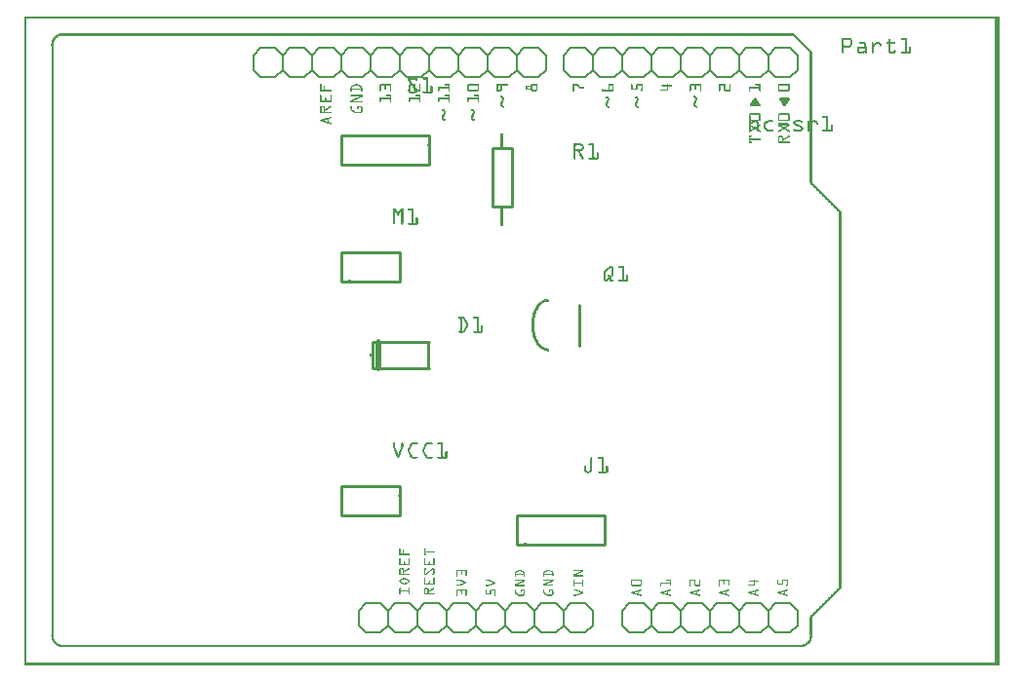
<source format=gto>
G04 MADE WITH FRITZING*
G04 WWW.FRITZING.ORG*
G04 DOUBLE SIDED*
G04 HOLES PLATED*
G04 CONTOUR ON CENTER OF CONTOUR VECTOR*
%ASAXBY*%
%FSLAX23Y23*%
%MOIN*%
%OFA0B0*%
%SFA1.0B1.0*%
%ADD10C,0.006000*%
%ADD11C,0.010000*%
%ADD12C,0.020000*%
%ADD13R,0.001000X0.001000*%
%LNSILK1*%
G90*
G70*
G54D10*
X2367Y214D02*
X2417Y214D01*
D02*
X2417Y214D02*
X2442Y189D01*
D02*
X2442Y189D02*
X2442Y139D01*
D02*
X2442Y139D02*
X2417Y114D01*
D02*
X2442Y189D02*
X2467Y214D01*
D02*
X2467Y214D02*
X2517Y214D01*
D02*
X2517Y214D02*
X2542Y189D01*
D02*
X2542Y189D02*
X2542Y139D01*
D02*
X2542Y139D02*
X2517Y114D01*
D02*
X2517Y114D02*
X2467Y114D01*
D02*
X2467Y114D02*
X2442Y139D01*
D02*
X2242Y189D02*
X2267Y214D01*
D02*
X2267Y214D02*
X2317Y214D01*
D02*
X2317Y214D02*
X2342Y189D01*
D02*
X2342Y189D02*
X2342Y139D01*
D02*
X2342Y139D02*
X2317Y114D01*
D02*
X2317Y114D02*
X2267Y114D01*
D02*
X2267Y114D02*
X2242Y139D01*
D02*
X2367Y214D02*
X2342Y189D01*
D02*
X2342Y139D02*
X2367Y114D01*
D02*
X2417Y114D02*
X2367Y114D01*
D02*
X2067Y214D02*
X2117Y214D01*
D02*
X2117Y214D02*
X2142Y189D01*
D02*
X2142Y189D02*
X2142Y139D01*
D02*
X2142Y139D02*
X2117Y114D01*
D02*
X2142Y189D02*
X2167Y214D01*
D02*
X2167Y214D02*
X2217Y214D01*
D02*
X2217Y214D02*
X2242Y189D01*
D02*
X2242Y189D02*
X2242Y139D01*
D02*
X2242Y139D02*
X2217Y114D01*
D02*
X2217Y114D02*
X2167Y114D01*
D02*
X2167Y114D02*
X2142Y139D01*
D02*
X2042Y189D02*
X2042Y139D01*
D02*
X2067Y214D02*
X2042Y189D01*
D02*
X2042Y139D02*
X2067Y114D01*
D02*
X2117Y114D02*
X2067Y114D01*
D02*
X2567Y214D02*
X2617Y214D01*
D02*
X2617Y214D02*
X2642Y189D01*
D02*
X2642Y189D02*
X2642Y139D01*
D02*
X2642Y139D02*
X2617Y114D01*
D02*
X2567Y214D02*
X2542Y189D01*
D02*
X2542Y139D02*
X2567Y114D01*
D02*
X2617Y114D02*
X2567Y114D01*
D02*
X957Y2014D02*
X907Y2014D01*
D02*
X1157Y2014D02*
X1107Y2014D01*
D02*
X1057Y2014D02*
X1007Y2014D01*
D02*
X1257Y2014D02*
X1207Y2014D01*
D02*
X1457Y2014D02*
X1407Y2014D01*
D02*
X1357Y2014D02*
X1307Y2014D01*
D02*
X1557Y2014D02*
X1507Y2014D01*
D02*
X1757Y2014D02*
X1707Y2014D01*
D02*
X1657Y2014D02*
X1607Y2014D01*
D02*
X857Y2014D02*
X807Y2014D01*
D02*
X982Y2039D02*
X957Y2014D01*
D02*
X907Y2014D02*
X882Y2039D01*
D02*
X882Y2039D02*
X882Y2089D01*
D02*
X882Y2089D02*
X907Y2114D01*
D02*
X907Y2114D02*
X957Y2114D01*
D02*
X957Y2114D02*
X982Y2089D01*
D02*
X1107Y2014D02*
X1082Y2039D01*
D02*
X1082Y2039D02*
X1082Y2089D01*
D02*
X1082Y2089D02*
X1107Y2114D01*
D02*
X1082Y2039D02*
X1057Y2014D01*
D02*
X1007Y2014D02*
X982Y2039D01*
D02*
X982Y2039D02*
X982Y2089D01*
D02*
X982Y2089D02*
X1007Y2114D01*
D02*
X1007Y2114D02*
X1057Y2114D01*
D02*
X1057Y2114D02*
X1082Y2089D01*
D02*
X1282Y2039D02*
X1257Y2014D01*
D02*
X1207Y2014D02*
X1182Y2039D01*
D02*
X1182Y2039D02*
X1182Y2089D01*
D02*
X1182Y2089D02*
X1207Y2114D01*
D02*
X1207Y2114D02*
X1257Y2114D01*
D02*
X1257Y2114D02*
X1282Y2089D01*
D02*
X1157Y2014D02*
X1182Y2039D01*
D02*
X1182Y2089D02*
X1157Y2114D01*
D02*
X1107Y2114D02*
X1157Y2114D01*
D02*
X1407Y2014D02*
X1382Y2039D01*
D02*
X1382Y2039D02*
X1382Y2089D01*
D02*
X1382Y2089D02*
X1407Y2114D01*
D02*
X1382Y2039D02*
X1357Y2014D01*
D02*
X1307Y2014D02*
X1282Y2039D01*
D02*
X1282Y2039D02*
X1282Y2089D01*
D02*
X1282Y2089D02*
X1307Y2114D01*
D02*
X1307Y2114D02*
X1357Y2114D01*
D02*
X1357Y2114D02*
X1382Y2089D01*
D02*
X1582Y2039D02*
X1557Y2014D01*
D02*
X1507Y2014D02*
X1482Y2039D01*
D02*
X1482Y2039D02*
X1482Y2089D01*
D02*
X1482Y2089D02*
X1507Y2114D01*
D02*
X1507Y2114D02*
X1557Y2114D01*
D02*
X1557Y2114D02*
X1582Y2089D01*
D02*
X1457Y2014D02*
X1482Y2039D01*
D02*
X1482Y2089D02*
X1457Y2114D01*
D02*
X1407Y2114D02*
X1457Y2114D01*
D02*
X1707Y2014D02*
X1682Y2039D01*
D02*
X1682Y2039D02*
X1682Y2089D01*
D02*
X1682Y2089D02*
X1707Y2114D01*
D02*
X1682Y2039D02*
X1657Y2014D01*
D02*
X1607Y2014D02*
X1582Y2039D01*
D02*
X1582Y2039D02*
X1582Y2089D01*
D02*
X1582Y2089D02*
X1607Y2114D01*
D02*
X1607Y2114D02*
X1657Y2114D01*
D02*
X1657Y2114D02*
X1682Y2089D01*
D02*
X1782Y2039D02*
X1782Y2089D01*
D02*
X1757Y2014D02*
X1782Y2039D01*
D02*
X1782Y2089D02*
X1757Y2114D01*
D02*
X1707Y2114D02*
X1757Y2114D01*
D02*
X807Y2014D02*
X782Y2039D01*
D02*
X782Y2039D02*
X782Y2089D01*
D02*
X782Y2089D02*
X807Y2114D01*
D02*
X857Y2014D02*
X882Y2039D01*
D02*
X882Y2089D02*
X857Y2114D01*
D02*
X807Y2114D02*
X857Y2114D01*
D02*
X2017Y2014D02*
X1967Y2014D01*
D02*
X1967Y2014D02*
X1942Y2039D01*
D02*
X1942Y2039D02*
X1942Y2089D01*
D02*
X1942Y2089D02*
X1967Y2114D01*
D02*
X2142Y2039D02*
X2117Y2014D01*
D02*
X2117Y2014D02*
X2067Y2014D01*
D02*
X2067Y2014D02*
X2042Y2039D01*
D02*
X2042Y2039D02*
X2042Y2089D01*
D02*
X2042Y2089D02*
X2067Y2114D01*
D02*
X2067Y2114D02*
X2117Y2114D01*
D02*
X2117Y2114D02*
X2142Y2089D01*
D02*
X2017Y2014D02*
X2042Y2039D01*
D02*
X2042Y2089D02*
X2017Y2114D01*
D02*
X1967Y2114D02*
X2017Y2114D01*
D02*
X2317Y2014D02*
X2267Y2014D01*
D02*
X2267Y2014D02*
X2242Y2039D01*
D02*
X2242Y2039D02*
X2242Y2089D01*
D02*
X2242Y2089D02*
X2267Y2114D01*
D02*
X2242Y2039D02*
X2217Y2014D01*
D02*
X2217Y2014D02*
X2167Y2014D01*
D02*
X2167Y2014D02*
X2142Y2039D01*
D02*
X2142Y2039D02*
X2142Y2089D01*
D02*
X2142Y2089D02*
X2167Y2114D01*
D02*
X2167Y2114D02*
X2217Y2114D01*
D02*
X2217Y2114D02*
X2242Y2089D01*
D02*
X2442Y2039D02*
X2417Y2014D01*
D02*
X2417Y2014D02*
X2367Y2014D01*
D02*
X2367Y2014D02*
X2342Y2039D01*
D02*
X2342Y2039D02*
X2342Y2089D01*
D02*
X2342Y2089D02*
X2367Y2114D01*
D02*
X2367Y2114D02*
X2417Y2114D01*
D02*
X2417Y2114D02*
X2442Y2089D01*
D02*
X2317Y2014D02*
X2342Y2039D01*
D02*
X2342Y2089D02*
X2317Y2114D01*
D02*
X2267Y2114D02*
X2317Y2114D01*
D02*
X2617Y2014D02*
X2567Y2014D01*
D02*
X2567Y2014D02*
X2542Y2039D01*
D02*
X2542Y2039D02*
X2542Y2089D01*
D02*
X2542Y2089D02*
X2567Y2114D01*
D02*
X2542Y2039D02*
X2517Y2014D01*
D02*
X2517Y2014D02*
X2467Y2014D01*
D02*
X2467Y2014D02*
X2442Y2039D01*
D02*
X2442Y2039D02*
X2442Y2089D01*
D02*
X2442Y2089D02*
X2467Y2114D01*
D02*
X2467Y2114D02*
X2517Y2114D01*
D02*
X2517Y2114D02*
X2542Y2089D01*
D02*
X2642Y2039D02*
X2642Y2089D01*
D02*
X2617Y2014D02*
X2642Y2039D01*
D02*
X2642Y2089D02*
X2617Y2114D01*
D02*
X2567Y2114D02*
X2617Y2114D01*
D02*
X1917Y2014D02*
X1867Y2014D01*
D02*
X1867Y2014D02*
X1842Y2039D01*
D02*
X1842Y2039D02*
X1842Y2089D01*
D02*
X1842Y2089D02*
X1867Y2114D01*
D02*
X1917Y2014D02*
X1942Y2039D01*
D02*
X1942Y2089D02*
X1917Y2114D01*
D02*
X1867Y2114D02*
X1917Y2114D01*
D02*
X1767Y214D02*
X1817Y214D01*
D02*
X1817Y214D02*
X1842Y189D01*
D02*
X1842Y189D02*
X1842Y139D01*
D02*
X1842Y139D02*
X1817Y114D01*
D02*
X1642Y189D02*
X1667Y214D01*
D02*
X1667Y214D02*
X1717Y214D01*
D02*
X1717Y214D02*
X1742Y189D01*
D02*
X1742Y189D02*
X1742Y139D01*
D02*
X1742Y139D02*
X1717Y114D01*
D02*
X1717Y114D02*
X1667Y114D01*
D02*
X1667Y114D02*
X1642Y139D01*
D02*
X1767Y214D02*
X1742Y189D01*
D02*
X1742Y139D02*
X1767Y114D01*
D02*
X1817Y114D02*
X1767Y114D01*
D02*
X1467Y214D02*
X1517Y214D01*
D02*
X1517Y214D02*
X1542Y189D01*
D02*
X1542Y189D02*
X1542Y139D01*
D02*
X1542Y139D02*
X1517Y114D01*
D02*
X1542Y189D02*
X1567Y214D01*
D02*
X1567Y214D02*
X1617Y214D01*
D02*
X1617Y214D02*
X1642Y189D01*
D02*
X1642Y189D02*
X1642Y139D01*
D02*
X1642Y139D02*
X1617Y114D01*
D02*
X1617Y114D02*
X1567Y114D01*
D02*
X1567Y114D02*
X1542Y139D01*
D02*
X1342Y189D02*
X1367Y214D01*
D02*
X1367Y214D02*
X1417Y214D01*
D02*
X1417Y214D02*
X1442Y189D01*
D02*
X1442Y189D02*
X1442Y139D01*
D02*
X1442Y139D02*
X1417Y114D01*
D02*
X1417Y114D02*
X1367Y114D01*
D02*
X1367Y114D02*
X1342Y139D01*
D02*
X1467Y214D02*
X1442Y189D01*
D02*
X1442Y139D02*
X1467Y114D01*
D02*
X1517Y114D02*
X1467Y114D01*
D02*
X1167Y214D02*
X1217Y214D01*
D02*
X1217Y214D02*
X1242Y189D01*
D02*
X1242Y189D02*
X1242Y139D01*
D02*
X1242Y139D02*
X1217Y114D01*
D02*
X1242Y189D02*
X1267Y214D01*
D02*
X1267Y214D02*
X1317Y214D01*
D02*
X1317Y214D02*
X1342Y189D01*
D02*
X1342Y189D02*
X1342Y139D01*
D02*
X1342Y139D02*
X1317Y114D01*
D02*
X1317Y114D02*
X1267Y114D01*
D02*
X1267Y114D02*
X1242Y139D01*
D02*
X1142Y189D02*
X1142Y139D01*
D02*
X1167Y214D02*
X1142Y189D01*
D02*
X1142Y139D02*
X1167Y114D01*
D02*
X1217Y114D02*
X1167Y114D01*
D02*
X1867Y214D02*
X1917Y214D01*
D02*
X1917Y214D02*
X1942Y189D01*
D02*
X1942Y189D02*
X1942Y139D01*
D02*
X1942Y139D02*
X1917Y114D01*
D02*
X1867Y214D02*
X1842Y189D01*
D02*
X1842Y139D02*
X1867Y114D01*
D02*
X1917Y114D02*
X1867Y114D01*
G54D11*
D02*
X1282Y614D02*
X1082Y614D01*
D02*
X1082Y614D02*
X1082Y514D01*
D02*
X1082Y514D02*
X1282Y514D01*
D02*
X1282Y514D02*
X1282Y614D01*
D02*
X1599Y1573D02*
X1599Y1773D01*
D02*
X1599Y1773D02*
X1665Y1773D01*
D02*
X1665Y1773D02*
X1665Y1573D01*
D02*
X1665Y1573D02*
X1599Y1573D01*
D02*
X1188Y1109D02*
X1383Y1109D01*
D02*
X1383Y1019D02*
X1188Y1019D01*
D02*
X1188Y1019D02*
X1188Y1109D01*
G54D12*
D02*
X1208Y1019D02*
X1208Y1109D01*
G54D11*
D02*
X1082Y1314D02*
X1282Y1314D01*
D02*
X1282Y1314D02*
X1282Y1414D01*
D02*
X1282Y1414D02*
X1082Y1414D01*
D02*
X1082Y1414D02*
X1082Y1314D01*
D02*
X1682Y414D02*
X1982Y414D01*
D02*
X1982Y414D02*
X1982Y514D01*
D02*
X1982Y514D02*
X1682Y514D01*
D02*
X1682Y514D02*
X1682Y414D01*
D02*
X1896Y1234D02*
X1896Y1094D01*
D02*
X1382Y1814D02*
X1082Y1814D01*
D02*
X1082Y1814D02*
X1082Y1714D01*
D02*
X1082Y1714D02*
X1382Y1714D01*
D02*
X1382Y1714D02*
X1382Y1814D01*
G54D13*
X0Y2222D02*
X3332Y2222D01*
X0Y2221D02*
X3332Y2221D01*
X0Y2220D02*
X3332Y2220D01*
X0Y2219D02*
X3332Y2219D01*
X0Y2218D02*
X3332Y2218D01*
X0Y2217D02*
X3332Y2217D01*
X0Y2216D02*
X3332Y2216D01*
X0Y2215D02*
X3332Y2215D01*
X0Y2214D02*
X7Y2214D01*
X3317Y2214D02*
X3332Y2214D01*
X0Y2213D02*
X7Y2213D01*
X3317Y2213D02*
X3332Y2213D01*
X0Y2212D02*
X7Y2212D01*
X3317Y2212D02*
X3332Y2212D01*
X0Y2211D02*
X7Y2211D01*
X3317Y2211D02*
X3332Y2211D01*
X0Y2210D02*
X7Y2210D01*
X3317Y2210D02*
X3332Y2210D01*
X0Y2209D02*
X7Y2209D01*
X3317Y2209D02*
X3332Y2209D01*
X0Y2208D02*
X7Y2208D01*
X3317Y2208D02*
X3332Y2208D01*
X0Y2207D02*
X7Y2207D01*
X3317Y2207D02*
X3332Y2207D01*
X0Y2206D02*
X7Y2206D01*
X3317Y2206D02*
X3332Y2206D01*
X0Y2205D02*
X7Y2205D01*
X3317Y2205D02*
X3332Y2205D01*
X0Y2204D02*
X7Y2204D01*
X3317Y2204D02*
X3332Y2204D01*
X0Y2203D02*
X7Y2203D01*
X3317Y2203D02*
X3332Y2203D01*
X0Y2202D02*
X7Y2202D01*
X3317Y2202D02*
X3332Y2202D01*
X0Y2201D02*
X7Y2201D01*
X3317Y2201D02*
X3332Y2201D01*
X0Y2200D02*
X7Y2200D01*
X3317Y2200D02*
X3332Y2200D01*
X0Y2199D02*
X7Y2199D01*
X3317Y2199D02*
X3332Y2199D01*
X0Y2198D02*
X7Y2198D01*
X3317Y2198D02*
X3332Y2198D01*
X0Y2197D02*
X7Y2197D01*
X3317Y2197D02*
X3332Y2197D01*
X0Y2196D02*
X7Y2196D01*
X3317Y2196D02*
X3332Y2196D01*
X0Y2195D02*
X7Y2195D01*
X3317Y2195D02*
X3332Y2195D01*
X0Y2194D02*
X7Y2194D01*
X3317Y2194D02*
X3332Y2194D01*
X0Y2193D02*
X7Y2193D01*
X3317Y2193D02*
X3332Y2193D01*
X0Y2192D02*
X7Y2192D01*
X3317Y2192D02*
X3332Y2192D01*
X0Y2191D02*
X7Y2191D01*
X3317Y2191D02*
X3332Y2191D01*
X0Y2190D02*
X7Y2190D01*
X3317Y2190D02*
X3332Y2190D01*
X0Y2189D02*
X7Y2189D01*
X3317Y2189D02*
X3332Y2189D01*
X0Y2188D02*
X7Y2188D01*
X3317Y2188D02*
X3332Y2188D01*
X0Y2187D02*
X7Y2187D01*
X3317Y2187D02*
X3332Y2187D01*
X0Y2186D02*
X7Y2186D01*
X3317Y2186D02*
X3332Y2186D01*
X0Y2185D02*
X7Y2185D01*
X3317Y2185D02*
X3332Y2185D01*
X0Y2184D02*
X7Y2184D01*
X3317Y2184D02*
X3332Y2184D01*
X0Y2183D02*
X7Y2183D01*
X3317Y2183D02*
X3332Y2183D01*
X0Y2182D02*
X7Y2182D01*
X3317Y2182D02*
X3332Y2182D01*
X0Y2181D02*
X7Y2181D01*
X3317Y2181D02*
X3332Y2181D01*
X0Y2180D02*
X7Y2180D01*
X3317Y2180D02*
X3332Y2180D01*
X0Y2179D02*
X7Y2179D01*
X3317Y2179D02*
X3332Y2179D01*
X0Y2178D02*
X7Y2178D01*
X3317Y2178D02*
X3332Y2178D01*
X0Y2177D02*
X7Y2177D01*
X3317Y2177D02*
X3332Y2177D01*
X0Y2176D02*
X7Y2176D01*
X3317Y2176D02*
X3332Y2176D01*
X0Y2175D02*
X7Y2175D01*
X3317Y2175D02*
X3332Y2175D01*
X0Y2174D02*
X7Y2174D01*
X3317Y2174D02*
X3332Y2174D01*
X0Y2173D02*
X7Y2173D01*
X3317Y2173D02*
X3332Y2173D01*
X0Y2172D02*
X7Y2172D01*
X3317Y2172D02*
X3332Y2172D01*
X0Y2171D02*
X7Y2171D01*
X3317Y2171D02*
X3332Y2171D01*
X0Y2170D02*
X7Y2170D01*
X3317Y2170D02*
X3332Y2170D01*
X0Y2169D02*
X7Y2169D01*
X3317Y2169D02*
X3332Y2169D01*
X0Y2168D02*
X7Y2168D01*
X3317Y2168D02*
X3332Y2168D01*
X0Y2167D02*
X7Y2167D01*
X3317Y2167D02*
X3332Y2167D01*
X0Y2166D02*
X7Y2166D01*
X3317Y2166D02*
X3332Y2166D01*
X0Y2165D02*
X7Y2165D01*
X3317Y2165D02*
X3332Y2165D01*
X0Y2164D02*
X7Y2164D01*
X125Y2164D02*
X2629Y2164D01*
X3317Y2164D02*
X3332Y2164D01*
X0Y2163D02*
X7Y2163D01*
X121Y2163D02*
X2630Y2163D01*
X3317Y2163D02*
X3332Y2163D01*
X0Y2162D02*
X7Y2162D01*
X117Y2162D02*
X2631Y2162D01*
X3317Y2162D02*
X3332Y2162D01*
X0Y2161D02*
X7Y2161D01*
X115Y2161D02*
X2632Y2161D01*
X3317Y2161D02*
X3332Y2161D01*
X0Y2160D02*
X7Y2160D01*
X113Y2160D02*
X2633Y2160D01*
X3317Y2160D02*
X3332Y2160D01*
X0Y2159D02*
X7Y2159D01*
X111Y2159D02*
X2634Y2159D01*
X3317Y2159D02*
X3332Y2159D01*
X0Y2158D02*
X7Y2158D01*
X109Y2158D02*
X2635Y2158D01*
X3317Y2158D02*
X3332Y2158D01*
X0Y2157D02*
X7Y2157D01*
X108Y2157D02*
X2636Y2157D01*
X3317Y2157D02*
X3332Y2157D01*
X0Y2156D02*
X7Y2156D01*
X107Y2156D02*
X125Y2156D01*
X2626Y2156D02*
X2637Y2156D01*
X3317Y2156D02*
X3332Y2156D01*
X0Y2155D02*
X7Y2155D01*
X105Y2155D02*
X120Y2155D01*
X2628Y2155D02*
X2638Y2155D01*
X3317Y2155D02*
X3332Y2155D01*
X0Y2154D02*
X7Y2154D01*
X104Y2154D02*
X118Y2154D01*
X2629Y2154D02*
X2639Y2154D01*
X3317Y2154D02*
X3332Y2154D01*
X0Y2153D02*
X7Y2153D01*
X103Y2153D02*
X115Y2153D01*
X2630Y2153D02*
X2640Y2153D01*
X3317Y2153D02*
X3332Y2153D01*
X0Y2152D02*
X7Y2152D01*
X102Y2152D02*
X114Y2152D01*
X2631Y2152D02*
X2641Y2152D01*
X3317Y2152D02*
X3332Y2152D01*
X0Y2151D02*
X7Y2151D01*
X101Y2151D02*
X112Y2151D01*
X2632Y2151D02*
X2642Y2151D01*
X3317Y2151D02*
X3332Y2151D01*
X0Y2150D02*
X7Y2150D01*
X100Y2150D02*
X111Y2150D01*
X2633Y2150D02*
X2643Y2150D01*
X3317Y2150D02*
X3332Y2150D01*
X0Y2149D02*
X7Y2149D01*
X100Y2149D02*
X109Y2149D01*
X2634Y2149D02*
X2644Y2149D01*
X2794Y2149D02*
X2820Y2149D01*
X2997Y2149D02*
X3015Y2149D01*
X3317Y2149D02*
X3332Y2149D01*
X0Y2148D02*
X7Y2148D01*
X99Y2148D02*
X108Y2148D01*
X2635Y2148D02*
X2645Y2148D01*
X2794Y2148D02*
X2822Y2148D01*
X2996Y2148D02*
X3015Y2148D01*
X3317Y2148D02*
X3332Y2148D01*
X0Y2147D02*
X7Y2147D01*
X98Y2147D02*
X107Y2147D01*
X2636Y2147D02*
X2646Y2147D01*
X2794Y2147D02*
X2824Y2147D01*
X2995Y2147D02*
X3015Y2147D01*
X3317Y2147D02*
X3332Y2147D01*
X0Y2146D02*
X7Y2146D01*
X97Y2146D02*
X106Y2146D01*
X2637Y2146D02*
X2647Y2146D01*
X2794Y2146D02*
X2825Y2146D01*
X2954Y2146D02*
X2956Y2146D01*
X2995Y2146D02*
X3015Y2146D01*
X3317Y2146D02*
X3332Y2146D01*
X0Y2145D02*
X7Y2145D01*
X97Y2145D02*
X106Y2145D01*
X2638Y2145D02*
X2648Y2145D01*
X2794Y2145D02*
X2826Y2145D01*
X2953Y2145D02*
X2957Y2145D01*
X2995Y2145D02*
X3015Y2145D01*
X3317Y2145D02*
X3332Y2145D01*
X0Y2144D02*
X7Y2144D01*
X96Y2144D02*
X105Y2144D01*
X2639Y2144D02*
X2649Y2144D01*
X2794Y2144D02*
X2827Y2144D01*
X2952Y2144D02*
X2958Y2144D01*
X2996Y2144D02*
X3015Y2144D01*
X3317Y2144D02*
X3332Y2144D01*
X0Y2143D02*
X7Y2143D01*
X96Y2143D02*
X104Y2143D01*
X2640Y2143D02*
X2650Y2143D01*
X2794Y2143D02*
X2827Y2143D01*
X2952Y2143D02*
X2958Y2143D01*
X2997Y2143D02*
X3015Y2143D01*
X3317Y2143D02*
X3332Y2143D01*
X0Y2142D02*
X7Y2142D01*
X95Y2142D02*
X103Y2142D01*
X2641Y2142D02*
X2651Y2142D01*
X2794Y2142D02*
X2801Y2142D01*
X2820Y2142D02*
X2827Y2142D01*
X2952Y2142D02*
X2958Y2142D01*
X3009Y2142D02*
X3015Y2142D01*
X3317Y2142D02*
X3332Y2142D01*
X0Y2141D02*
X7Y2141D01*
X95Y2141D02*
X103Y2141D01*
X2642Y2141D02*
X2652Y2141D01*
X2794Y2141D02*
X2800Y2141D01*
X2821Y2141D02*
X2828Y2141D01*
X2952Y2141D02*
X2958Y2141D01*
X3009Y2141D02*
X3015Y2141D01*
X3317Y2141D02*
X3332Y2141D01*
X0Y2140D02*
X7Y2140D01*
X94Y2140D02*
X102Y2140D01*
X2643Y2140D02*
X2653Y2140D01*
X2794Y2140D02*
X2800Y2140D01*
X2822Y2140D02*
X2828Y2140D01*
X2952Y2140D02*
X2958Y2140D01*
X3009Y2140D02*
X3015Y2140D01*
X3317Y2140D02*
X3332Y2140D01*
X0Y2139D02*
X7Y2139D01*
X94Y2139D02*
X102Y2139D01*
X2644Y2139D02*
X2654Y2139D01*
X2794Y2139D02*
X2800Y2139D01*
X2822Y2139D02*
X2828Y2139D01*
X2952Y2139D02*
X2958Y2139D01*
X3009Y2139D02*
X3015Y2139D01*
X3317Y2139D02*
X3332Y2139D01*
X0Y2138D02*
X7Y2138D01*
X94Y2138D02*
X101Y2138D01*
X2645Y2138D02*
X2655Y2138D01*
X2794Y2138D02*
X2800Y2138D01*
X2822Y2138D02*
X2828Y2138D01*
X2952Y2138D02*
X2958Y2138D01*
X3009Y2138D02*
X3015Y2138D01*
X3317Y2138D02*
X3332Y2138D01*
X0Y2137D02*
X7Y2137D01*
X93Y2137D02*
X101Y2137D01*
X2646Y2137D02*
X2656Y2137D01*
X2794Y2137D02*
X2800Y2137D01*
X2822Y2137D02*
X2828Y2137D01*
X2952Y2137D02*
X2958Y2137D01*
X3009Y2137D02*
X3015Y2137D01*
X3317Y2137D02*
X3332Y2137D01*
X0Y2136D02*
X7Y2136D01*
X93Y2136D02*
X100Y2136D01*
X2647Y2136D02*
X2657Y2136D01*
X2794Y2136D02*
X2800Y2136D01*
X2822Y2136D02*
X2828Y2136D01*
X2952Y2136D02*
X2958Y2136D01*
X3009Y2136D02*
X3015Y2136D01*
X3317Y2136D02*
X3332Y2136D01*
X0Y2135D02*
X7Y2135D01*
X93Y2135D02*
X100Y2135D01*
X2648Y2135D02*
X2658Y2135D01*
X2794Y2135D02*
X2800Y2135D01*
X2822Y2135D02*
X2828Y2135D01*
X2952Y2135D02*
X2958Y2135D01*
X3009Y2135D02*
X3015Y2135D01*
X3317Y2135D02*
X3332Y2135D01*
X0Y2134D02*
X7Y2134D01*
X92Y2134D02*
X100Y2134D01*
X2649Y2134D02*
X2659Y2134D01*
X2794Y2134D02*
X2800Y2134D01*
X2822Y2134D02*
X2828Y2134D01*
X2853Y2134D02*
X2870Y2134D01*
X2896Y2134D02*
X2899Y2134D01*
X2910Y2134D02*
X2921Y2134D01*
X2947Y2134D02*
X2973Y2134D01*
X3009Y2134D02*
X3015Y2134D01*
X3317Y2134D02*
X3332Y2134D01*
X0Y2133D02*
X7Y2133D01*
X92Y2133D02*
X99Y2133D01*
X2650Y2133D02*
X2660Y2133D01*
X2794Y2133D02*
X2800Y2133D01*
X2822Y2133D02*
X2828Y2133D01*
X2852Y2133D02*
X2872Y2133D01*
X2895Y2133D02*
X2900Y2133D01*
X2909Y2133D02*
X2923Y2133D01*
X2946Y2133D02*
X2974Y2133D01*
X3009Y2133D02*
X3015Y2133D01*
X3317Y2133D02*
X3332Y2133D01*
X0Y2132D02*
X7Y2132D01*
X92Y2132D02*
X99Y2132D01*
X2651Y2132D02*
X2661Y2132D01*
X2794Y2132D02*
X2800Y2132D01*
X2822Y2132D02*
X2828Y2132D01*
X2852Y2132D02*
X2874Y2132D01*
X2895Y2132D02*
X2901Y2132D01*
X2908Y2132D02*
X2925Y2132D01*
X2945Y2132D02*
X2975Y2132D01*
X3009Y2132D02*
X3015Y2132D01*
X3317Y2132D02*
X3332Y2132D01*
X0Y2131D02*
X7Y2131D01*
X92Y2131D02*
X99Y2131D01*
X2652Y2131D02*
X2662Y2131D01*
X2794Y2131D02*
X2800Y2131D01*
X2822Y2131D02*
X2828Y2131D01*
X2851Y2131D02*
X2875Y2131D01*
X2895Y2131D02*
X2901Y2131D01*
X2907Y2131D02*
X2926Y2131D01*
X2945Y2131D02*
X2975Y2131D01*
X3009Y2131D02*
X3015Y2131D01*
X3317Y2131D02*
X3332Y2131D01*
X0Y2130D02*
X7Y2130D01*
X92Y2130D02*
X99Y2130D01*
X2653Y2130D02*
X2663Y2130D01*
X2794Y2130D02*
X2800Y2130D01*
X2822Y2130D02*
X2828Y2130D01*
X2852Y2130D02*
X2875Y2130D01*
X2895Y2130D02*
X2901Y2130D01*
X2905Y2130D02*
X2927Y2130D01*
X2945Y2130D02*
X2975Y2130D01*
X3009Y2130D02*
X3015Y2130D01*
X3317Y2130D02*
X3332Y2130D01*
X0Y2129D02*
X7Y2129D01*
X92Y2129D02*
X99Y2129D01*
X2654Y2129D02*
X2664Y2129D01*
X2794Y2129D02*
X2800Y2129D01*
X2822Y2129D02*
X2828Y2129D01*
X2852Y2129D02*
X2876Y2129D01*
X2895Y2129D02*
X2901Y2129D01*
X2904Y2129D02*
X2927Y2129D01*
X2946Y2129D02*
X2974Y2129D01*
X3009Y2129D02*
X3015Y2129D01*
X3317Y2129D02*
X3332Y2129D01*
X0Y2128D02*
X7Y2128D01*
X91Y2128D02*
X98Y2128D01*
X2655Y2128D02*
X2665Y2128D01*
X2794Y2128D02*
X2800Y2128D01*
X2822Y2128D02*
X2828Y2128D01*
X2853Y2128D02*
X2877Y2128D01*
X2895Y2128D02*
X2901Y2128D01*
X2903Y2128D02*
X2928Y2128D01*
X2947Y2128D02*
X2973Y2128D01*
X3009Y2128D02*
X3015Y2128D01*
X3317Y2128D02*
X3332Y2128D01*
X0Y2127D02*
X7Y2127D01*
X91Y2127D02*
X98Y2127D01*
X2656Y2127D02*
X2666Y2127D01*
X2794Y2127D02*
X2800Y2127D01*
X2822Y2127D02*
X2828Y2127D01*
X2870Y2127D02*
X2877Y2127D01*
X2895Y2127D02*
X2912Y2127D01*
X2921Y2127D02*
X2928Y2127D01*
X2952Y2127D02*
X2958Y2127D01*
X3009Y2127D02*
X3015Y2127D01*
X3317Y2127D02*
X3332Y2127D01*
X0Y2126D02*
X7Y2126D01*
X91Y2126D02*
X98Y2126D01*
X2657Y2126D02*
X2667Y2126D01*
X2794Y2126D02*
X2800Y2126D01*
X2822Y2126D02*
X2828Y2126D01*
X2871Y2126D02*
X2877Y2126D01*
X2895Y2126D02*
X2910Y2126D01*
X2922Y2126D02*
X2928Y2126D01*
X2952Y2126D02*
X2958Y2126D01*
X3009Y2126D02*
X3015Y2126D01*
X3317Y2126D02*
X3332Y2126D01*
X0Y2125D02*
X7Y2125D01*
X91Y2125D02*
X98Y2125D01*
X2658Y2125D02*
X2668Y2125D01*
X2794Y2125D02*
X2800Y2125D01*
X2822Y2125D02*
X2828Y2125D01*
X2871Y2125D02*
X2877Y2125D01*
X2895Y2125D02*
X2909Y2125D01*
X2922Y2125D02*
X2928Y2125D01*
X2952Y2125D02*
X2958Y2125D01*
X3009Y2125D02*
X3015Y2125D01*
X3317Y2125D02*
X3332Y2125D01*
X0Y2124D02*
X7Y2124D01*
X91Y2124D02*
X98Y2124D01*
X2659Y2124D02*
X2669Y2124D01*
X2794Y2124D02*
X2800Y2124D01*
X2821Y2124D02*
X2828Y2124D01*
X2871Y2124D02*
X2877Y2124D01*
X2895Y2124D02*
X2908Y2124D01*
X2922Y2124D02*
X2928Y2124D01*
X2952Y2124D02*
X2958Y2124D01*
X3009Y2124D02*
X3015Y2124D01*
X3317Y2124D02*
X3332Y2124D01*
X0Y2123D02*
X7Y2123D01*
X91Y2123D02*
X98Y2123D01*
X2660Y2123D02*
X2670Y2123D01*
X2794Y2123D02*
X2801Y2123D01*
X2819Y2123D02*
X2827Y2123D01*
X2871Y2123D02*
X2877Y2123D01*
X2895Y2123D02*
X2907Y2123D01*
X2922Y2123D02*
X2928Y2123D01*
X2952Y2123D02*
X2958Y2123D01*
X3009Y2123D02*
X3015Y2123D01*
X3317Y2123D02*
X3332Y2123D01*
X0Y2122D02*
X7Y2122D01*
X91Y2122D02*
X98Y2122D01*
X2661Y2122D02*
X2671Y2122D01*
X2794Y2122D02*
X2827Y2122D01*
X2871Y2122D02*
X2877Y2122D01*
X2895Y2122D02*
X2906Y2122D01*
X2922Y2122D02*
X2928Y2122D01*
X2952Y2122D02*
X2958Y2122D01*
X3009Y2122D02*
X3015Y2122D01*
X3317Y2122D02*
X3332Y2122D01*
X0Y2121D02*
X7Y2121D01*
X91Y2121D02*
X99Y2121D01*
X2662Y2121D02*
X2672Y2121D01*
X2794Y2121D02*
X2826Y2121D01*
X2871Y2121D02*
X2877Y2121D01*
X2895Y2121D02*
X2905Y2121D01*
X2923Y2121D02*
X2928Y2121D01*
X2952Y2121D02*
X2958Y2121D01*
X3009Y2121D02*
X3015Y2121D01*
X3317Y2121D02*
X3332Y2121D01*
X0Y2120D02*
X7Y2120D01*
X92Y2120D02*
X99Y2120D01*
X2663Y2120D02*
X2673Y2120D01*
X2794Y2120D02*
X2826Y2120D01*
X2871Y2120D02*
X2877Y2120D01*
X2895Y2120D02*
X2904Y2120D01*
X2923Y2120D02*
X2927Y2120D01*
X2952Y2120D02*
X2958Y2120D01*
X3009Y2120D02*
X3015Y2120D01*
X3317Y2120D02*
X3332Y2120D01*
X0Y2119D02*
X7Y2119D01*
X92Y2119D02*
X99Y2119D01*
X2664Y2119D02*
X2674Y2119D01*
X2794Y2119D02*
X2825Y2119D01*
X2851Y2119D02*
X2877Y2119D01*
X2895Y2119D02*
X2902Y2119D01*
X2925Y2119D02*
X2926Y2119D01*
X2952Y2119D02*
X2958Y2119D01*
X3009Y2119D02*
X3015Y2119D01*
X3024Y2119D02*
X3027Y2119D01*
X3317Y2119D02*
X3332Y2119D01*
X0Y2118D02*
X7Y2118D01*
X92Y2118D02*
X99Y2118D01*
X2665Y2118D02*
X2675Y2118D01*
X2794Y2118D02*
X2824Y2118D01*
X2849Y2118D02*
X2877Y2118D01*
X2895Y2118D02*
X2901Y2118D01*
X2952Y2118D02*
X2958Y2118D01*
X3009Y2118D02*
X3015Y2118D01*
X3023Y2118D02*
X3028Y2118D01*
X3317Y2118D02*
X3332Y2118D01*
X0Y2117D02*
X7Y2117D01*
X92Y2117D02*
X99Y2117D01*
X2666Y2117D02*
X2676Y2117D01*
X2794Y2117D02*
X2822Y2117D01*
X2848Y2117D02*
X2878Y2117D01*
X2895Y2117D02*
X2901Y2117D01*
X2952Y2117D02*
X2958Y2117D01*
X3009Y2117D02*
X3015Y2117D01*
X3023Y2117D02*
X3029Y2117D01*
X3317Y2117D02*
X3332Y2117D01*
X0Y2116D02*
X7Y2116D01*
X92Y2116D02*
X99Y2116D01*
X2667Y2116D02*
X2677Y2116D01*
X2794Y2116D02*
X2820Y2116D01*
X2847Y2116D02*
X2878Y2116D01*
X2895Y2116D02*
X2901Y2116D01*
X2952Y2116D02*
X2958Y2116D01*
X3009Y2116D02*
X3015Y2116D01*
X3023Y2116D02*
X3029Y2116D01*
X3317Y2116D02*
X3332Y2116D01*
X0Y2115D02*
X7Y2115D01*
X92Y2115D02*
X99Y2115D01*
X2668Y2115D02*
X2678Y2115D01*
X2794Y2115D02*
X2800Y2115D01*
X2846Y2115D02*
X2878Y2115D01*
X2895Y2115D02*
X2901Y2115D01*
X2952Y2115D02*
X2958Y2115D01*
X3009Y2115D02*
X3015Y2115D01*
X3023Y2115D02*
X3029Y2115D01*
X3317Y2115D02*
X3332Y2115D01*
X0Y2114D02*
X7Y2114D01*
X92Y2114D02*
X99Y2114D01*
X2669Y2114D02*
X2679Y2114D01*
X2794Y2114D02*
X2800Y2114D01*
X2846Y2114D02*
X2878Y2114D01*
X2895Y2114D02*
X2901Y2114D01*
X2952Y2114D02*
X2958Y2114D01*
X3009Y2114D02*
X3015Y2114D01*
X3023Y2114D02*
X3029Y2114D01*
X3317Y2114D02*
X3332Y2114D01*
X0Y2113D02*
X7Y2113D01*
X92Y2113D02*
X99Y2113D01*
X2670Y2113D02*
X2680Y2113D01*
X2794Y2113D02*
X2800Y2113D01*
X2845Y2113D02*
X2878Y2113D01*
X2895Y2113D02*
X2901Y2113D01*
X2952Y2113D02*
X2958Y2113D01*
X3009Y2113D02*
X3015Y2113D01*
X3023Y2113D02*
X3029Y2113D01*
X3317Y2113D02*
X3332Y2113D01*
X0Y2112D02*
X7Y2112D01*
X92Y2112D02*
X99Y2112D01*
X2671Y2112D02*
X2681Y2112D01*
X2794Y2112D02*
X2800Y2112D01*
X2845Y2112D02*
X2852Y2112D01*
X2870Y2112D02*
X2878Y2112D01*
X2895Y2112D02*
X2901Y2112D01*
X2952Y2112D02*
X2958Y2112D01*
X3009Y2112D02*
X3015Y2112D01*
X3023Y2112D02*
X3029Y2112D01*
X3317Y2112D02*
X3332Y2112D01*
X0Y2111D02*
X7Y2111D01*
X92Y2111D02*
X99Y2111D01*
X2672Y2111D02*
X2682Y2111D01*
X2794Y2111D02*
X2800Y2111D01*
X2845Y2111D02*
X2851Y2111D01*
X2871Y2111D02*
X2878Y2111D01*
X2895Y2111D02*
X2901Y2111D01*
X2952Y2111D02*
X2958Y2111D01*
X3009Y2111D02*
X3015Y2111D01*
X3023Y2111D02*
X3029Y2111D01*
X3317Y2111D02*
X3332Y2111D01*
X0Y2110D02*
X7Y2110D01*
X92Y2110D02*
X99Y2110D01*
X2673Y2110D02*
X2683Y2110D01*
X2794Y2110D02*
X2800Y2110D01*
X2845Y2110D02*
X2851Y2110D01*
X2872Y2110D02*
X2878Y2110D01*
X2895Y2110D02*
X2901Y2110D01*
X2952Y2110D02*
X2958Y2110D01*
X3009Y2110D02*
X3015Y2110D01*
X3023Y2110D02*
X3029Y2110D01*
X3317Y2110D02*
X3332Y2110D01*
X0Y2109D02*
X7Y2109D01*
X92Y2109D02*
X99Y2109D01*
X2674Y2109D02*
X2684Y2109D01*
X2794Y2109D02*
X2800Y2109D01*
X2845Y2109D02*
X2851Y2109D01*
X2872Y2109D02*
X2878Y2109D01*
X2895Y2109D02*
X2901Y2109D01*
X2952Y2109D02*
X2958Y2109D01*
X3009Y2109D02*
X3015Y2109D01*
X3023Y2109D02*
X3029Y2109D01*
X3317Y2109D02*
X3332Y2109D01*
X0Y2108D02*
X7Y2108D01*
X92Y2108D02*
X99Y2108D01*
X2675Y2108D02*
X2685Y2108D01*
X2794Y2108D02*
X2800Y2108D01*
X2845Y2108D02*
X2851Y2108D01*
X2872Y2108D02*
X2878Y2108D01*
X2895Y2108D02*
X2901Y2108D01*
X2952Y2108D02*
X2958Y2108D01*
X3009Y2108D02*
X3015Y2108D01*
X3023Y2108D02*
X3029Y2108D01*
X3317Y2108D02*
X3332Y2108D01*
X0Y2107D02*
X7Y2107D01*
X92Y2107D02*
X99Y2107D01*
X2676Y2107D02*
X2686Y2107D01*
X2794Y2107D02*
X2800Y2107D01*
X2845Y2107D02*
X2851Y2107D01*
X2872Y2107D02*
X2878Y2107D01*
X2895Y2107D02*
X2901Y2107D01*
X2952Y2107D02*
X2958Y2107D01*
X2974Y2107D02*
X2977Y2107D01*
X3009Y2107D02*
X3015Y2107D01*
X3023Y2107D02*
X3029Y2107D01*
X3317Y2107D02*
X3332Y2107D01*
X0Y2106D02*
X7Y2106D01*
X92Y2106D02*
X99Y2106D01*
X2677Y2106D02*
X2687Y2106D01*
X2794Y2106D02*
X2800Y2106D01*
X2845Y2106D02*
X2851Y2106D01*
X2871Y2106D02*
X2878Y2106D01*
X2895Y2106D02*
X2901Y2106D01*
X2952Y2106D02*
X2958Y2106D01*
X2973Y2106D02*
X2978Y2106D01*
X3009Y2106D02*
X3015Y2106D01*
X3023Y2106D02*
X3029Y2106D01*
X3317Y2106D02*
X3332Y2106D01*
X0Y2105D02*
X7Y2105D01*
X92Y2105D02*
X99Y2105D01*
X2678Y2105D02*
X2688Y2105D01*
X2794Y2105D02*
X2800Y2105D01*
X2845Y2105D02*
X2851Y2105D01*
X2869Y2105D02*
X2878Y2105D01*
X2895Y2105D02*
X2901Y2105D01*
X2952Y2105D02*
X2958Y2105D01*
X2973Y2105D02*
X2978Y2105D01*
X3009Y2105D02*
X3015Y2105D01*
X3023Y2105D02*
X3029Y2105D01*
X3317Y2105D02*
X3332Y2105D01*
X0Y2104D02*
X7Y2104D01*
X92Y2104D02*
X99Y2104D01*
X2679Y2104D02*
X2689Y2104D01*
X2794Y2104D02*
X2800Y2104D01*
X2845Y2104D02*
X2851Y2104D01*
X2867Y2104D02*
X2878Y2104D01*
X2895Y2104D02*
X2901Y2104D01*
X2952Y2104D02*
X2958Y2104D01*
X2972Y2104D02*
X2979Y2104D01*
X3009Y2104D02*
X3015Y2104D01*
X3023Y2104D02*
X3029Y2104D01*
X3317Y2104D02*
X3332Y2104D01*
X0Y2103D02*
X7Y2103D01*
X92Y2103D02*
X99Y2103D01*
X2680Y2103D02*
X2690Y2103D01*
X2794Y2103D02*
X2800Y2103D01*
X2845Y2103D02*
X2852Y2103D01*
X2866Y2103D02*
X2878Y2103D01*
X2895Y2103D02*
X2901Y2103D01*
X2952Y2103D02*
X2959Y2103D01*
X2971Y2103D02*
X2978Y2103D01*
X3009Y2103D02*
X3015Y2103D01*
X3023Y2103D02*
X3029Y2103D01*
X3317Y2103D02*
X3332Y2103D01*
X0Y2102D02*
X7Y2102D01*
X92Y2102D02*
X99Y2102D01*
X2681Y2102D02*
X2691Y2102D01*
X2794Y2102D02*
X2800Y2102D01*
X2845Y2102D02*
X2878Y2102D01*
X2895Y2102D02*
X2901Y2102D01*
X2952Y2102D02*
X2978Y2102D01*
X2998Y2102D02*
X3029Y2102D01*
X3317Y2102D02*
X3332Y2102D01*
X0Y2101D02*
X7Y2101D01*
X92Y2101D02*
X99Y2101D01*
X2682Y2101D02*
X2691Y2101D01*
X2794Y2101D02*
X2800Y2101D01*
X2846Y2101D02*
X2878Y2101D01*
X2895Y2101D02*
X2901Y2101D01*
X2953Y2101D02*
X2977Y2101D01*
X2996Y2101D02*
X3029Y2101D01*
X3317Y2101D02*
X3332Y2101D01*
X0Y2100D02*
X7Y2100D01*
X92Y2100D02*
X99Y2100D01*
X2683Y2100D02*
X2691Y2100D01*
X2794Y2100D02*
X2800Y2100D01*
X2846Y2100D02*
X2878Y2100D01*
X2895Y2100D02*
X2901Y2100D01*
X2953Y2100D02*
X2977Y2100D01*
X2995Y2100D02*
X3029Y2100D01*
X3317Y2100D02*
X3332Y2100D01*
X0Y2099D02*
X7Y2099D01*
X92Y2099D02*
X99Y2099D01*
X2684Y2099D02*
X2691Y2099D01*
X2794Y2099D02*
X2800Y2099D01*
X2847Y2099D02*
X2878Y2099D01*
X2895Y2099D02*
X2901Y2099D01*
X2954Y2099D02*
X2976Y2099D01*
X2995Y2099D02*
X3029Y2099D01*
X3317Y2099D02*
X3332Y2099D01*
X0Y2098D02*
X7Y2098D01*
X92Y2098D02*
X99Y2098D01*
X2684Y2098D02*
X2691Y2098D01*
X2794Y2098D02*
X2800Y2098D01*
X2848Y2098D02*
X2870Y2098D01*
X2872Y2098D02*
X2878Y2098D01*
X2895Y2098D02*
X2901Y2098D01*
X2955Y2098D02*
X2975Y2098D01*
X2995Y2098D02*
X3029Y2098D01*
X3317Y2098D02*
X3332Y2098D01*
X0Y2097D02*
X7Y2097D01*
X92Y2097D02*
X99Y2097D01*
X2684Y2097D02*
X2691Y2097D01*
X2795Y2097D02*
X2800Y2097D01*
X2849Y2097D02*
X2868Y2097D01*
X2873Y2097D02*
X2878Y2097D01*
X2895Y2097D02*
X2900Y2097D01*
X2956Y2097D02*
X2974Y2097D01*
X2996Y2097D02*
X3028Y2097D01*
X3317Y2097D02*
X3332Y2097D01*
X0Y2096D02*
X7Y2096D01*
X92Y2096D02*
X99Y2096D01*
X2684Y2096D02*
X2691Y2096D01*
X2796Y2096D02*
X2799Y2096D01*
X2851Y2096D02*
X2867Y2096D01*
X2873Y2096D02*
X2877Y2096D01*
X2896Y2096D02*
X2899Y2096D01*
X2958Y2096D02*
X2972Y2096D01*
X2996Y2096D02*
X3027Y2096D01*
X3317Y2096D02*
X3332Y2096D01*
X0Y2095D02*
X7Y2095D01*
X92Y2095D02*
X99Y2095D01*
X2684Y2095D02*
X2691Y2095D01*
X3317Y2095D02*
X3332Y2095D01*
X0Y2094D02*
X7Y2094D01*
X92Y2094D02*
X99Y2094D01*
X2684Y2094D02*
X2691Y2094D01*
X3317Y2094D02*
X3332Y2094D01*
X0Y2093D02*
X7Y2093D01*
X92Y2093D02*
X99Y2093D01*
X2684Y2093D02*
X2691Y2093D01*
X3317Y2093D02*
X3332Y2093D01*
X0Y2092D02*
X7Y2092D01*
X92Y2092D02*
X99Y2092D01*
X2684Y2092D02*
X2691Y2092D01*
X3317Y2092D02*
X3332Y2092D01*
X0Y2091D02*
X7Y2091D01*
X92Y2091D02*
X99Y2091D01*
X2684Y2091D02*
X2691Y2091D01*
X3317Y2091D02*
X3332Y2091D01*
X0Y2090D02*
X7Y2090D01*
X92Y2090D02*
X99Y2090D01*
X2684Y2090D02*
X2691Y2090D01*
X3317Y2090D02*
X3332Y2090D01*
X0Y2089D02*
X7Y2089D01*
X92Y2089D02*
X99Y2089D01*
X2684Y2089D02*
X2691Y2089D01*
X3317Y2089D02*
X3332Y2089D01*
X0Y2088D02*
X7Y2088D01*
X92Y2088D02*
X99Y2088D01*
X2684Y2088D02*
X2691Y2088D01*
X3317Y2088D02*
X3332Y2088D01*
X0Y2087D02*
X7Y2087D01*
X92Y2087D02*
X99Y2087D01*
X2684Y2087D02*
X2691Y2087D01*
X3317Y2087D02*
X3332Y2087D01*
X0Y2086D02*
X7Y2086D01*
X92Y2086D02*
X99Y2086D01*
X2684Y2086D02*
X2691Y2086D01*
X3317Y2086D02*
X3332Y2086D01*
X0Y2085D02*
X7Y2085D01*
X92Y2085D02*
X99Y2085D01*
X2684Y2085D02*
X2691Y2085D01*
X3317Y2085D02*
X3332Y2085D01*
X0Y2084D02*
X7Y2084D01*
X92Y2084D02*
X99Y2084D01*
X2684Y2084D02*
X2691Y2084D01*
X3317Y2084D02*
X3332Y2084D01*
X0Y2083D02*
X7Y2083D01*
X92Y2083D02*
X99Y2083D01*
X2684Y2083D02*
X2691Y2083D01*
X3317Y2083D02*
X3332Y2083D01*
X0Y2082D02*
X7Y2082D01*
X92Y2082D02*
X99Y2082D01*
X2684Y2082D02*
X2691Y2082D01*
X3317Y2082D02*
X3332Y2082D01*
X0Y2081D02*
X7Y2081D01*
X92Y2081D02*
X99Y2081D01*
X2684Y2081D02*
X2691Y2081D01*
X3317Y2081D02*
X3332Y2081D01*
X0Y2080D02*
X7Y2080D01*
X92Y2080D02*
X99Y2080D01*
X2684Y2080D02*
X2691Y2080D01*
X3317Y2080D02*
X3332Y2080D01*
X0Y2079D02*
X7Y2079D01*
X92Y2079D02*
X99Y2079D01*
X2684Y2079D02*
X2691Y2079D01*
X3317Y2079D02*
X3332Y2079D01*
X0Y2078D02*
X7Y2078D01*
X92Y2078D02*
X99Y2078D01*
X2684Y2078D02*
X2691Y2078D01*
X3317Y2078D02*
X3332Y2078D01*
X0Y2077D02*
X7Y2077D01*
X92Y2077D02*
X99Y2077D01*
X2684Y2077D02*
X2691Y2077D01*
X3317Y2077D02*
X3332Y2077D01*
X0Y2076D02*
X7Y2076D01*
X92Y2076D02*
X99Y2076D01*
X2684Y2076D02*
X2691Y2076D01*
X3317Y2076D02*
X3332Y2076D01*
X0Y2075D02*
X7Y2075D01*
X92Y2075D02*
X99Y2075D01*
X2684Y2075D02*
X2691Y2075D01*
X3317Y2075D02*
X3332Y2075D01*
X0Y2074D02*
X7Y2074D01*
X92Y2074D02*
X99Y2074D01*
X2684Y2074D02*
X2691Y2074D01*
X3317Y2074D02*
X3332Y2074D01*
X0Y2073D02*
X7Y2073D01*
X92Y2073D02*
X99Y2073D01*
X2684Y2073D02*
X2691Y2073D01*
X3317Y2073D02*
X3332Y2073D01*
X0Y2072D02*
X7Y2072D01*
X92Y2072D02*
X99Y2072D01*
X2684Y2072D02*
X2691Y2072D01*
X3317Y2072D02*
X3332Y2072D01*
X0Y2071D02*
X7Y2071D01*
X92Y2071D02*
X99Y2071D01*
X2684Y2071D02*
X2691Y2071D01*
X3317Y2071D02*
X3332Y2071D01*
X0Y2070D02*
X7Y2070D01*
X92Y2070D02*
X99Y2070D01*
X2684Y2070D02*
X2691Y2070D01*
X3317Y2070D02*
X3332Y2070D01*
X0Y2069D02*
X7Y2069D01*
X92Y2069D02*
X99Y2069D01*
X2684Y2069D02*
X2691Y2069D01*
X3317Y2069D02*
X3332Y2069D01*
X0Y2068D02*
X7Y2068D01*
X92Y2068D02*
X99Y2068D01*
X2684Y2068D02*
X2691Y2068D01*
X3317Y2068D02*
X3332Y2068D01*
X0Y2067D02*
X7Y2067D01*
X92Y2067D02*
X99Y2067D01*
X2684Y2067D02*
X2691Y2067D01*
X3317Y2067D02*
X3332Y2067D01*
X0Y2066D02*
X7Y2066D01*
X92Y2066D02*
X99Y2066D01*
X2684Y2066D02*
X2691Y2066D01*
X3317Y2066D02*
X3332Y2066D01*
X0Y2065D02*
X7Y2065D01*
X92Y2065D02*
X99Y2065D01*
X2684Y2065D02*
X2691Y2065D01*
X3317Y2065D02*
X3332Y2065D01*
X0Y2064D02*
X7Y2064D01*
X92Y2064D02*
X99Y2064D01*
X2684Y2064D02*
X2691Y2064D01*
X3317Y2064D02*
X3332Y2064D01*
X0Y2063D02*
X7Y2063D01*
X92Y2063D02*
X99Y2063D01*
X2684Y2063D02*
X2691Y2063D01*
X3317Y2063D02*
X3332Y2063D01*
X0Y2062D02*
X7Y2062D01*
X92Y2062D02*
X99Y2062D01*
X2684Y2062D02*
X2691Y2062D01*
X3317Y2062D02*
X3332Y2062D01*
X0Y2061D02*
X7Y2061D01*
X92Y2061D02*
X99Y2061D01*
X2684Y2061D02*
X2691Y2061D01*
X3317Y2061D02*
X3332Y2061D01*
X0Y2060D02*
X7Y2060D01*
X92Y2060D02*
X99Y2060D01*
X2684Y2060D02*
X2691Y2060D01*
X3317Y2060D02*
X3332Y2060D01*
X0Y2059D02*
X7Y2059D01*
X92Y2059D02*
X99Y2059D01*
X2684Y2059D02*
X2691Y2059D01*
X3317Y2059D02*
X3332Y2059D01*
X0Y2058D02*
X7Y2058D01*
X92Y2058D02*
X99Y2058D01*
X2684Y2058D02*
X2691Y2058D01*
X3317Y2058D02*
X3332Y2058D01*
X0Y2057D02*
X7Y2057D01*
X92Y2057D02*
X99Y2057D01*
X2684Y2057D02*
X2691Y2057D01*
X3317Y2057D02*
X3332Y2057D01*
X0Y2056D02*
X7Y2056D01*
X92Y2056D02*
X99Y2056D01*
X2684Y2056D02*
X2691Y2056D01*
X3317Y2056D02*
X3332Y2056D01*
X0Y2055D02*
X7Y2055D01*
X92Y2055D02*
X99Y2055D01*
X2684Y2055D02*
X2691Y2055D01*
X3317Y2055D02*
X3332Y2055D01*
X0Y2054D02*
X7Y2054D01*
X92Y2054D02*
X99Y2054D01*
X2684Y2054D02*
X2691Y2054D01*
X3317Y2054D02*
X3332Y2054D01*
X0Y2053D02*
X7Y2053D01*
X92Y2053D02*
X99Y2053D01*
X2684Y2053D02*
X2691Y2053D01*
X3317Y2053D02*
X3332Y2053D01*
X0Y2052D02*
X7Y2052D01*
X92Y2052D02*
X99Y2052D01*
X2684Y2052D02*
X2691Y2052D01*
X3317Y2052D02*
X3332Y2052D01*
X0Y2051D02*
X7Y2051D01*
X92Y2051D02*
X99Y2051D01*
X2684Y2051D02*
X2691Y2051D01*
X3317Y2051D02*
X3332Y2051D01*
X0Y2050D02*
X7Y2050D01*
X92Y2050D02*
X99Y2050D01*
X2684Y2050D02*
X2691Y2050D01*
X3317Y2050D02*
X3332Y2050D01*
X0Y2049D02*
X7Y2049D01*
X92Y2049D02*
X99Y2049D01*
X2684Y2049D02*
X2691Y2049D01*
X3317Y2049D02*
X3332Y2049D01*
X0Y2048D02*
X7Y2048D01*
X92Y2048D02*
X99Y2048D01*
X2684Y2048D02*
X2691Y2048D01*
X3317Y2048D02*
X3332Y2048D01*
X0Y2047D02*
X7Y2047D01*
X92Y2047D02*
X99Y2047D01*
X2684Y2047D02*
X2691Y2047D01*
X3317Y2047D02*
X3332Y2047D01*
X0Y2046D02*
X7Y2046D01*
X92Y2046D02*
X99Y2046D01*
X2684Y2046D02*
X2691Y2046D01*
X3317Y2046D02*
X3332Y2046D01*
X0Y2045D02*
X7Y2045D01*
X92Y2045D02*
X99Y2045D01*
X2684Y2045D02*
X2691Y2045D01*
X3317Y2045D02*
X3332Y2045D01*
X0Y2044D02*
X7Y2044D01*
X92Y2044D02*
X99Y2044D01*
X2684Y2044D02*
X2691Y2044D01*
X3317Y2044D02*
X3332Y2044D01*
X0Y2043D02*
X7Y2043D01*
X92Y2043D02*
X99Y2043D01*
X2684Y2043D02*
X2691Y2043D01*
X3317Y2043D02*
X3332Y2043D01*
X0Y2042D02*
X7Y2042D01*
X92Y2042D02*
X99Y2042D01*
X2684Y2042D02*
X2691Y2042D01*
X3317Y2042D02*
X3332Y2042D01*
X0Y2041D02*
X7Y2041D01*
X92Y2041D02*
X99Y2041D01*
X2684Y2041D02*
X2691Y2041D01*
X3317Y2041D02*
X3332Y2041D01*
X0Y2040D02*
X7Y2040D01*
X92Y2040D02*
X99Y2040D01*
X2684Y2040D02*
X2691Y2040D01*
X3317Y2040D02*
X3332Y2040D01*
X0Y2039D02*
X7Y2039D01*
X92Y2039D02*
X99Y2039D01*
X2684Y2039D02*
X2691Y2039D01*
X3317Y2039D02*
X3332Y2039D01*
X0Y2038D02*
X7Y2038D01*
X92Y2038D02*
X99Y2038D01*
X2684Y2038D02*
X2691Y2038D01*
X3317Y2038D02*
X3332Y2038D01*
X0Y2037D02*
X7Y2037D01*
X92Y2037D02*
X99Y2037D01*
X2684Y2037D02*
X2691Y2037D01*
X3317Y2037D02*
X3332Y2037D01*
X0Y2036D02*
X7Y2036D01*
X92Y2036D02*
X99Y2036D01*
X2684Y2036D02*
X2691Y2036D01*
X3317Y2036D02*
X3332Y2036D01*
X0Y2035D02*
X7Y2035D01*
X92Y2035D02*
X99Y2035D01*
X2684Y2035D02*
X2691Y2035D01*
X3317Y2035D02*
X3332Y2035D01*
X0Y2034D02*
X7Y2034D01*
X92Y2034D02*
X99Y2034D01*
X2684Y2034D02*
X2691Y2034D01*
X3317Y2034D02*
X3332Y2034D01*
X0Y2033D02*
X7Y2033D01*
X92Y2033D02*
X99Y2033D01*
X2684Y2033D02*
X2691Y2033D01*
X3317Y2033D02*
X3332Y2033D01*
X0Y2032D02*
X7Y2032D01*
X92Y2032D02*
X99Y2032D01*
X2684Y2032D02*
X2691Y2032D01*
X3317Y2032D02*
X3332Y2032D01*
X0Y2031D02*
X7Y2031D01*
X92Y2031D02*
X99Y2031D01*
X2684Y2031D02*
X2691Y2031D01*
X3317Y2031D02*
X3332Y2031D01*
X0Y2030D02*
X7Y2030D01*
X92Y2030D02*
X99Y2030D01*
X2684Y2030D02*
X2691Y2030D01*
X3317Y2030D02*
X3332Y2030D01*
X0Y2029D02*
X7Y2029D01*
X92Y2029D02*
X99Y2029D01*
X2684Y2029D02*
X2691Y2029D01*
X3317Y2029D02*
X3332Y2029D01*
X0Y2028D02*
X7Y2028D01*
X92Y2028D02*
X99Y2028D01*
X2684Y2028D02*
X2691Y2028D01*
X3317Y2028D02*
X3332Y2028D01*
X0Y2027D02*
X7Y2027D01*
X92Y2027D02*
X99Y2027D01*
X2684Y2027D02*
X2691Y2027D01*
X3317Y2027D02*
X3332Y2027D01*
X0Y2026D02*
X7Y2026D01*
X92Y2026D02*
X99Y2026D01*
X2684Y2026D02*
X2691Y2026D01*
X3317Y2026D02*
X3332Y2026D01*
X0Y2025D02*
X7Y2025D01*
X92Y2025D02*
X99Y2025D01*
X2684Y2025D02*
X2691Y2025D01*
X3317Y2025D02*
X3332Y2025D01*
X0Y2024D02*
X7Y2024D01*
X92Y2024D02*
X99Y2024D01*
X2684Y2024D02*
X2691Y2024D01*
X3317Y2024D02*
X3332Y2024D01*
X0Y2023D02*
X7Y2023D01*
X92Y2023D02*
X99Y2023D01*
X2684Y2023D02*
X2691Y2023D01*
X3317Y2023D02*
X3332Y2023D01*
X0Y2022D02*
X7Y2022D01*
X92Y2022D02*
X99Y2022D01*
X2684Y2022D02*
X2691Y2022D01*
X3317Y2022D02*
X3332Y2022D01*
X0Y2021D02*
X7Y2021D01*
X92Y2021D02*
X99Y2021D01*
X2684Y2021D02*
X2691Y2021D01*
X3317Y2021D02*
X3332Y2021D01*
X0Y2020D02*
X7Y2020D01*
X92Y2020D02*
X99Y2020D01*
X2684Y2020D02*
X2691Y2020D01*
X3317Y2020D02*
X3332Y2020D01*
X0Y2019D02*
X7Y2019D01*
X92Y2019D02*
X99Y2019D01*
X2684Y2019D02*
X2691Y2019D01*
X3317Y2019D02*
X3332Y2019D01*
X0Y2018D02*
X7Y2018D01*
X92Y2018D02*
X99Y2018D01*
X2684Y2018D02*
X2691Y2018D01*
X3317Y2018D02*
X3332Y2018D01*
X0Y2017D02*
X7Y2017D01*
X92Y2017D02*
X99Y2017D01*
X2684Y2017D02*
X2691Y2017D01*
X3317Y2017D02*
X3332Y2017D01*
X0Y2016D02*
X7Y2016D01*
X92Y2016D02*
X99Y2016D01*
X2684Y2016D02*
X2691Y2016D01*
X3317Y2016D02*
X3332Y2016D01*
X0Y2015D02*
X7Y2015D01*
X92Y2015D02*
X99Y2015D01*
X2684Y2015D02*
X2691Y2015D01*
X3317Y2015D02*
X3332Y2015D01*
X0Y2014D02*
X7Y2014D01*
X92Y2014D02*
X99Y2014D01*
X1318Y2014D02*
X1334Y2014D01*
X1364Y2014D02*
X1379Y2014D01*
X2684Y2014D02*
X2691Y2014D01*
X3317Y2014D02*
X3332Y2014D01*
X0Y2013D02*
X7Y2013D01*
X92Y2013D02*
X99Y2013D01*
X1314Y2013D02*
X1338Y2013D01*
X1361Y2013D02*
X1380Y2013D01*
X2684Y2013D02*
X2691Y2013D01*
X3317Y2013D02*
X3332Y2013D01*
X0Y2012D02*
X7Y2012D01*
X92Y2012D02*
X99Y2012D01*
X1313Y2012D02*
X1340Y2012D01*
X1361Y2012D02*
X1380Y2012D01*
X2684Y2012D02*
X2691Y2012D01*
X3317Y2012D02*
X3332Y2012D01*
X0Y2011D02*
X7Y2011D01*
X92Y2011D02*
X99Y2011D01*
X1312Y2011D02*
X1341Y2011D01*
X1360Y2011D02*
X1380Y2011D01*
X2684Y2011D02*
X2691Y2011D01*
X3317Y2011D02*
X3332Y2011D01*
X0Y2010D02*
X7Y2010D01*
X92Y2010D02*
X99Y2010D01*
X1311Y2010D02*
X1342Y2010D01*
X1360Y2010D02*
X1380Y2010D01*
X2684Y2010D02*
X2691Y2010D01*
X3317Y2010D02*
X3332Y2010D01*
X0Y2009D02*
X7Y2009D01*
X92Y2009D02*
X99Y2009D01*
X1310Y2009D02*
X1342Y2009D01*
X1361Y2009D02*
X1380Y2009D01*
X2684Y2009D02*
X2691Y2009D01*
X3317Y2009D02*
X3332Y2009D01*
X0Y2008D02*
X7Y2008D01*
X92Y2008D02*
X99Y2008D01*
X1310Y2008D02*
X1343Y2008D01*
X1361Y2008D02*
X1380Y2008D01*
X2684Y2008D02*
X2691Y2008D01*
X3317Y2008D02*
X3332Y2008D01*
X0Y2007D02*
X7Y2007D01*
X92Y2007D02*
X99Y2007D01*
X1310Y2007D02*
X1343Y2007D01*
X1364Y2007D02*
X1380Y2007D01*
X2684Y2007D02*
X2691Y2007D01*
X3317Y2007D02*
X3332Y2007D01*
X0Y2006D02*
X7Y2006D01*
X92Y2006D02*
X99Y2006D01*
X1310Y2006D02*
X1316Y2006D01*
X1337Y2006D02*
X1343Y2006D01*
X1374Y2006D02*
X1380Y2006D01*
X2684Y2006D02*
X2691Y2006D01*
X3317Y2006D02*
X3332Y2006D01*
X0Y2005D02*
X7Y2005D01*
X92Y2005D02*
X99Y2005D01*
X1310Y2005D02*
X1317Y2005D01*
X1337Y2005D02*
X1344Y2005D01*
X1374Y2005D02*
X1380Y2005D01*
X2684Y2005D02*
X2691Y2005D01*
X3317Y2005D02*
X3332Y2005D01*
X0Y2004D02*
X7Y2004D01*
X92Y2004D02*
X99Y2004D01*
X1310Y2004D02*
X1317Y2004D01*
X1338Y2004D02*
X1343Y2004D01*
X1374Y2004D02*
X1380Y2004D01*
X2684Y2004D02*
X2691Y2004D01*
X3317Y2004D02*
X3332Y2004D01*
X0Y2003D02*
X7Y2003D01*
X92Y2003D02*
X99Y2003D01*
X1311Y2003D02*
X1318Y2003D01*
X1338Y2003D02*
X1343Y2003D01*
X1374Y2003D02*
X1380Y2003D01*
X2684Y2003D02*
X2691Y2003D01*
X3317Y2003D02*
X3332Y2003D01*
X0Y2002D02*
X7Y2002D01*
X92Y2002D02*
X99Y2002D01*
X1311Y2002D02*
X1319Y2002D01*
X1339Y2002D02*
X1342Y2002D01*
X1374Y2002D02*
X1380Y2002D01*
X2684Y2002D02*
X2691Y2002D01*
X3317Y2002D02*
X3332Y2002D01*
X0Y2001D02*
X7Y2001D01*
X92Y2001D02*
X99Y2001D01*
X1312Y2001D02*
X1320Y2001D01*
X1374Y2001D02*
X1380Y2001D01*
X2684Y2001D02*
X2691Y2001D01*
X3317Y2001D02*
X3332Y2001D01*
X0Y2000D02*
X7Y2000D01*
X92Y2000D02*
X99Y2000D01*
X1313Y2000D02*
X1321Y2000D01*
X1374Y2000D02*
X1380Y2000D01*
X2684Y2000D02*
X2691Y2000D01*
X3317Y2000D02*
X3332Y2000D01*
X0Y1999D02*
X7Y1999D01*
X92Y1999D02*
X99Y1999D01*
X1313Y1999D02*
X1321Y1999D01*
X1374Y1999D02*
X1380Y1999D01*
X2684Y1999D02*
X2691Y1999D01*
X3317Y1999D02*
X3332Y1999D01*
X0Y1998D02*
X7Y1998D01*
X92Y1998D02*
X99Y1998D01*
X1314Y1998D02*
X1322Y1998D01*
X1374Y1998D02*
X1380Y1998D01*
X2684Y1998D02*
X2691Y1998D01*
X3317Y1998D02*
X3332Y1998D01*
X0Y1997D02*
X7Y1997D01*
X92Y1997D02*
X99Y1997D01*
X1315Y1997D02*
X1323Y1997D01*
X1374Y1997D02*
X1380Y1997D01*
X2684Y1997D02*
X2691Y1997D01*
X3317Y1997D02*
X3332Y1997D01*
X0Y1996D02*
X7Y1996D01*
X92Y1996D02*
X99Y1996D01*
X1316Y1996D02*
X1324Y1996D01*
X1374Y1996D02*
X1380Y1996D01*
X2684Y1996D02*
X2691Y1996D01*
X3317Y1996D02*
X3332Y1996D01*
X0Y1995D02*
X7Y1995D01*
X92Y1995D02*
X99Y1995D01*
X1316Y1995D02*
X1324Y1995D01*
X1374Y1995D02*
X1380Y1995D01*
X2684Y1995D02*
X2691Y1995D01*
X3317Y1995D02*
X3332Y1995D01*
X0Y1994D02*
X7Y1994D01*
X92Y1994D02*
X99Y1994D01*
X1317Y1994D02*
X1325Y1994D01*
X1374Y1994D02*
X1380Y1994D01*
X2684Y1994D02*
X2691Y1994D01*
X3317Y1994D02*
X3332Y1994D01*
X0Y1993D02*
X7Y1993D01*
X92Y1993D02*
X99Y1993D01*
X1318Y1993D02*
X1326Y1993D01*
X1374Y1993D02*
X1380Y1993D01*
X2684Y1993D02*
X2691Y1993D01*
X3317Y1993D02*
X3332Y1993D01*
X0Y1992D02*
X7Y1992D01*
X92Y1992D02*
X99Y1992D01*
X1218Y1992D02*
X1229Y1992D01*
X1238Y1992D02*
X1249Y1992D01*
X1318Y1992D02*
X1331Y1992D01*
X1351Y1992D02*
X1351Y1992D01*
X1374Y1992D02*
X1380Y1992D01*
X1437Y1992D02*
X1451Y1992D01*
X1518Y1992D02*
X1548Y1992D01*
X1616Y1992D02*
X1651Y1992D01*
X1736Y1992D02*
X1748Y1992D01*
X1874Y1992D02*
X1889Y1992D01*
X1998Y1992D02*
X2011Y1992D01*
X2075Y1992D02*
X2075Y1992D01*
X2096Y1992D02*
X2108Y1992D01*
X2278Y1992D02*
X2288Y1992D01*
X2298Y1992D02*
X2308Y1992D01*
X2378Y1992D02*
X2390Y1992D01*
X2411Y1992D02*
X2411Y1992D01*
X2500Y1992D02*
X2513Y1992D01*
X2581Y1992D02*
X2611Y1992D01*
X2684Y1992D02*
X2691Y1992D01*
X3317Y1992D02*
X3332Y1992D01*
X0Y1991D02*
X7Y1991D01*
X92Y1991D02*
X99Y1991D01*
X1011Y1991D02*
X1013Y1991D01*
X1132Y1991D02*
X1136Y1991D01*
X1216Y1991D02*
X1231Y1991D01*
X1235Y1991D02*
X1251Y1991D01*
X1316Y1991D02*
X1333Y1991D01*
X1349Y1991D02*
X1353Y1991D01*
X1374Y1991D02*
X1380Y1991D01*
X1436Y1991D02*
X1453Y1991D01*
X1516Y1991D02*
X1551Y1991D01*
X1614Y1991D02*
X1652Y1991D01*
X1733Y1991D02*
X1751Y1991D01*
X1873Y1991D02*
X1890Y1991D01*
X1996Y1991D02*
X2012Y1991D01*
X2074Y1991D02*
X2077Y1991D01*
X2093Y1991D02*
X2111Y1991D01*
X2276Y1991D02*
X2291Y1991D01*
X2295Y1991D02*
X2311Y1991D01*
X2376Y1991D02*
X2393Y1991D01*
X2409Y1991D02*
X2412Y1991D01*
X2498Y1991D02*
X2515Y1991D01*
X2578Y1991D02*
X2613Y1991D01*
X2684Y1991D02*
X2691Y1991D01*
X3317Y1991D02*
X3332Y1991D01*
X0Y1990D02*
X7Y1990D01*
X92Y1990D02*
X99Y1990D01*
X1010Y1990D02*
X1014Y1990D01*
X1129Y1990D02*
X1139Y1990D01*
X1215Y1990D02*
X1252Y1990D01*
X1315Y1990D02*
X1334Y1990D01*
X1349Y1990D02*
X1353Y1990D01*
X1374Y1990D02*
X1380Y1990D01*
X1436Y1990D02*
X1453Y1990D01*
X1515Y1990D02*
X1552Y1990D01*
X1614Y1990D02*
X1653Y1990D01*
X1732Y1990D02*
X1752Y1990D01*
X1873Y1990D02*
X1891Y1990D01*
X1996Y1990D02*
X2013Y1990D01*
X2073Y1990D02*
X2077Y1990D01*
X2092Y1990D02*
X2112Y1990D01*
X2196Y1990D02*
X2199Y1990D01*
X2275Y1990D02*
X2312Y1990D01*
X2374Y1990D02*
X2394Y1990D01*
X2409Y1990D02*
X2413Y1990D01*
X2498Y1990D02*
X2515Y1990D01*
X2577Y1990D02*
X2614Y1990D01*
X2684Y1990D02*
X2691Y1990D01*
X3317Y1990D02*
X3332Y1990D01*
X0Y1989D02*
X7Y1989D01*
X92Y1989D02*
X99Y1989D01*
X1010Y1989D02*
X1014Y1989D01*
X1127Y1989D02*
X1141Y1989D01*
X1214Y1989D02*
X1253Y1989D01*
X1314Y1989D02*
X1335Y1989D01*
X1349Y1989D02*
X1353Y1989D01*
X1374Y1989D02*
X1380Y1989D01*
X1436Y1989D02*
X1453Y1989D01*
X1514Y1989D02*
X1552Y1989D01*
X1613Y1989D02*
X1653Y1989D01*
X1732Y1989D02*
X1752Y1989D01*
X1873Y1989D02*
X1892Y1989D01*
X1995Y1989D02*
X2013Y1989D01*
X2073Y1989D02*
X2078Y1989D01*
X2092Y1989D02*
X2112Y1989D01*
X2196Y1989D02*
X2199Y1989D01*
X2274Y1989D02*
X2312Y1989D01*
X2374Y1989D02*
X2395Y1989D01*
X2409Y1989D02*
X2413Y1989D01*
X2498Y1989D02*
X2515Y1989D01*
X2576Y1989D02*
X2615Y1989D01*
X2684Y1989D02*
X2691Y1989D01*
X3317Y1989D02*
X3332Y1989D01*
X0Y1988D02*
X7Y1988D01*
X92Y1988D02*
X99Y1988D01*
X1010Y1988D02*
X1014Y1988D01*
X1125Y1988D02*
X1143Y1988D01*
X1214Y1988D02*
X1253Y1988D01*
X1314Y1988D02*
X1335Y1988D01*
X1349Y1988D02*
X1353Y1988D01*
X1374Y1988D02*
X1380Y1988D01*
X1436Y1988D02*
X1453Y1988D01*
X1514Y1988D02*
X1553Y1988D01*
X1613Y1988D02*
X1653Y1988D01*
X1731Y1988D02*
X1753Y1988D01*
X1873Y1988D02*
X1893Y1988D01*
X1995Y1988D02*
X2013Y1988D01*
X2073Y1988D02*
X2078Y1988D01*
X2091Y1988D02*
X2113Y1988D01*
X2180Y1988D02*
X2211Y1988D01*
X2274Y1988D02*
X2313Y1988D01*
X2374Y1988D02*
X2395Y1988D01*
X2409Y1988D02*
X2413Y1988D01*
X2498Y1988D02*
X2515Y1988D01*
X2576Y1988D02*
X2615Y1988D01*
X2684Y1988D02*
X2691Y1988D01*
X3317Y1988D02*
X3332Y1988D01*
X0Y1987D02*
X7Y1987D01*
X92Y1987D02*
X99Y1987D01*
X1010Y1987D02*
X1014Y1987D01*
X1123Y1987D02*
X1145Y1987D01*
X1213Y1987D02*
X1253Y1987D01*
X1313Y1987D02*
X1335Y1987D01*
X1349Y1987D02*
X1353Y1987D01*
X1374Y1987D02*
X1380Y1987D01*
X1437Y1987D02*
X1453Y1987D01*
X1513Y1987D02*
X1553Y1987D01*
X1613Y1987D02*
X1653Y1987D01*
X1731Y1987D02*
X1753Y1987D01*
X1873Y1987D02*
X1894Y1987D01*
X1995Y1987D02*
X2013Y1987D01*
X2073Y1987D02*
X2078Y1987D01*
X2091Y1987D02*
X2113Y1987D01*
X2178Y1987D02*
X2212Y1987D01*
X2273Y1987D02*
X2313Y1987D01*
X2373Y1987D02*
X2395Y1987D01*
X2409Y1987D02*
X2413Y1987D01*
X2500Y1987D02*
X2515Y1987D01*
X2576Y1987D02*
X2615Y1987D01*
X2684Y1987D02*
X2691Y1987D01*
X3317Y1987D02*
X3332Y1987D01*
X0Y1986D02*
X7Y1986D01*
X92Y1986D02*
X99Y1986D01*
X1010Y1986D02*
X1014Y1986D01*
X1024Y1986D02*
X1026Y1986D01*
X1121Y1986D02*
X1147Y1986D01*
X1213Y1986D02*
X1218Y1986D01*
X1230Y1986D02*
X1236Y1986D01*
X1249Y1986D02*
X1253Y1986D01*
X1313Y1986D02*
X1318Y1986D01*
X1323Y1986D02*
X1335Y1986D01*
X1349Y1986D02*
X1353Y1986D01*
X1374Y1986D02*
X1380Y1986D01*
X1449Y1986D02*
X1453Y1986D01*
X1513Y1986D02*
X1518Y1986D01*
X1549Y1986D02*
X1553Y1986D01*
X1613Y1986D02*
X1618Y1986D01*
X1627Y1986D02*
X1631Y1986D01*
X1649Y1986D02*
X1653Y1986D01*
X1714Y1986D02*
X1735Y1986D01*
X1749Y1986D02*
X1753Y1986D01*
X1873Y1986D02*
X1878Y1986D01*
X1889Y1986D02*
X1895Y1986D01*
X1995Y1986D02*
X2000Y1986D01*
X2009Y1986D02*
X2013Y1986D01*
X2073Y1986D02*
X2078Y1986D01*
X2091Y1986D02*
X2095Y1986D01*
X2109Y1986D02*
X2113Y1986D01*
X2178Y1986D02*
X2213Y1986D01*
X2273Y1986D02*
X2278Y1986D01*
X2290Y1986D02*
X2296Y1986D01*
X2309Y1986D02*
X2313Y1986D01*
X2373Y1986D02*
X2378Y1986D01*
X2391Y1986D02*
X2395Y1986D01*
X2409Y1986D02*
X2413Y1986D01*
X2511Y1986D02*
X2515Y1986D01*
X2576Y1986D02*
X2580Y1986D01*
X2611Y1986D02*
X2615Y1986D01*
X2684Y1986D02*
X2691Y1986D01*
X3317Y1986D02*
X3332Y1986D01*
X0Y1985D02*
X7Y1985D01*
X92Y1985D02*
X99Y1985D01*
X1010Y1985D02*
X1014Y1985D01*
X1023Y1985D02*
X1027Y1985D01*
X1119Y1985D02*
X1130Y1985D01*
X1138Y1985D02*
X1149Y1985D01*
X1213Y1985D02*
X1218Y1985D01*
X1231Y1985D02*
X1236Y1985D01*
X1249Y1985D02*
X1253Y1985D01*
X1313Y1985D02*
X1318Y1985D01*
X1324Y1985D02*
X1335Y1985D01*
X1349Y1985D02*
X1353Y1985D01*
X1374Y1985D02*
X1380Y1985D01*
X1449Y1985D02*
X1453Y1985D01*
X1513Y1985D02*
X1518Y1985D01*
X1549Y1985D02*
X1553Y1985D01*
X1613Y1985D02*
X1618Y1985D01*
X1627Y1985D02*
X1631Y1985D01*
X1650Y1985D02*
X1652Y1985D01*
X1714Y1985D02*
X1735Y1985D01*
X1749Y1985D02*
X1753Y1985D01*
X1873Y1985D02*
X1878Y1985D01*
X1890Y1985D02*
X1895Y1985D01*
X1995Y1985D02*
X2000Y1985D01*
X2009Y1985D02*
X2013Y1985D01*
X2073Y1985D02*
X2078Y1985D01*
X2091Y1985D02*
X2095Y1985D01*
X2109Y1985D02*
X2113Y1985D01*
X2178Y1985D02*
X2213Y1985D01*
X2273Y1985D02*
X2278Y1985D01*
X2291Y1985D02*
X2295Y1985D01*
X2309Y1985D02*
X2313Y1985D01*
X2373Y1985D02*
X2378Y1985D01*
X2391Y1985D02*
X2395Y1985D01*
X2409Y1985D02*
X2413Y1985D01*
X2511Y1985D02*
X2515Y1985D01*
X2576Y1985D02*
X2580Y1985D01*
X2611Y1985D02*
X2615Y1985D01*
X2684Y1985D02*
X2691Y1985D01*
X3317Y1985D02*
X3332Y1985D01*
X0Y1984D02*
X7Y1984D01*
X92Y1984D02*
X99Y1984D01*
X1010Y1984D02*
X1014Y1984D01*
X1023Y1984D02*
X1027Y1984D01*
X1118Y1984D02*
X1128Y1984D01*
X1140Y1984D02*
X1151Y1984D01*
X1213Y1984D02*
X1218Y1984D01*
X1231Y1984D02*
X1235Y1984D01*
X1249Y1984D02*
X1253Y1984D01*
X1313Y1984D02*
X1318Y1984D01*
X1325Y1984D02*
X1335Y1984D01*
X1349Y1984D02*
X1353Y1984D01*
X1374Y1984D02*
X1380Y1984D01*
X1389Y1984D02*
X1392Y1984D01*
X1449Y1984D02*
X1453Y1984D01*
X1513Y1984D02*
X1518Y1984D01*
X1549Y1984D02*
X1553Y1984D01*
X1613Y1984D02*
X1618Y1984D01*
X1627Y1984D02*
X1631Y1984D01*
X1713Y1984D02*
X1735Y1984D01*
X1749Y1984D02*
X1753Y1984D01*
X1873Y1984D02*
X1878Y1984D01*
X1890Y1984D02*
X1896Y1984D01*
X1995Y1984D02*
X2000Y1984D01*
X2009Y1984D02*
X2013Y1984D01*
X2073Y1984D02*
X2078Y1984D01*
X2091Y1984D02*
X2095Y1984D01*
X2109Y1984D02*
X2113Y1984D01*
X2178Y1984D02*
X2212Y1984D01*
X2273Y1984D02*
X2278Y1984D01*
X2291Y1984D02*
X2295Y1984D01*
X2309Y1984D02*
X2313Y1984D01*
X2373Y1984D02*
X2378Y1984D01*
X2391Y1984D02*
X2395Y1984D01*
X2409Y1984D02*
X2413Y1984D01*
X2511Y1984D02*
X2515Y1984D01*
X2576Y1984D02*
X2580Y1984D01*
X2611Y1984D02*
X2615Y1984D01*
X2684Y1984D02*
X2691Y1984D01*
X3317Y1984D02*
X3332Y1984D01*
X0Y1983D02*
X7Y1983D01*
X92Y1983D02*
X99Y1983D01*
X1010Y1983D02*
X1014Y1983D01*
X1023Y1983D02*
X1027Y1983D01*
X1116Y1983D02*
X1126Y1983D01*
X1142Y1983D02*
X1152Y1983D01*
X1213Y1983D02*
X1218Y1983D01*
X1231Y1983D02*
X1235Y1983D01*
X1249Y1983D02*
X1253Y1983D01*
X1313Y1983D02*
X1318Y1983D01*
X1326Y1983D02*
X1335Y1983D01*
X1349Y1983D02*
X1353Y1983D01*
X1374Y1983D02*
X1380Y1983D01*
X1388Y1983D02*
X1393Y1983D01*
X1449Y1983D02*
X1453Y1983D01*
X1513Y1983D02*
X1518Y1983D01*
X1549Y1983D02*
X1553Y1983D01*
X1613Y1983D02*
X1618Y1983D01*
X1627Y1983D02*
X1631Y1983D01*
X1713Y1983D02*
X1735Y1983D01*
X1749Y1983D02*
X1753Y1983D01*
X1873Y1983D02*
X1878Y1983D01*
X1891Y1983D02*
X1897Y1983D01*
X1995Y1983D02*
X2000Y1983D01*
X2009Y1983D02*
X2013Y1983D01*
X2073Y1983D02*
X2078Y1983D01*
X2091Y1983D02*
X2095Y1983D01*
X2109Y1983D02*
X2113Y1983D01*
X2180Y1983D02*
X2211Y1983D01*
X2273Y1983D02*
X2278Y1983D01*
X2291Y1983D02*
X2295Y1983D01*
X2309Y1983D02*
X2313Y1983D01*
X2373Y1983D02*
X2378Y1983D01*
X2391Y1983D02*
X2395Y1983D01*
X2409Y1983D02*
X2413Y1983D01*
X2511Y1983D02*
X2515Y1983D01*
X2576Y1983D02*
X2580Y1983D01*
X2611Y1983D02*
X2615Y1983D01*
X2684Y1983D02*
X2691Y1983D01*
X3317Y1983D02*
X3332Y1983D01*
X0Y1982D02*
X7Y1982D01*
X92Y1982D02*
X99Y1982D01*
X1010Y1982D02*
X1014Y1982D01*
X1023Y1982D02*
X1027Y1982D01*
X1116Y1982D02*
X1124Y1982D01*
X1144Y1982D02*
X1152Y1982D01*
X1213Y1982D02*
X1218Y1982D01*
X1231Y1982D02*
X1235Y1982D01*
X1249Y1982D02*
X1253Y1982D01*
X1313Y1982D02*
X1318Y1982D01*
X1326Y1982D02*
X1335Y1982D01*
X1349Y1982D02*
X1353Y1982D01*
X1374Y1982D02*
X1380Y1982D01*
X1388Y1982D02*
X1394Y1982D01*
X1449Y1982D02*
X1453Y1982D01*
X1513Y1982D02*
X1518Y1982D01*
X1549Y1982D02*
X1553Y1982D01*
X1613Y1982D02*
X1618Y1982D01*
X1627Y1982D02*
X1631Y1982D01*
X1713Y1982D02*
X1735Y1982D01*
X1749Y1982D02*
X1753Y1982D01*
X1873Y1982D02*
X1878Y1982D01*
X1892Y1982D02*
X1898Y1982D01*
X1995Y1982D02*
X2000Y1982D01*
X2009Y1982D02*
X2013Y1982D01*
X2073Y1982D02*
X2078Y1982D01*
X2091Y1982D02*
X2095Y1982D01*
X2109Y1982D02*
X2113Y1982D01*
X2195Y1982D02*
X2200Y1982D01*
X2273Y1982D02*
X2278Y1982D01*
X2291Y1982D02*
X2295Y1982D01*
X2309Y1982D02*
X2313Y1982D01*
X2373Y1982D02*
X2378Y1982D01*
X2391Y1982D02*
X2395Y1982D01*
X2409Y1982D02*
X2413Y1982D01*
X2511Y1982D02*
X2515Y1982D01*
X2576Y1982D02*
X2580Y1982D01*
X2611Y1982D02*
X2615Y1982D01*
X2684Y1982D02*
X2691Y1982D01*
X3317Y1982D02*
X3332Y1982D01*
X0Y1981D02*
X7Y1981D01*
X92Y1981D02*
X99Y1981D01*
X1010Y1981D02*
X1014Y1981D01*
X1023Y1981D02*
X1027Y1981D01*
X1115Y1981D02*
X1122Y1981D01*
X1146Y1981D02*
X1153Y1981D01*
X1213Y1981D02*
X1218Y1981D01*
X1231Y1981D02*
X1235Y1981D01*
X1249Y1981D02*
X1253Y1981D01*
X1313Y1981D02*
X1318Y1981D01*
X1327Y1981D02*
X1335Y1981D01*
X1349Y1981D02*
X1353Y1981D01*
X1374Y1981D02*
X1380Y1981D01*
X1388Y1981D02*
X1394Y1981D01*
X1413Y1981D02*
X1453Y1981D01*
X1513Y1981D02*
X1518Y1981D01*
X1549Y1981D02*
X1553Y1981D01*
X1613Y1981D02*
X1618Y1981D01*
X1627Y1981D02*
X1631Y1981D01*
X1713Y1981D02*
X1718Y1981D01*
X1731Y1981D02*
X1735Y1981D01*
X1749Y1981D02*
X1753Y1981D01*
X1873Y1981D02*
X1878Y1981D01*
X1893Y1981D02*
X1912Y1981D01*
X1995Y1981D02*
X2000Y1981D01*
X2009Y1981D02*
X2013Y1981D01*
X2073Y1981D02*
X2078Y1981D01*
X2091Y1981D02*
X2095Y1981D01*
X2109Y1981D02*
X2113Y1981D01*
X2195Y1981D02*
X2200Y1981D01*
X2273Y1981D02*
X2278Y1981D01*
X2291Y1981D02*
X2295Y1981D01*
X2309Y1981D02*
X2313Y1981D01*
X2373Y1981D02*
X2378Y1981D01*
X2391Y1981D02*
X2395Y1981D01*
X2409Y1981D02*
X2413Y1981D01*
X2476Y1981D02*
X2515Y1981D01*
X2576Y1981D02*
X2580Y1981D01*
X2611Y1981D02*
X2615Y1981D01*
X2684Y1981D02*
X2691Y1981D01*
X3317Y1981D02*
X3332Y1981D01*
X0Y1980D02*
X7Y1980D01*
X92Y1980D02*
X99Y1980D01*
X1010Y1980D02*
X1014Y1980D01*
X1023Y1980D02*
X1027Y1980D01*
X1115Y1980D02*
X1120Y1980D01*
X1148Y1980D02*
X1153Y1980D01*
X1213Y1980D02*
X1218Y1980D01*
X1231Y1980D02*
X1235Y1980D01*
X1249Y1980D02*
X1253Y1980D01*
X1313Y1980D02*
X1318Y1980D01*
X1328Y1980D02*
X1336Y1980D01*
X1349Y1980D02*
X1353Y1980D01*
X1374Y1980D02*
X1380Y1980D01*
X1388Y1980D02*
X1394Y1980D01*
X1413Y1980D02*
X1453Y1980D01*
X1513Y1980D02*
X1518Y1980D01*
X1549Y1980D02*
X1553Y1980D01*
X1613Y1980D02*
X1618Y1980D01*
X1627Y1980D02*
X1631Y1980D01*
X1713Y1980D02*
X1718Y1980D01*
X1731Y1980D02*
X1735Y1980D01*
X1749Y1980D02*
X1753Y1980D01*
X1873Y1980D02*
X1878Y1980D01*
X1894Y1980D02*
X1913Y1980D01*
X1995Y1980D02*
X2000Y1980D01*
X2009Y1980D02*
X2013Y1980D01*
X2073Y1980D02*
X2078Y1980D01*
X2091Y1980D02*
X2095Y1980D01*
X2109Y1980D02*
X2113Y1980D01*
X2195Y1980D02*
X2200Y1980D01*
X2273Y1980D02*
X2278Y1980D01*
X2291Y1980D02*
X2295Y1980D01*
X2309Y1980D02*
X2313Y1980D01*
X2373Y1980D02*
X2378Y1980D01*
X2391Y1980D02*
X2395Y1980D01*
X2409Y1980D02*
X2413Y1980D01*
X2476Y1980D02*
X2515Y1980D01*
X2576Y1980D02*
X2580Y1980D01*
X2611Y1980D02*
X2615Y1980D01*
X2684Y1980D02*
X2691Y1980D01*
X3317Y1980D02*
X3332Y1980D01*
X0Y1979D02*
X7Y1979D01*
X92Y1979D02*
X99Y1979D01*
X1010Y1979D02*
X1014Y1979D01*
X1023Y1979D02*
X1027Y1979D01*
X1114Y1979D02*
X1119Y1979D01*
X1149Y1979D02*
X1154Y1979D01*
X1213Y1979D02*
X1218Y1979D01*
X1231Y1979D02*
X1235Y1979D01*
X1249Y1979D02*
X1253Y1979D01*
X1313Y1979D02*
X1318Y1979D01*
X1329Y1979D02*
X1337Y1979D01*
X1349Y1979D02*
X1353Y1979D01*
X1374Y1979D02*
X1380Y1979D01*
X1388Y1979D02*
X1394Y1979D01*
X1413Y1979D02*
X1453Y1979D01*
X1513Y1979D02*
X1518Y1979D01*
X1549Y1979D02*
X1553Y1979D01*
X1613Y1979D02*
X1618Y1979D01*
X1627Y1979D02*
X1631Y1979D01*
X1713Y1979D02*
X1718Y1979D01*
X1731Y1979D02*
X1735Y1979D01*
X1749Y1979D02*
X1753Y1979D01*
X1873Y1979D02*
X1878Y1979D01*
X1895Y1979D02*
X1913Y1979D01*
X1995Y1979D02*
X2000Y1979D01*
X2009Y1979D02*
X2013Y1979D01*
X2073Y1979D02*
X2078Y1979D01*
X2091Y1979D02*
X2095Y1979D01*
X2109Y1979D02*
X2113Y1979D01*
X2195Y1979D02*
X2200Y1979D01*
X2273Y1979D02*
X2278Y1979D01*
X2291Y1979D02*
X2295Y1979D01*
X2309Y1979D02*
X2313Y1979D01*
X2373Y1979D02*
X2378Y1979D01*
X2391Y1979D02*
X2395Y1979D01*
X2409Y1979D02*
X2413Y1979D01*
X2476Y1979D02*
X2515Y1979D01*
X2576Y1979D02*
X2580Y1979D01*
X2611Y1979D02*
X2615Y1979D01*
X2684Y1979D02*
X2691Y1979D01*
X3317Y1979D02*
X3332Y1979D01*
X0Y1978D02*
X7Y1978D01*
X92Y1978D02*
X99Y1978D01*
X1010Y1978D02*
X1014Y1978D01*
X1023Y1978D02*
X1027Y1978D01*
X1114Y1978D02*
X1119Y1978D01*
X1149Y1978D02*
X1154Y1978D01*
X1213Y1978D02*
X1218Y1978D01*
X1231Y1978D02*
X1235Y1978D01*
X1249Y1978D02*
X1253Y1978D01*
X1313Y1978D02*
X1318Y1978D01*
X1330Y1978D02*
X1338Y1978D01*
X1349Y1978D02*
X1353Y1978D01*
X1374Y1978D02*
X1380Y1978D01*
X1388Y1978D02*
X1394Y1978D01*
X1413Y1978D02*
X1453Y1978D01*
X1513Y1978D02*
X1518Y1978D01*
X1549Y1978D02*
X1553Y1978D01*
X1613Y1978D02*
X1618Y1978D01*
X1627Y1978D02*
X1631Y1978D01*
X1713Y1978D02*
X1718Y1978D01*
X1731Y1978D02*
X1735Y1978D01*
X1749Y1978D02*
X1753Y1978D01*
X1873Y1978D02*
X1878Y1978D01*
X1896Y1978D02*
X1913Y1978D01*
X1995Y1978D02*
X2000Y1978D01*
X2009Y1978D02*
X2013Y1978D01*
X2073Y1978D02*
X2078Y1978D01*
X2091Y1978D02*
X2095Y1978D01*
X2109Y1978D02*
X2113Y1978D01*
X2195Y1978D02*
X2200Y1978D01*
X2273Y1978D02*
X2278Y1978D01*
X2291Y1978D02*
X2295Y1978D01*
X2309Y1978D02*
X2313Y1978D01*
X2373Y1978D02*
X2378Y1978D01*
X2391Y1978D02*
X2395Y1978D01*
X2409Y1978D02*
X2413Y1978D01*
X2476Y1978D02*
X2515Y1978D01*
X2576Y1978D02*
X2580Y1978D01*
X2611Y1978D02*
X2615Y1978D01*
X2684Y1978D02*
X2691Y1978D01*
X3317Y1978D02*
X3332Y1978D01*
X0Y1977D02*
X7Y1977D01*
X92Y1977D02*
X99Y1977D01*
X1010Y1977D02*
X1014Y1977D01*
X1023Y1977D02*
X1027Y1977D01*
X1114Y1977D02*
X1118Y1977D01*
X1150Y1977D02*
X1154Y1977D01*
X1213Y1977D02*
X1218Y1977D01*
X1231Y1977D02*
X1235Y1977D01*
X1249Y1977D02*
X1253Y1977D01*
X1313Y1977D02*
X1318Y1977D01*
X1330Y1977D02*
X1338Y1977D01*
X1349Y1977D02*
X1353Y1977D01*
X1374Y1977D02*
X1380Y1977D01*
X1388Y1977D02*
X1394Y1977D01*
X1413Y1977D02*
X1453Y1977D01*
X1513Y1977D02*
X1518Y1977D01*
X1549Y1977D02*
X1553Y1977D01*
X1613Y1977D02*
X1618Y1977D01*
X1627Y1977D02*
X1631Y1977D01*
X1713Y1977D02*
X1718Y1977D01*
X1731Y1977D02*
X1735Y1977D01*
X1749Y1977D02*
X1753Y1977D01*
X1873Y1977D02*
X1878Y1977D01*
X1897Y1977D02*
X1912Y1977D01*
X1995Y1977D02*
X2000Y1977D01*
X2009Y1977D02*
X2013Y1977D01*
X2073Y1977D02*
X2078Y1977D01*
X2091Y1977D02*
X2095Y1977D01*
X2109Y1977D02*
X2113Y1977D01*
X2195Y1977D02*
X2200Y1977D01*
X2273Y1977D02*
X2278Y1977D01*
X2291Y1977D02*
X2295Y1977D01*
X2309Y1977D02*
X2313Y1977D01*
X2373Y1977D02*
X2378Y1977D01*
X2391Y1977D02*
X2395Y1977D01*
X2409Y1977D02*
X2413Y1977D01*
X2476Y1977D02*
X2515Y1977D01*
X2576Y1977D02*
X2580Y1977D01*
X2611Y1977D02*
X2615Y1977D01*
X2684Y1977D02*
X2691Y1977D01*
X3317Y1977D02*
X3332Y1977D01*
X0Y1976D02*
X7Y1976D01*
X92Y1976D02*
X99Y1976D01*
X1010Y1976D02*
X1014Y1976D01*
X1023Y1976D02*
X1027Y1976D01*
X1114Y1976D02*
X1119Y1976D01*
X1149Y1976D02*
X1154Y1976D01*
X1213Y1976D02*
X1218Y1976D01*
X1231Y1976D02*
X1235Y1976D01*
X1249Y1976D02*
X1253Y1976D01*
X1313Y1976D02*
X1318Y1976D01*
X1331Y1976D02*
X1339Y1976D01*
X1349Y1976D02*
X1353Y1976D01*
X1374Y1976D02*
X1380Y1976D01*
X1388Y1976D02*
X1394Y1976D01*
X1413Y1976D02*
X1418Y1976D01*
X1449Y1976D02*
X1453Y1976D01*
X1513Y1976D02*
X1518Y1976D01*
X1549Y1976D02*
X1553Y1976D01*
X1613Y1976D02*
X1618Y1976D01*
X1627Y1976D02*
X1631Y1976D01*
X1713Y1976D02*
X1735Y1976D01*
X1749Y1976D02*
X1753Y1976D01*
X1873Y1976D02*
X1878Y1976D01*
X1995Y1976D02*
X2000Y1976D01*
X2009Y1976D02*
X2013Y1976D01*
X2073Y1976D02*
X2095Y1976D01*
X2109Y1976D02*
X2113Y1976D01*
X2195Y1976D02*
X2200Y1976D01*
X2273Y1976D02*
X2278Y1976D01*
X2291Y1976D02*
X2295Y1976D01*
X2309Y1976D02*
X2313Y1976D01*
X2373Y1976D02*
X2378Y1976D01*
X2391Y1976D02*
X2395Y1976D01*
X2409Y1976D02*
X2413Y1976D01*
X2476Y1976D02*
X2480Y1976D01*
X2511Y1976D02*
X2515Y1976D01*
X2576Y1976D02*
X2580Y1976D01*
X2611Y1976D02*
X2615Y1976D01*
X2684Y1976D02*
X2691Y1976D01*
X3317Y1976D02*
X3332Y1976D01*
X0Y1975D02*
X7Y1975D01*
X92Y1975D02*
X99Y1975D01*
X1010Y1975D02*
X1014Y1975D01*
X1023Y1975D02*
X1027Y1975D01*
X1114Y1975D02*
X1154Y1975D01*
X1213Y1975D02*
X1218Y1975D01*
X1231Y1975D02*
X1235Y1975D01*
X1249Y1975D02*
X1253Y1975D01*
X1313Y1975D02*
X1318Y1975D01*
X1331Y1975D02*
X1340Y1975D01*
X1349Y1975D02*
X1353Y1975D01*
X1374Y1975D02*
X1380Y1975D01*
X1388Y1975D02*
X1394Y1975D01*
X1413Y1975D02*
X1418Y1975D01*
X1449Y1975D02*
X1453Y1975D01*
X1513Y1975D02*
X1518Y1975D01*
X1549Y1975D02*
X1553Y1975D01*
X1613Y1975D02*
X1618Y1975D01*
X1627Y1975D02*
X1631Y1975D01*
X1713Y1975D02*
X1735Y1975D01*
X1749Y1975D02*
X1753Y1975D01*
X1873Y1975D02*
X1878Y1975D01*
X1995Y1975D02*
X2000Y1975D01*
X2009Y1975D02*
X2013Y1975D01*
X2073Y1975D02*
X2095Y1975D01*
X2109Y1975D02*
X2113Y1975D01*
X2195Y1975D02*
X2200Y1975D01*
X2273Y1975D02*
X2278Y1975D01*
X2291Y1975D02*
X2295Y1975D01*
X2309Y1975D02*
X2313Y1975D01*
X2373Y1975D02*
X2378Y1975D01*
X2391Y1975D02*
X2395Y1975D01*
X2409Y1975D02*
X2413Y1975D01*
X2476Y1975D02*
X2480Y1975D01*
X2511Y1975D02*
X2515Y1975D01*
X2576Y1975D02*
X2580Y1975D01*
X2611Y1975D02*
X2615Y1975D01*
X2684Y1975D02*
X2691Y1975D01*
X3317Y1975D02*
X3332Y1975D01*
X0Y1974D02*
X7Y1974D01*
X92Y1974D02*
X99Y1974D01*
X1010Y1974D02*
X1014Y1974D01*
X1023Y1974D02*
X1027Y1974D01*
X1114Y1974D02*
X1154Y1974D01*
X1213Y1974D02*
X1218Y1974D01*
X1231Y1974D02*
X1235Y1974D01*
X1249Y1974D02*
X1253Y1974D01*
X1313Y1974D02*
X1318Y1974D01*
X1331Y1974D02*
X1341Y1974D01*
X1349Y1974D02*
X1353Y1974D01*
X1374Y1974D02*
X1380Y1974D01*
X1388Y1974D02*
X1394Y1974D01*
X1413Y1974D02*
X1418Y1974D01*
X1449Y1974D02*
X1453Y1974D01*
X1513Y1974D02*
X1518Y1974D01*
X1549Y1974D02*
X1553Y1974D01*
X1613Y1974D02*
X1618Y1974D01*
X1627Y1974D02*
X1631Y1974D01*
X1713Y1974D02*
X1735Y1974D01*
X1749Y1974D02*
X1753Y1974D01*
X1873Y1974D02*
X1878Y1974D01*
X1995Y1974D02*
X2000Y1974D01*
X2009Y1974D02*
X2013Y1974D01*
X2073Y1974D02*
X2095Y1974D01*
X2108Y1974D02*
X2113Y1974D01*
X2195Y1974D02*
X2200Y1974D01*
X2273Y1974D02*
X2278Y1974D01*
X2291Y1974D02*
X2295Y1974D01*
X2309Y1974D02*
X2313Y1974D01*
X2373Y1974D02*
X2378Y1974D01*
X2391Y1974D02*
X2395Y1974D01*
X2409Y1974D02*
X2413Y1974D01*
X2476Y1974D02*
X2480Y1974D01*
X2511Y1974D02*
X2515Y1974D01*
X2576Y1974D02*
X2580Y1974D01*
X2611Y1974D02*
X2615Y1974D01*
X2684Y1974D02*
X2691Y1974D01*
X3317Y1974D02*
X3332Y1974D01*
X0Y1973D02*
X7Y1973D01*
X92Y1973D02*
X99Y1973D01*
X1010Y1973D02*
X1014Y1973D01*
X1023Y1973D02*
X1027Y1973D01*
X1114Y1973D02*
X1154Y1973D01*
X1213Y1973D02*
X1218Y1973D01*
X1231Y1973D02*
X1235Y1973D01*
X1249Y1973D02*
X1253Y1973D01*
X1313Y1973D02*
X1318Y1973D01*
X1331Y1973D02*
X1341Y1973D01*
X1349Y1973D02*
X1353Y1973D01*
X1374Y1973D02*
X1380Y1973D01*
X1388Y1973D02*
X1394Y1973D01*
X1413Y1973D02*
X1418Y1973D01*
X1449Y1973D02*
X1453Y1973D01*
X1513Y1973D02*
X1518Y1973D01*
X1549Y1973D02*
X1553Y1973D01*
X1613Y1973D02*
X1618Y1973D01*
X1627Y1973D02*
X1631Y1973D01*
X1714Y1973D02*
X1735Y1973D01*
X1749Y1973D02*
X1753Y1973D01*
X1873Y1973D02*
X1878Y1973D01*
X1974Y1973D02*
X1977Y1973D01*
X1995Y1973D02*
X2000Y1973D01*
X2009Y1973D02*
X2013Y1973D01*
X2073Y1973D02*
X2095Y1973D01*
X2108Y1973D02*
X2113Y1973D01*
X2195Y1973D02*
X2200Y1973D01*
X2273Y1973D02*
X2278Y1973D01*
X2291Y1973D02*
X2295Y1973D01*
X2309Y1973D02*
X2313Y1973D01*
X2373Y1973D02*
X2378Y1973D01*
X2391Y1973D02*
X2395Y1973D01*
X2409Y1973D02*
X2413Y1973D01*
X2476Y1973D02*
X2480Y1973D01*
X2511Y1973D02*
X2515Y1973D01*
X2576Y1973D02*
X2580Y1973D01*
X2611Y1973D02*
X2615Y1973D01*
X2684Y1973D02*
X2691Y1973D01*
X3317Y1973D02*
X3332Y1973D01*
X0Y1972D02*
X7Y1972D01*
X92Y1972D02*
X99Y1972D01*
X1010Y1972D02*
X1014Y1972D01*
X1023Y1972D02*
X1027Y1972D01*
X1114Y1972D02*
X1154Y1972D01*
X1213Y1972D02*
X1218Y1972D01*
X1232Y1972D02*
X1234Y1972D01*
X1249Y1972D02*
X1253Y1972D01*
X1311Y1972D02*
X1318Y1972D01*
X1331Y1972D02*
X1342Y1972D01*
X1349Y1972D02*
X1353Y1972D01*
X1374Y1972D02*
X1380Y1972D01*
X1388Y1972D02*
X1394Y1972D01*
X1413Y1972D02*
X1418Y1972D01*
X1449Y1972D02*
X1453Y1972D01*
X1513Y1972D02*
X1518Y1972D01*
X1549Y1972D02*
X1553Y1972D01*
X1613Y1972D02*
X1618Y1972D01*
X1627Y1972D02*
X1631Y1972D01*
X1714Y1972D02*
X1735Y1972D01*
X1749Y1972D02*
X1753Y1972D01*
X1873Y1972D02*
X1878Y1972D01*
X1973Y1972D02*
X1977Y1972D01*
X1995Y1972D02*
X2000Y1972D01*
X2009Y1972D02*
X2013Y1972D01*
X2073Y1972D02*
X2095Y1972D01*
X2108Y1972D02*
X2112Y1972D01*
X2174Y1972D02*
X2200Y1972D01*
X2273Y1972D02*
X2278Y1972D01*
X2292Y1972D02*
X2294Y1972D01*
X2309Y1972D02*
X2313Y1972D01*
X2373Y1972D02*
X2378Y1972D01*
X2391Y1972D02*
X2395Y1972D01*
X2409Y1972D02*
X2413Y1972D01*
X2476Y1972D02*
X2480Y1972D01*
X2511Y1972D02*
X2515Y1972D01*
X2576Y1972D02*
X2580Y1972D01*
X2611Y1972D02*
X2615Y1972D01*
X2684Y1972D02*
X2691Y1972D01*
X3317Y1972D02*
X3332Y1972D01*
X0Y1971D02*
X7Y1971D01*
X92Y1971D02*
X99Y1971D01*
X1010Y1971D02*
X1014Y1971D01*
X1023Y1971D02*
X1028Y1971D01*
X1114Y1971D02*
X1154Y1971D01*
X1213Y1971D02*
X1218Y1971D01*
X1249Y1971D02*
X1253Y1971D01*
X1311Y1971D02*
X1318Y1971D01*
X1331Y1971D02*
X1353Y1971D01*
X1374Y1971D02*
X1380Y1971D01*
X1388Y1971D02*
X1394Y1971D01*
X1413Y1971D02*
X1418Y1971D01*
X1449Y1971D02*
X1453Y1971D01*
X1513Y1971D02*
X1553Y1971D01*
X1613Y1971D02*
X1631Y1971D01*
X1731Y1971D02*
X1753Y1971D01*
X1873Y1971D02*
X1878Y1971D01*
X1973Y1971D02*
X2013Y1971D01*
X2107Y1971D02*
X2112Y1971D01*
X2174Y1971D02*
X2200Y1971D01*
X2273Y1971D02*
X2278Y1971D01*
X2309Y1971D02*
X2313Y1971D01*
X2373Y1971D02*
X2378Y1971D01*
X2391Y1971D02*
X2413Y1971D01*
X2476Y1971D02*
X2480Y1971D01*
X2511Y1971D02*
X2515Y1971D01*
X2576Y1971D02*
X2615Y1971D01*
X2684Y1971D02*
X2691Y1971D01*
X3317Y1971D02*
X3332Y1971D01*
X0Y1970D02*
X7Y1970D01*
X92Y1970D02*
X99Y1970D01*
X1010Y1970D02*
X1048Y1970D01*
X1114Y1970D02*
X1118Y1970D01*
X1150Y1970D02*
X1154Y1970D01*
X1213Y1970D02*
X1218Y1970D01*
X1249Y1970D02*
X1253Y1970D01*
X1310Y1970D02*
X1318Y1970D01*
X1331Y1970D02*
X1353Y1970D01*
X1374Y1970D02*
X1380Y1970D01*
X1388Y1970D02*
X1394Y1970D01*
X1413Y1970D02*
X1418Y1970D01*
X1449Y1970D02*
X1453Y1970D01*
X1514Y1970D02*
X1553Y1970D01*
X1613Y1970D02*
X1631Y1970D01*
X1731Y1970D02*
X1753Y1970D01*
X1873Y1970D02*
X1879Y1970D01*
X1973Y1970D02*
X2013Y1970D01*
X2107Y1970D02*
X2112Y1970D01*
X2173Y1970D02*
X2200Y1970D01*
X2273Y1970D02*
X2278Y1970D01*
X2309Y1970D02*
X2313Y1970D01*
X2373Y1970D02*
X2378Y1970D01*
X2391Y1970D02*
X2413Y1970D01*
X2476Y1970D02*
X2480Y1970D01*
X2511Y1970D02*
X2515Y1970D01*
X2576Y1970D02*
X2615Y1970D01*
X2684Y1970D02*
X2691Y1970D01*
X3317Y1970D02*
X3332Y1970D01*
X0Y1969D02*
X7Y1969D01*
X92Y1969D02*
X99Y1969D01*
X1010Y1969D02*
X1049Y1969D01*
X1114Y1969D02*
X1118Y1969D01*
X1150Y1969D02*
X1154Y1969D01*
X1213Y1969D02*
X1218Y1969D01*
X1249Y1969D02*
X1253Y1969D01*
X1310Y1969D02*
X1318Y1969D01*
X1332Y1969D02*
X1353Y1969D01*
X1374Y1969D02*
X1380Y1969D01*
X1388Y1969D02*
X1394Y1969D01*
X1413Y1969D02*
X1418Y1969D01*
X1449Y1969D02*
X1453Y1969D01*
X1514Y1969D02*
X1552Y1969D01*
X1613Y1969D02*
X1631Y1969D01*
X1732Y1969D02*
X1752Y1969D01*
X1873Y1969D02*
X1880Y1969D01*
X1973Y1969D02*
X2013Y1969D01*
X2107Y1969D02*
X2111Y1969D01*
X2174Y1969D02*
X2200Y1969D01*
X2273Y1969D02*
X2278Y1969D01*
X2309Y1969D02*
X2313Y1969D01*
X2373Y1969D02*
X2378Y1969D01*
X2392Y1969D02*
X2413Y1969D01*
X2476Y1969D02*
X2480Y1969D01*
X2511Y1969D02*
X2515Y1969D01*
X2576Y1969D02*
X2615Y1969D01*
X2684Y1969D02*
X2691Y1969D01*
X3317Y1969D02*
X3332Y1969D01*
X0Y1968D02*
X7Y1968D01*
X92Y1968D02*
X99Y1968D01*
X1010Y1968D02*
X1049Y1968D01*
X1114Y1968D02*
X1118Y1968D01*
X1150Y1968D02*
X1154Y1968D01*
X1214Y1968D02*
X1218Y1968D01*
X1249Y1968D02*
X1253Y1968D01*
X1310Y1968D02*
X1318Y1968D01*
X1333Y1968D02*
X1353Y1968D01*
X1374Y1968D02*
X1380Y1968D01*
X1388Y1968D02*
X1394Y1968D01*
X1414Y1968D02*
X1418Y1968D01*
X1449Y1968D02*
X1453Y1968D01*
X1515Y1968D02*
X1552Y1968D01*
X1614Y1968D02*
X1631Y1968D01*
X1732Y1968D02*
X1752Y1968D01*
X1873Y1968D02*
X1880Y1968D01*
X1974Y1968D02*
X2013Y1968D01*
X2107Y1968D02*
X2111Y1968D01*
X2174Y1968D02*
X2200Y1968D01*
X2273Y1968D02*
X2277Y1968D01*
X2309Y1968D02*
X2313Y1968D01*
X2373Y1968D02*
X2377Y1968D01*
X2392Y1968D02*
X2413Y1968D01*
X2476Y1968D02*
X2480Y1968D01*
X2511Y1968D02*
X2515Y1968D01*
X2577Y1968D02*
X2614Y1968D01*
X2684Y1968D02*
X2691Y1968D01*
X3317Y1968D02*
X3332Y1968D01*
X0Y1967D02*
X7Y1967D01*
X92Y1967D02*
X99Y1967D01*
X1010Y1967D02*
X1049Y1967D01*
X1114Y1967D02*
X1118Y1967D01*
X1150Y1967D02*
X1154Y1967D01*
X1214Y1967D02*
X1217Y1967D01*
X1250Y1967D02*
X1252Y1967D01*
X1310Y1967D02*
X1318Y1967D01*
X1334Y1967D02*
X1353Y1967D01*
X1374Y1967D02*
X1380Y1967D01*
X1387Y1967D02*
X1394Y1967D01*
X1414Y1967D02*
X1417Y1967D01*
X1450Y1967D02*
X1452Y1967D01*
X1516Y1967D02*
X1550Y1967D01*
X1614Y1967D02*
X1630Y1967D01*
X1734Y1967D02*
X1750Y1967D01*
X1874Y1967D02*
X1879Y1967D01*
X1974Y1967D02*
X2012Y1967D01*
X2107Y1967D02*
X2110Y1967D01*
X2274Y1967D02*
X2277Y1967D01*
X2309Y1967D02*
X2312Y1967D01*
X2374Y1967D02*
X2377Y1967D01*
X2394Y1967D02*
X2413Y1967D01*
X2477Y1967D02*
X2479Y1967D01*
X2512Y1967D02*
X2515Y1967D01*
X2578Y1967D02*
X2613Y1967D01*
X2684Y1967D02*
X2691Y1967D01*
X3317Y1967D02*
X3332Y1967D01*
X0Y1966D02*
X7Y1966D01*
X92Y1966D02*
X99Y1966D01*
X1010Y1966D02*
X1048Y1966D01*
X1115Y1966D02*
X1117Y1966D01*
X1150Y1966D02*
X1153Y1966D01*
X1311Y1966D02*
X1343Y1966D01*
X1361Y1966D02*
X1394Y1966D01*
X2684Y1966D02*
X2691Y1966D01*
X3317Y1966D02*
X3332Y1966D01*
X0Y1965D02*
X7Y1965D01*
X92Y1965D02*
X99Y1965D01*
X1311Y1965D02*
X1343Y1965D01*
X1361Y1965D02*
X1394Y1965D01*
X2684Y1965D02*
X2691Y1965D01*
X3317Y1965D02*
X3332Y1965D01*
X0Y1964D02*
X7Y1964D01*
X92Y1964D02*
X99Y1964D01*
X1312Y1964D02*
X1343Y1964D01*
X1360Y1964D02*
X1394Y1964D01*
X2684Y1964D02*
X2691Y1964D01*
X3317Y1964D02*
X3332Y1964D01*
X0Y1963D02*
X7Y1963D01*
X92Y1963D02*
X99Y1963D01*
X1312Y1963D02*
X1342Y1963D01*
X1360Y1963D02*
X1394Y1963D01*
X2684Y1963D02*
X2691Y1963D01*
X3317Y1963D02*
X3332Y1963D01*
X0Y1962D02*
X7Y1962D01*
X92Y1962D02*
X99Y1962D01*
X1314Y1962D02*
X1341Y1962D01*
X1361Y1962D02*
X1393Y1962D01*
X2684Y1962D02*
X2691Y1962D01*
X3317Y1962D02*
X3332Y1962D01*
X0Y1961D02*
X7Y1961D01*
X92Y1961D02*
X99Y1961D01*
X1315Y1961D02*
X1340Y1961D01*
X1361Y1961D02*
X1393Y1961D01*
X2684Y1961D02*
X2691Y1961D01*
X3317Y1961D02*
X3332Y1961D01*
X0Y1960D02*
X7Y1960D01*
X92Y1960D02*
X99Y1960D01*
X1318Y1960D02*
X1337Y1960D01*
X1363Y1960D02*
X1391Y1960D01*
X2684Y1960D02*
X2691Y1960D01*
X3317Y1960D02*
X3332Y1960D01*
X0Y1959D02*
X7Y1959D01*
X92Y1959D02*
X99Y1959D01*
X2684Y1959D02*
X2691Y1959D01*
X3317Y1959D02*
X3332Y1959D01*
X0Y1958D02*
X7Y1958D01*
X92Y1958D02*
X99Y1958D01*
X2684Y1958D02*
X2691Y1958D01*
X3317Y1958D02*
X3332Y1958D01*
X0Y1957D02*
X7Y1957D01*
X92Y1957D02*
X99Y1957D01*
X2684Y1957D02*
X2691Y1957D01*
X3317Y1957D02*
X3332Y1957D01*
X0Y1956D02*
X7Y1956D01*
X92Y1956D02*
X99Y1956D01*
X2684Y1956D02*
X2691Y1956D01*
X3317Y1956D02*
X3332Y1956D01*
X0Y1955D02*
X7Y1955D01*
X92Y1955D02*
X99Y1955D01*
X2684Y1955D02*
X2691Y1955D01*
X3317Y1955D02*
X3332Y1955D01*
X0Y1954D02*
X7Y1954D01*
X92Y1954D02*
X99Y1954D01*
X1237Y1954D02*
X1252Y1954D01*
X1337Y1954D02*
X1352Y1954D01*
X1437Y1954D02*
X1452Y1954D01*
X1537Y1954D02*
X1552Y1954D01*
X2684Y1954D02*
X2691Y1954D01*
X3317Y1954D02*
X3332Y1954D01*
X0Y1953D02*
X7Y1953D01*
X92Y1953D02*
X99Y1953D01*
X1010Y1953D02*
X1013Y1953D01*
X1046Y1953D02*
X1049Y1953D01*
X1115Y1953D02*
X1154Y1953D01*
X1236Y1953D02*
X1253Y1953D01*
X1336Y1953D02*
X1353Y1953D01*
X1436Y1953D02*
X1453Y1953D01*
X1536Y1953D02*
X1553Y1953D01*
X2684Y1953D02*
X2691Y1953D01*
X3317Y1953D02*
X3332Y1953D01*
X0Y1952D02*
X7Y1952D01*
X92Y1952D02*
X99Y1952D01*
X1010Y1952D02*
X1014Y1952D01*
X1045Y1952D02*
X1049Y1952D01*
X1114Y1952D02*
X1154Y1952D01*
X1236Y1952D02*
X1253Y1952D01*
X1336Y1952D02*
X1353Y1952D01*
X1436Y1952D02*
X1453Y1952D01*
X1535Y1952D02*
X1553Y1952D01*
X2684Y1952D02*
X2691Y1952D01*
X3317Y1952D02*
X3332Y1952D01*
X0Y1951D02*
X7Y1951D01*
X92Y1951D02*
X99Y1951D01*
X1010Y1951D02*
X1014Y1951D01*
X1045Y1951D02*
X1049Y1951D01*
X1114Y1951D02*
X1154Y1951D01*
X1236Y1951D02*
X1253Y1951D01*
X1336Y1951D02*
X1353Y1951D01*
X1436Y1951D02*
X1453Y1951D01*
X1536Y1951D02*
X1553Y1951D01*
X1625Y1951D02*
X1629Y1951D01*
X2285Y1951D02*
X2289Y1951D01*
X2684Y1951D02*
X2691Y1951D01*
X3317Y1951D02*
X3332Y1951D01*
X0Y1950D02*
X7Y1950D01*
X92Y1950D02*
X99Y1950D01*
X1010Y1950D02*
X1014Y1950D01*
X1045Y1950D02*
X1049Y1950D01*
X1114Y1950D02*
X1154Y1950D01*
X1236Y1950D02*
X1253Y1950D01*
X1336Y1950D02*
X1353Y1950D01*
X1436Y1950D02*
X1453Y1950D01*
X1536Y1950D02*
X1553Y1950D01*
X1625Y1950D02*
X1632Y1950D01*
X2285Y1950D02*
X2292Y1950D01*
X2684Y1950D02*
X2691Y1950D01*
X3317Y1950D02*
X3332Y1950D01*
X0Y1949D02*
X7Y1949D01*
X92Y1949D02*
X99Y1949D01*
X1010Y1949D02*
X1014Y1949D01*
X1045Y1949D02*
X1049Y1949D01*
X1115Y1949D02*
X1154Y1949D01*
X1249Y1949D02*
X1253Y1949D01*
X1349Y1949D02*
X1353Y1949D01*
X1449Y1949D02*
X1453Y1949D01*
X1549Y1949D02*
X1553Y1949D01*
X1625Y1949D02*
X1634Y1949D01*
X1985Y1949D02*
X1991Y1949D01*
X2085Y1949D02*
X2091Y1949D01*
X2285Y1949D02*
X2294Y1949D01*
X2684Y1949D02*
X2691Y1949D01*
X3317Y1949D02*
X3332Y1949D01*
X0Y1948D02*
X7Y1948D01*
X92Y1948D02*
X99Y1948D01*
X1010Y1948D02*
X1014Y1948D01*
X1045Y1948D02*
X1049Y1948D01*
X1144Y1948D02*
X1154Y1948D01*
X1249Y1948D02*
X1253Y1948D01*
X1349Y1948D02*
X1353Y1948D01*
X1449Y1948D02*
X1453Y1948D01*
X1549Y1948D02*
X1553Y1948D01*
X1625Y1948D02*
X1635Y1948D01*
X1985Y1948D02*
X1993Y1948D01*
X2085Y1948D02*
X2093Y1948D01*
X2285Y1948D02*
X2295Y1948D01*
X2684Y1948D02*
X2691Y1948D01*
X3317Y1948D02*
X3332Y1948D01*
X0Y1947D02*
X7Y1947D01*
X92Y1947D02*
X99Y1947D01*
X1010Y1947D02*
X1014Y1947D01*
X1045Y1947D02*
X1049Y1947D01*
X1142Y1947D02*
X1154Y1947D01*
X1249Y1947D02*
X1253Y1947D01*
X1349Y1947D02*
X1353Y1947D01*
X1449Y1947D02*
X1453Y1947D01*
X1549Y1947D02*
X1553Y1947D01*
X1625Y1947D02*
X1636Y1947D01*
X1985Y1947D02*
X1995Y1947D01*
X2085Y1947D02*
X2095Y1947D01*
X2285Y1947D02*
X2296Y1947D01*
X2684Y1947D02*
X2691Y1947D01*
X3317Y1947D02*
X3332Y1947D01*
X0Y1946D02*
X7Y1946D01*
X92Y1946D02*
X99Y1946D01*
X1010Y1946D02*
X1014Y1946D01*
X1045Y1946D02*
X1049Y1946D01*
X1140Y1946D02*
X1152Y1946D01*
X1249Y1946D02*
X1253Y1946D01*
X1349Y1946D02*
X1353Y1946D01*
X1449Y1946D02*
X1453Y1946D01*
X1549Y1946D02*
X1553Y1946D01*
X1626Y1946D02*
X1637Y1946D01*
X1985Y1946D02*
X1996Y1946D01*
X2085Y1946D02*
X2096Y1946D01*
X2285Y1946D02*
X2297Y1946D01*
X2684Y1946D02*
X2691Y1946D01*
X3317Y1946D02*
X3332Y1946D01*
X0Y1945D02*
X7Y1945D01*
X92Y1945D02*
X99Y1945D01*
X1010Y1945D02*
X1014Y1945D01*
X1045Y1945D02*
X1049Y1945D01*
X1138Y1945D02*
X1150Y1945D01*
X1249Y1945D02*
X1253Y1945D01*
X1349Y1945D02*
X1353Y1945D01*
X1449Y1945D02*
X1453Y1945D01*
X1549Y1945D02*
X1553Y1945D01*
X1626Y1945D02*
X1637Y1945D01*
X1985Y1945D02*
X1996Y1945D01*
X2085Y1945D02*
X2096Y1945D01*
X2285Y1945D02*
X2297Y1945D01*
X2684Y1945D02*
X2691Y1945D01*
X3317Y1945D02*
X3332Y1945D01*
X0Y1944D02*
X7Y1944D01*
X92Y1944D02*
X99Y1944D01*
X1010Y1944D02*
X1014Y1944D01*
X1045Y1944D02*
X1049Y1944D01*
X1136Y1944D02*
X1148Y1944D01*
X1214Y1944D02*
X1253Y1944D01*
X1314Y1944D02*
X1353Y1944D01*
X1414Y1944D02*
X1453Y1944D01*
X1514Y1944D02*
X1553Y1944D01*
X1630Y1944D02*
X1638Y1944D01*
X1985Y1944D02*
X1997Y1944D01*
X2085Y1944D02*
X2097Y1944D01*
X2290Y1944D02*
X2298Y1944D01*
X2684Y1944D02*
X2691Y1944D01*
X3317Y1944D02*
X3332Y1944D01*
X0Y1943D02*
X7Y1943D01*
X92Y1943D02*
X99Y1943D01*
X1010Y1943D02*
X1014Y1943D01*
X1028Y1943D02*
X1030Y1943D01*
X1045Y1943D02*
X1049Y1943D01*
X1133Y1943D02*
X1145Y1943D01*
X1213Y1943D02*
X1253Y1943D01*
X1313Y1943D02*
X1353Y1943D01*
X1413Y1943D02*
X1453Y1943D01*
X1513Y1943D02*
X1553Y1943D01*
X1631Y1943D02*
X1638Y1943D01*
X1986Y1943D02*
X1997Y1943D01*
X2086Y1943D02*
X2097Y1943D01*
X2291Y1943D02*
X2298Y1943D01*
X2495Y1943D02*
X2498Y1943D01*
X2582Y1943D02*
X2613Y1943D01*
X2684Y1943D02*
X2691Y1943D01*
X3317Y1943D02*
X3332Y1943D01*
X0Y1942D02*
X7Y1942D01*
X92Y1942D02*
X99Y1942D01*
X1010Y1942D02*
X1014Y1942D01*
X1028Y1942D02*
X1031Y1942D01*
X1045Y1942D02*
X1049Y1942D01*
X1131Y1942D02*
X1143Y1942D01*
X1213Y1942D02*
X1253Y1942D01*
X1313Y1942D02*
X1353Y1942D01*
X1413Y1942D02*
X1453Y1942D01*
X1513Y1942D02*
X1553Y1942D01*
X1632Y1942D02*
X1638Y1942D01*
X1991Y1942D02*
X1998Y1942D01*
X2091Y1942D02*
X2098Y1942D01*
X2292Y1942D02*
X2298Y1942D01*
X2493Y1942D02*
X2500Y1942D01*
X2581Y1942D02*
X2614Y1942D01*
X2684Y1942D02*
X2691Y1942D01*
X3317Y1942D02*
X3332Y1942D01*
X0Y1941D02*
X7Y1941D01*
X92Y1941D02*
X99Y1941D01*
X1010Y1941D02*
X1014Y1941D01*
X1027Y1941D02*
X1031Y1941D01*
X1045Y1941D02*
X1049Y1941D01*
X1129Y1941D02*
X1141Y1941D01*
X1213Y1941D02*
X1253Y1941D01*
X1313Y1941D02*
X1353Y1941D01*
X1413Y1941D02*
X1453Y1941D01*
X1513Y1941D02*
X1553Y1941D01*
X1632Y1941D02*
X1638Y1941D01*
X1992Y1941D02*
X1998Y1941D01*
X2092Y1941D02*
X2098Y1941D01*
X2292Y1941D02*
X2298Y1941D01*
X2493Y1941D02*
X2500Y1941D01*
X2580Y1941D02*
X2615Y1941D01*
X2684Y1941D02*
X2691Y1941D01*
X3317Y1941D02*
X3332Y1941D01*
X0Y1940D02*
X7Y1940D01*
X92Y1940D02*
X99Y1940D01*
X1010Y1940D02*
X1014Y1940D01*
X1027Y1940D02*
X1032Y1940D01*
X1045Y1940D02*
X1049Y1940D01*
X1126Y1940D02*
X1139Y1940D01*
X1213Y1940D02*
X1253Y1940D01*
X1313Y1940D02*
X1353Y1940D01*
X1413Y1940D02*
X1453Y1940D01*
X1513Y1940D02*
X1553Y1940D01*
X1632Y1940D02*
X1638Y1940D01*
X1992Y1940D02*
X1998Y1940D01*
X2092Y1940D02*
X2098Y1940D01*
X2292Y1940D02*
X2298Y1940D01*
X2492Y1940D02*
X2501Y1940D01*
X2580Y1940D02*
X2615Y1940D01*
X2684Y1940D02*
X2691Y1940D01*
X3317Y1940D02*
X3332Y1940D01*
X0Y1939D02*
X7Y1939D01*
X92Y1939D02*
X99Y1939D01*
X1010Y1939D02*
X1014Y1939D01*
X1027Y1939D02*
X1032Y1939D01*
X1045Y1939D02*
X1049Y1939D01*
X1124Y1939D02*
X1136Y1939D01*
X1213Y1939D02*
X1253Y1939D01*
X1313Y1939D02*
X1353Y1939D01*
X1413Y1939D02*
X1453Y1939D01*
X1513Y1939D02*
X1553Y1939D01*
X1632Y1939D02*
X1638Y1939D01*
X1992Y1939D02*
X1998Y1939D01*
X2092Y1939D02*
X2098Y1939D01*
X2292Y1939D02*
X2298Y1939D01*
X2491Y1939D02*
X2502Y1939D01*
X2579Y1939D02*
X2615Y1939D01*
X2684Y1939D02*
X2691Y1939D01*
X3317Y1939D02*
X3332Y1939D01*
X0Y1938D02*
X7Y1938D01*
X92Y1938D02*
X99Y1938D01*
X1010Y1938D02*
X1014Y1938D01*
X1027Y1938D02*
X1032Y1938D01*
X1045Y1938D02*
X1049Y1938D01*
X1122Y1938D02*
X1134Y1938D01*
X1213Y1938D02*
X1218Y1938D01*
X1249Y1938D02*
X1253Y1938D01*
X1313Y1938D02*
X1318Y1938D01*
X1349Y1938D02*
X1353Y1938D01*
X1413Y1938D02*
X1418Y1938D01*
X1449Y1938D02*
X1453Y1938D01*
X1513Y1938D02*
X1518Y1938D01*
X1549Y1938D02*
X1553Y1938D01*
X1632Y1938D02*
X1638Y1938D01*
X1992Y1938D02*
X1998Y1938D01*
X2092Y1938D02*
X2098Y1938D01*
X2292Y1938D02*
X2298Y1938D01*
X2491Y1938D02*
X2502Y1938D01*
X2580Y1938D02*
X2615Y1938D01*
X2684Y1938D02*
X2691Y1938D01*
X3317Y1938D02*
X3332Y1938D01*
X0Y1937D02*
X7Y1937D01*
X92Y1937D02*
X99Y1937D01*
X1010Y1937D02*
X1014Y1937D01*
X1027Y1937D02*
X1032Y1937D01*
X1045Y1937D02*
X1049Y1937D01*
X1120Y1937D02*
X1132Y1937D01*
X1213Y1937D02*
X1218Y1937D01*
X1249Y1937D02*
X1253Y1937D01*
X1313Y1937D02*
X1318Y1937D01*
X1349Y1937D02*
X1353Y1937D01*
X1413Y1937D02*
X1418Y1937D01*
X1449Y1937D02*
X1453Y1937D01*
X1513Y1937D02*
X1518Y1937D01*
X1549Y1937D02*
X1553Y1937D01*
X1632Y1937D02*
X1638Y1937D01*
X1992Y1937D02*
X1998Y1937D01*
X2092Y1937D02*
X2098Y1937D01*
X2292Y1937D02*
X2298Y1937D01*
X2490Y1937D02*
X2503Y1937D01*
X2580Y1937D02*
X2615Y1937D01*
X2684Y1937D02*
X2691Y1937D01*
X3317Y1937D02*
X3332Y1937D01*
X0Y1936D02*
X7Y1936D01*
X92Y1936D02*
X99Y1936D01*
X1010Y1936D02*
X1014Y1936D01*
X1027Y1936D02*
X1032Y1936D01*
X1045Y1936D02*
X1049Y1936D01*
X1117Y1936D02*
X1129Y1936D01*
X1213Y1936D02*
X1218Y1936D01*
X1249Y1936D02*
X1253Y1936D01*
X1313Y1936D02*
X1318Y1936D01*
X1349Y1936D02*
X1353Y1936D01*
X1413Y1936D02*
X1418Y1936D01*
X1449Y1936D02*
X1453Y1936D01*
X1513Y1936D02*
X1518Y1936D01*
X1549Y1936D02*
X1553Y1936D01*
X1632Y1936D02*
X1638Y1936D01*
X1992Y1936D02*
X1998Y1936D01*
X2092Y1936D02*
X2098Y1936D01*
X2292Y1936D02*
X2298Y1936D01*
X2489Y1936D02*
X2504Y1936D01*
X2580Y1936D02*
X2614Y1936D01*
X2684Y1936D02*
X2691Y1936D01*
X3317Y1936D02*
X3332Y1936D01*
X0Y1935D02*
X7Y1935D01*
X92Y1935D02*
X99Y1935D01*
X1010Y1935D02*
X1014Y1935D01*
X1027Y1935D02*
X1032Y1935D01*
X1045Y1935D02*
X1049Y1935D01*
X1115Y1935D02*
X1127Y1935D01*
X1213Y1935D02*
X1218Y1935D01*
X1249Y1935D02*
X1253Y1935D01*
X1313Y1935D02*
X1318Y1935D01*
X1349Y1935D02*
X1353Y1935D01*
X1413Y1935D02*
X1418Y1935D01*
X1449Y1935D02*
X1453Y1935D01*
X1513Y1935D02*
X1518Y1935D01*
X1549Y1935D02*
X1553Y1935D01*
X1631Y1935D02*
X1638Y1935D01*
X1992Y1935D02*
X1998Y1935D01*
X2092Y1935D02*
X2098Y1935D01*
X2291Y1935D02*
X2298Y1935D01*
X2489Y1935D02*
X2504Y1935D01*
X2581Y1935D02*
X2613Y1935D01*
X2684Y1935D02*
X2691Y1935D01*
X3317Y1935D02*
X3332Y1935D01*
X0Y1934D02*
X7Y1934D01*
X92Y1934D02*
X99Y1934D01*
X1010Y1934D02*
X1014Y1934D01*
X1027Y1934D02*
X1032Y1934D01*
X1045Y1934D02*
X1049Y1934D01*
X1114Y1934D02*
X1125Y1934D01*
X1213Y1934D02*
X1218Y1934D01*
X1249Y1934D02*
X1253Y1934D01*
X1313Y1934D02*
X1318Y1934D01*
X1349Y1934D02*
X1353Y1934D01*
X1413Y1934D02*
X1418Y1934D01*
X1449Y1934D02*
X1453Y1934D01*
X1513Y1934D02*
X1518Y1934D01*
X1549Y1934D02*
X1553Y1934D01*
X1631Y1934D02*
X1637Y1934D01*
X1991Y1934D02*
X1998Y1934D01*
X2091Y1934D02*
X2098Y1934D01*
X2291Y1934D02*
X2297Y1934D01*
X2488Y1934D02*
X2505Y1934D01*
X2582Y1934D02*
X2613Y1934D01*
X2684Y1934D02*
X2691Y1934D01*
X3317Y1934D02*
X3332Y1934D01*
X0Y1933D02*
X7Y1933D01*
X92Y1933D02*
X99Y1933D01*
X1010Y1933D02*
X1049Y1933D01*
X1114Y1933D02*
X1124Y1933D01*
X1213Y1933D02*
X1218Y1933D01*
X1249Y1933D02*
X1253Y1933D01*
X1313Y1933D02*
X1318Y1933D01*
X1349Y1933D02*
X1353Y1933D01*
X1413Y1933D02*
X1418Y1933D01*
X1449Y1933D02*
X1453Y1933D01*
X1513Y1933D02*
X1518Y1933D01*
X1549Y1933D02*
X1553Y1933D01*
X1630Y1933D02*
X1637Y1933D01*
X1991Y1933D02*
X1997Y1933D01*
X2091Y1933D02*
X2097Y1933D01*
X2290Y1933D02*
X2297Y1933D01*
X2487Y1933D02*
X2506Y1933D01*
X2583Y1933D02*
X2612Y1933D01*
X2684Y1933D02*
X2691Y1933D01*
X3317Y1933D02*
X3332Y1933D01*
X0Y1932D02*
X7Y1932D01*
X92Y1932D02*
X99Y1932D01*
X1010Y1932D02*
X1049Y1932D01*
X1114Y1932D02*
X1153Y1932D01*
X1213Y1932D02*
X1218Y1932D01*
X1249Y1932D02*
X1253Y1932D01*
X1313Y1932D02*
X1318Y1932D01*
X1349Y1932D02*
X1353Y1932D01*
X1413Y1932D02*
X1418Y1932D01*
X1449Y1932D02*
X1453Y1932D01*
X1513Y1932D02*
X1518Y1932D01*
X1549Y1932D02*
X1553Y1932D01*
X1630Y1932D02*
X1636Y1932D01*
X1991Y1932D02*
X1997Y1932D01*
X2091Y1932D02*
X2097Y1932D01*
X2290Y1932D02*
X2296Y1932D01*
X2487Y1932D02*
X2506Y1932D01*
X2583Y1932D02*
X2611Y1932D01*
X2684Y1932D02*
X2691Y1932D01*
X3317Y1932D02*
X3332Y1932D01*
X0Y1931D02*
X7Y1931D01*
X92Y1931D02*
X99Y1931D01*
X1010Y1931D02*
X1049Y1931D01*
X1114Y1931D02*
X1154Y1931D01*
X1213Y1931D02*
X1218Y1931D01*
X1249Y1931D02*
X1253Y1931D01*
X1313Y1931D02*
X1318Y1931D01*
X1349Y1931D02*
X1353Y1931D01*
X1413Y1931D02*
X1418Y1931D01*
X1449Y1931D02*
X1453Y1931D01*
X1513Y1931D02*
X1518Y1931D01*
X1549Y1931D02*
X1553Y1931D01*
X1629Y1931D02*
X1636Y1931D01*
X1990Y1931D02*
X1997Y1931D01*
X2090Y1931D02*
X2097Y1931D01*
X2289Y1931D02*
X2296Y1931D01*
X2486Y1931D02*
X2507Y1931D01*
X2584Y1931D02*
X2611Y1931D01*
X2684Y1931D02*
X2691Y1931D01*
X3317Y1931D02*
X3332Y1931D01*
X0Y1930D02*
X7Y1930D01*
X92Y1930D02*
X99Y1930D01*
X1010Y1930D02*
X1049Y1930D01*
X1114Y1930D02*
X1154Y1930D01*
X1214Y1930D02*
X1217Y1930D01*
X1249Y1930D02*
X1253Y1930D01*
X1314Y1930D02*
X1317Y1930D01*
X1349Y1930D02*
X1353Y1930D01*
X1414Y1930D02*
X1417Y1930D01*
X1449Y1930D02*
X1453Y1930D01*
X1514Y1930D02*
X1517Y1930D01*
X1549Y1930D02*
X1553Y1930D01*
X1629Y1930D02*
X1636Y1930D01*
X1990Y1930D02*
X1996Y1930D01*
X2090Y1930D02*
X2096Y1930D01*
X2289Y1930D02*
X2296Y1930D01*
X2485Y1930D02*
X2508Y1930D01*
X2585Y1930D02*
X2610Y1930D01*
X2684Y1930D02*
X2691Y1930D01*
X3317Y1930D02*
X3332Y1930D01*
X0Y1929D02*
X7Y1929D01*
X92Y1929D02*
X99Y1929D01*
X1010Y1929D02*
X1049Y1929D01*
X1114Y1929D02*
X1153Y1929D01*
X1215Y1929D02*
X1216Y1929D01*
X1250Y1929D02*
X1252Y1929D01*
X1315Y1929D02*
X1316Y1929D01*
X1350Y1929D02*
X1352Y1929D01*
X1415Y1929D02*
X1416Y1929D01*
X1450Y1929D02*
X1452Y1929D01*
X1515Y1929D02*
X1516Y1929D01*
X1550Y1929D02*
X1552Y1929D01*
X1629Y1929D02*
X1635Y1929D01*
X1989Y1929D02*
X1996Y1929D01*
X2089Y1929D02*
X2096Y1929D01*
X2288Y1929D02*
X2295Y1929D01*
X2485Y1929D02*
X2508Y1929D01*
X2585Y1929D02*
X2609Y1929D01*
X2684Y1929D02*
X2691Y1929D01*
X3317Y1929D02*
X3332Y1929D01*
X0Y1928D02*
X7Y1928D01*
X92Y1928D02*
X99Y1928D01*
X1114Y1928D02*
X1152Y1928D01*
X1628Y1928D02*
X1635Y1928D01*
X1989Y1928D02*
X1995Y1928D01*
X2089Y1928D02*
X2095Y1928D01*
X2288Y1928D02*
X2295Y1928D01*
X2484Y1928D02*
X2509Y1928D01*
X2586Y1928D02*
X2609Y1928D01*
X2684Y1928D02*
X2691Y1928D01*
X3317Y1928D02*
X3332Y1928D01*
X0Y1927D02*
X7Y1927D01*
X92Y1927D02*
X99Y1927D01*
X1628Y1927D02*
X1634Y1927D01*
X1988Y1927D02*
X1995Y1927D01*
X2088Y1927D02*
X2095Y1927D01*
X2288Y1927D02*
X2294Y1927D01*
X2483Y1927D02*
X2510Y1927D01*
X2587Y1927D02*
X2608Y1927D01*
X2684Y1927D02*
X2691Y1927D01*
X3317Y1927D02*
X3332Y1927D01*
X0Y1926D02*
X7Y1926D01*
X92Y1926D02*
X99Y1926D01*
X1627Y1926D02*
X1634Y1926D01*
X1988Y1926D02*
X1994Y1926D01*
X2088Y1926D02*
X2094Y1926D01*
X2287Y1926D02*
X2294Y1926D01*
X2483Y1926D02*
X2510Y1926D01*
X2587Y1926D02*
X2607Y1926D01*
X2684Y1926D02*
X2691Y1926D01*
X3317Y1926D02*
X3332Y1926D01*
X0Y1925D02*
X7Y1925D01*
X92Y1925D02*
X99Y1925D01*
X1627Y1925D02*
X1633Y1925D01*
X1987Y1925D02*
X1994Y1925D01*
X2087Y1925D02*
X2094Y1925D01*
X2287Y1925D02*
X2293Y1925D01*
X2482Y1925D02*
X2511Y1925D01*
X2588Y1925D02*
X2607Y1925D01*
X2684Y1925D02*
X2691Y1925D01*
X3317Y1925D02*
X3332Y1925D01*
X0Y1924D02*
X7Y1924D01*
X92Y1924D02*
X99Y1924D01*
X1627Y1924D02*
X1633Y1924D01*
X1987Y1924D02*
X1993Y1924D01*
X2087Y1924D02*
X2093Y1924D01*
X2286Y1924D02*
X2293Y1924D01*
X2481Y1924D02*
X2512Y1924D01*
X2589Y1924D02*
X2606Y1924D01*
X2684Y1924D02*
X2691Y1924D01*
X3317Y1924D02*
X3332Y1924D01*
X0Y1923D02*
X7Y1923D01*
X92Y1923D02*
X99Y1923D01*
X1626Y1923D02*
X1632Y1923D01*
X1987Y1923D02*
X1993Y1923D01*
X2087Y1923D02*
X2093Y1923D01*
X2286Y1923D02*
X2292Y1923D01*
X2481Y1923D02*
X2512Y1923D01*
X2589Y1923D02*
X2605Y1923D01*
X2684Y1923D02*
X2691Y1923D01*
X3317Y1923D02*
X3332Y1923D01*
X0Y1922D02*
X7Y1922D01*
X92Y1922D02*
X99Y1922D01*
X1626Y1922D02*
X1632Y1922D01*
X1986Y1922D02*
X1993Y1922D01*
X2086Y1922D02*
X2093Y1922D01*
X2286Y1922D02*
X2292Y1922D01*
X2480Y1922D02*
X2513Y1922D01*
X2590Y1922D02*
X2605Y1922D01*
X2684Y1922D02*
X2691Y1922D01*
X3317Y1922D02*
X3332Y1922D01*
X0Y1921D02*
X7Y1921D01*
X92Y1921D02*
X99Y1921D01*
X1626Y1921D02*
X1632Y1921D01*
X1986Y1921D02*
X1992Y1921D01*
X2086Y1921D02*
X2092Y1921D01*
X2286Y1921D02*
X2292Y1921D01*
X2479Y1921D02*
X2514Y1921D01*
X2591Y1921D02*
X2604Y1921D01*
X2684Y1921D02*
X2691Y1921D01*
X3317Y1921D02*
X3332Y1921D01*
X0Y1920D02*
X7Y1920D01*
X92Y1920D02*
X99Y1920D01*
X1626Y1920D02*
X1632Y1920D01*
X1986Y1920D02*
X1992Y1920D01*
X2086Y1920D02*
X2092Y1920D01*
X2286Y1920D02*
X2292Y1920D01*
X2479Y1920D02*
X2514Y1920D01*
X2591Y1920D02*
X2603Y1920D01*
X2684Y1920D02*
X2691Y1920D01*
X3317Y1920D02*
X3332Y1920D01*
X0Y1919D02*
X7Y1919D01*
X92Y1919D02*
X99Y1919D01*
X1627Y1919D02*
X1633Y1919D01*
X1986Y1919D02*
X1992Y1919D01*
X2086Y1919D02*
X2092Y1919D01*
X2286Y1919D02*
X2293Y1919D01*
X2479Y1919D02*
X2514Y1919D01*
X2592Y1919D02*
X2603Y1919D01*
X2684Y1919D02*
X2691Y1919D01*
X3317Y1919D02*
X3332Y1919D01*
X0Y1918D02*
X7Y1918D01*
X92Y1918D02*
X99Y1918D01*
X1627Y1918D02*
X1633Y1918D01*
X1986Y1918D02*
X1992Y1918D01*
X2086Y1918D02*
X2092Y1918D01*
X2287Y1918D02*
X2293Y1918D01*
X2479Y1918D02*
X2514Y1918D01*
X2593Y1918D02*
X2602Y1918D01*
X2684Y1918D02*
X2691Y1918D01*
X3317Y1918D02*
X3332Y1918D01*
X0Y1917D02*
X7Y1917D01*
X92Y1917D02*
X99Y1917D01*
X1627Y1917D02*
X1635Y1917D01*
X1987Y1917D02*
X1993Y1917D01*
X2087Y1917D02*
X2093Y1917D01*
X2287Y1917D02*
X2295Y1917D01*
X2479Y1917D02*
X2514Y1917D01*
X2593Y1917D02*
X2601Y1917D01*
X2684Y1917D02*
X2691Y1917D01*
X3317Y1917D02*
X3332Y1917D01*
X0Y1916D02*
X7Y1916D01*
X92Y1916D02*
X99Y1916D01*
X1015Y1916D02*
X1021Y1916D01*
X1047Y1916D02*
X1048Y1916D01*
X1628Y1916D02*
X1638Y1916D01*
X1987Y1916D02*
X1994Y1916D01*
X2087Y1916D02*
X2094Y1916D01*
X2288Y1916D02*
X2298Y1916D01*
X2480Y1916D02*
X2513Y1916D01*
X2594Y1916D02*
X2601Y1916D01*
X2684Y1916D02*
X2691Y1916D01*
X3317Y1916D02*
X3332Y1916D01*
X0Y1915D02*
X7Y1915D01*
X92Y1915D02*
X99Y1915D01*
X1013Y1915D02*
X1023Y1915D01*
X1045Y1915D02*
X1049Y1915D01*
X1115Y1915D02*
X1118Y1915D01*
X1136Y1915D02*
X1150Y1915D01*
X1628Y1915D02*
X1638Y1915D01*
X1987Y1915D02*
X1996Y1915D01*
X2087Y1915D02*
X2096Y1915D01*
X2288Y1915D02*
X2298Y1915D01*
X2481Y1915D02*
X2512Y1915D01*
X2595Y1915D02*
X2600Y1915D01*
X2684Y1915D02*
X2691Y1915D01*
X3317Y1915D02*
X3332Y1915D01*
X0Y1914D02*
X7Y1914D01*
X92Y1914D02*
X99Y1914D01*
X1012Y1914D02*
X1025Y1914D01*
X1043Y1914D02*
X1049Y1914D01*
X1114Y1914D02*
X1118Y1914D01*
X1136Y1914D02*
X1151Y1914D01*
X1629Y1914D02*
X1638Y1914D01*
X1988Y1914D02*
X1998Y1914D01*
X2088Y1914D02*
X2098Y1914D01*
X2289Y1914D02*
X2298Y1914D01*
X2684Y1914D02*
X2691Y1914D01*
X3317Y1914D02*
X3332Y1914D01*
X0Y1913D02*
X7Y1913D01*
X92Y1913D02*
X99Y1913D01*
X1011Y1913D02*
X1026Y1913D01*
X1041Y1913D02*
X1049Y1913D01*
X1114Y1913D02*
X1118Y1913D01*
X1136Y1913D02*
X1152Y1913D01*
X1630Y1913D02*
X1638Y1913D01*
X1989Y1913D02*
X1998Y1913D01*
X2089Y1913D02*
X2098Y1913D01*
X2290Y1913D02*
X2298Y1913D01*
X2684Y1913D02*
X2691Y1913D01*
X3317Y1913D02*
X3332Y1913D01*
X0Y1912D02*
X7Y1912D01*
X92Y1912D02*
X99Y1912D01*
X1011Y1912D02*
X1026Y1912D01*
X1040Y1912D02*
X1049Y1912D01*
X1114Y1912D02*
X1118Y1912D01*
X1136Y1912D02*
X1153Y1912D01*
X1631Y1912D02*
X1638Y1912D01*
X1990Y1912D02*
X1998Y1912D01*
X2090Y1912D02*
X2098Y1912D01*
X2291Y1912D02*
X2298Y1912D01*
X2684Y1912D02*
X2691Y1912D01*
X3317Y1912D02*
X3332Y1912D01*
X0Y1911D02*
X7Y1911D01*
X92Y1911D02*
X99Y1911D01*
X1010Y1911D02*
X1016Y1911D01*
X1020Y1911D02*
X1027Y1911D01*
X1038Y1911D02*
X1047Y1911D01*
X1114Y1911D02*
X1118Y1911D01*
X1136Y1911D02*
X1153Y1911D01*
X1633Y1911D02*
X1638Y1911D01*
X1991Y1911D02*
X1998Y1911D01*
X2091Y1911D02*
X2098Y1911D01*
X2293Y1911D02*
X2298Y1911D01*
X2684Y1911D02*
X2691Y1911D01*
X3317Y1911D02*
X3332Y1911D01*
X0Y1910D02*
X7Y1910D01*
X92Y1910D02*
X99Y1910D01*
X1010Y1910D02*
X1015Y1910D01*
X1022Y1910D02*
X1027Y1910D01*
X1036Y1910D02*
X1046Y1910D01*
X1114Y1910D02*
X1118Y1910D01*
X1136Y1910D02*
X1141Y1910D01*
X1149Y1910D02*
X1154Y1910D01*
X1635Y1910D02*
X1638Y1910D01*
X1992Y1910D02*
X1998Y1910D01*
X2092Y1910D02*
X2098Y1910D01*
X2295Y1910D02*
X2298Y1910D01*
X2684Y1910D02*
X2691Y1910D01*
X3317Y1910D02*
X3332Y1910D01*
X0Y1909D02*
X7Y1909D01*
X92Y1909D02*
X99Y1909D01*
X1010Y1909D02*
X1014Y1909D01*
X1023Y1909D02*
X1027Y1909D01*
X1034Y1909D02*
X1044Y1909D01*
X1114Y1909D02*
X1118Y1909D01*
X1136Y1909D02*
X1141Y1909D01*
X1149Y1909D02*
X1154Y1909D01*
X1994Y1909D02*
X1998Y1909D01*
X2094Y1909D02*
X2098Y1909D01*
X2684Y1909D02*
X2691Y1909D01*
X3317Y1909D02*
X3332Y1909D01*
X0Y1908D02*
X7Y1908D01*
X92Y1908D02*
X99Y1908D01*
X1010Y1908D02*
X1014Y1908D01*
X1023Y1908D02*
X1027Y1908D01*
X1033Y1908D02*
X1042Y1908D01*
X1114Y1908D02*
X1118Y1908D01*
X1136Y1908D02*
X1141Y1908D01*
X1149Y1908D02*
X1154Y1908D01*
X1997Y1908D02*
X1997Y1908D01*
X2097Y1908D02*
X2097Y1908D01*
X2684Y1908D02*
X2691Y1908D01*
X3317Y1908D02*
X3332Y1908D01*
X0Y1907D02*
X7Y1907D01*
X92Y1907D02*
X99Y1907D01*
X1010Y1907D02*
X1014Y1907D01*
X1023Y1907D02*
X1027Y1907D01*
X1031Y1907D02*
X1040Y1907D01*
X1114Y1907D02*
X1118Y1907D01*
X1136Y1907D02*
X1141Y1907D01*
X1150Y1907D02*
X1154Y1907D01*
X2684Y1907D02*
X2691Y1907D01*
X3317Y1907D02*
X3332Y1907D01*
X0Y1906D02*
X7Y1906D01*
X92Y1906D02*
X99Y1906D01*
X1010Y1906D02*
X1014Y1906D01*
X1023Y1906D02*
X1027Y1906D01*
X1029Y1906D02*
X1039Y1906D01*
X1114Y1906D02*
X1118Y1906D01*
X1136Y1906D02*
X1141Y1906D01*
X1150Y1906D02*
X1154Y1906D01*
X2684Y1906D02*
X2691Y1906D01*
X3317Y1906D02*
X3332Y1906D01*
X0Y1905D02*
X7Y1905D01*
X92Y1905D02*
X99Y1905D01*
X1010Y1905D02*
X1014Y1905D01*
X1023Y1905D02*
X1037Y1905D01*
X1114Y1905D02*
X1119Y1905D01*
X1136Y1905D02*
X1140Y1905D01*
X1150Y1905D02*
X1154Y1905D01*
X1425Y1905D02*
X1430Y1905D01*
X1525Y1905D02*
X1530Y1905D01*
X2684Y1905D02*
X2691Y1905D01*
X3317Y1905D02*
X3332Y1905D01*
X0Y1904D02*
X7Y1904D01*
X92Y1904D02*
X99Y1904D01*
X1010Y1904D02*
X1014Y1904D01*
X1023Y1904D02*
X1035Y1904D01*
X1114Y1904D02*
X1119Y1904D01*
X1137Y1904D02*
X1140Y1904D01*
X1150Y1904D02*
X1154Y1904D01*
X1425Y1904D02*
X1433Y1904D01*
X1525Y1904D02*
X1533Y1904D01*
X2684Y1904D02*
X2691Y1904D01*
X3317Y1904D02*
X3332Y1904D01*
X0Y1903D02*
X7Y1903D01*
X92Y1903D02*
X99Y1903D01*
X1010Y1903D02*
X1014Y1903D01*
X1023Y1903D02*
X1034Y1903D01*
X1115Y1903D02*
X1120Y1903D01*
X1150Y1903D02*
X1154Y1903D01*
X1425Y1903D02*
X1434Y1903D01*
X1525Y1903D02*
X1534Y1903D01*
X2684Y1903D02*
X2691Y1903D01*
X3317Y1903D02*
X3332Y1903D01*
X0Y1902D02*
X7Y1902D01*
X92Y1902D02*
X99Y1902D01*
X1010Y1902D02*
X1014Y1902D01*
X1023Y1902D02*
X1032Y1902D01*
X1115Y1902D02*
X1121Y1902D01*
X1150Y1902D02*
X1154Y1902D01*
X1425Y1902D02*
X1435Y1902D01*
X1525Y1902D02*
X1535Y1902D01*
X2684Y1902D02*
X2691Y1902D01*
X3317Y1902D02*
X3332Y1902D01*
X0Y1901D02*
X7Y1901D01*
X92Y1901D02*
X99Y1901D01*
X1010Y1901D02*
X1014Y1901D01*
X1023Y1901D02*
X1030Y1901D01*
X1116Y1901D02*
X1123Y1901D01*
X1150Y1901D02*
X1154Y1901D01*
X1425Y1901D02*
X1436Y1901D01*
X1525Y1901D02*
X1536Y1901D01*
X2684Y1901D02*
X2691Y1901D01*
X3317Y1901D02*
X3332Y1901D01*
X0Y1900D02*
X7Y1900D01*
X92Y1900D02*
X99Y1900D01*
X1010Y1900D02*
X1014Y1900D01*
X1023Y1900D02*
X1028Y1900D01*
X1116Y1900D02*
X1124Y1900D01*
X1150Y1900D02*
X1154Y1900D01*
X1426Y1900D02*
X1437Y1900D01*
X1525Y1900D02*
X1537Y1900D01*
X2684Y1900D02*
X2691Y1900D01*
X3317Y1900D02*
X3332Y1900D01*
X0Y1899D02*
X7Y1899D01*
X92Y1899D02*
X99Y1899D01*
X1010Y1899D02*
X1014Y1899D01*
X1023Y1899D02*
X1027Y1899D01*
X1118Y1899D02*
X1125Y1899D01*
X1150Y1899D02*
X1154Y1899D01*
X1426Y1899D02*
X1437Y1899D01*
X1526Y1899D02*
X1537Y1899D01*
X2684Y1899D02*
X2691Y1899D01*
X3317Y1899D02*
X3332Y1899D01*
X0Y1898D02*
X7Y1898D01*
X92Y1898D02*
X99Y1898D01*
X1010Y1898D02*
X1014Y1898D01*
X1023Y1898D02*
X1027Y1898D01*
X1119Y1898D02*
X1126Y1898D01*
X1149Y1898D02*
X1154Y1898D01*
X1430Y1898D02*
X1438Y1898D01*
X1530Y1898D02*
X1538Y1898D01*
X2684Y1898D02*
X2691Y1898D01*
X3317Y1898D02*
X3332Y1898D01*
X0Y1897D02*
X7Y1897D01*
X92Y1897D02*
X99Y1897D01*
X1010Y1897D02*
X1014Y1897D01*
X1023Y1897D02*
X1027Y1897D01*
X1120Y1897D02*
X1128Y1897D01*
X1149Y1897D02*
X1154Y1897D01*
X1432Y1897D02*
X1438Y1897D01*
X1532Y1897D02*
X1538Y1897D01*
X2684Y1897D02*
X2691Y1897D01*
X3317Y1897D02*
X3332Y1897D01*
X0Y1896D02*
X7Y1896D01*
X92Y1896D02*
X99Y1896D01*
X1010Y1896D02*
X1014Y1896D01*
X1023Y1896D02*
X1027Y1896D01*
X1121Y1896D02*
X1129Y1896D01*
X1149Y1896D02*
X1154Y1896D01*
X1432Y1896D02*
X1438Y1896D01*
X1532Y1896D02*
X1538Y1896D01*
X2684Y1896D02*
X2691Y1896D01*
X3317Y1896D02*
X3332Y1896D01*
X0Y1895D02*
X7Y1895D01*
X92Y1895D02*
X99Y1895D01*
X1010Y1895D02*
X1048Y1895D01*
X1123Y1895D02*
X1153Y1895D01*
X1432Y1895D02*
X1438Y1895D01*
X1532Y1895D02*
X1538Y1895D01*
X2684Y1895D02*
X2691Y1895D01*
X3317Y1895D02*
X3332Y1895D01*
X0Y1894D02*
X7Y1894D01*
X92Y1894D02*
X99Y1894D01*
X1010Y1894D02*
X1049Y1894D01*
X1124Y1894D02*
X1153Y1894D01*
X1432Y1894D02*
X1438Y1894D01*
X1532Y1894D02*
X1538Y1894D01*
X2684Y1894D02*
X2691Y1894D01*
X3317Y1894D02*
X3332Y1894D01*
X0Y1893D02*
X7Y1893D01*
X92Y1893D02*
X99Y1893D01*
X1010Y1893D02*
X1049Y1893D01*
X1125Y1893D02*
X1152Y1893D01*
X1432Y1893D02*
X1438Y1893D01*
X1532Y1893D02*
X1538Y1893D01*
X2684Y1893D02*
X2691Y1893D01*
X3317Y1893D02*
X3332Y1893D01*
X0Y1892D02*
X7Y1892D01*
X92Y1892D02*
X99Y1892D01*
X1010Y1892D02*
X1049Y1892D01*
X1127Y1892D02*
X1151Y1892D01*
X1432Y1892D02*
X1438Y1892D01*
X1532Y1892D02*
X1538Y1892D01*
X2684Y1892D02*
X2691Y1892D01*
X3317Y1892D02*
X3332Y1892D01*
X0Y1891D02*
X7Y1891D01*
X92Y1891D02*
X99Y1891D01*
X1010Y1891D02*
X1048Y1891D01*
X1128Y1891D02*
X1150Y1891D01*
X1432Y1891D02*
X1438Y1891D01*
X1532Y1891D02*
X1538Y1891D01*
X2684Y1891D02*
X2691Y1891D01*
X3317Y1891D02*
X3332Y1891D01*
X0Y1890D02*
X7Y1890D01*
X92Y1890D02*
X99Y1890D01*
X1432Y1890D02*
X1438Y1890D01*
X1531Y1890D02*
X1538Y1890D01*
X2480Y1890D02*
X2511Y1890D01*
X2580Y1890D02*
X2611Y1890D01*
X2684Y1890D02*
X2691Y1890D01*
X3317Y1890D02*
X3332Y1890D01*
X0Y1889D02*
X7Y1889D01*
X92Y1889D02*
X99Y1889D01*
X1431Y1889D02*
X1438Y1889D01*
X1531Y1889D02*
X1537Y1889D01*
X2478Y1889D02*
X2513Y1889D01*
X2578Y1889D02*
X2613Y1889D01*
X2684Y1889D02*
X2691Y1889D01*
X3317Y1889D02*
X3332Y1889D01*
X0Y1888D02*
X7Y1888D01*
X92Y1888D02*
X99Y1888D01*
X1431Y1888D02*
X1437Y1888D01*
X1531Y1888D02*
X1537Y1888D01*
X2477Y1888D02*
X2514Y1888D01*
X2577Y1888D02*
X2614Y1888D01*
X2684Y1888D02*
X2691Y1888D01*
X3317Y1888D02*
X3332Y1888D01*
X0Y1887D02*
X7Y1887D01*
X92Y1887D02*
X99Y1887D01*
X1430Y1887D02*
X1437Y1887D01*
X1530Y1887D02*
X1537Y1887D01*
X2476Y1887D02*
X2515Y1887D01*
X2576Y1887D02*
X2615Y1887D01*
X2684Y1887D02*
X2691Y1887D01*
X3317Y1887D02*
X3332Y1887D01*
X0Y1886D02*
X7Y1886D01*
X92Y1886D02*
X99Y1886D01*
X1430Y1886D02*
X1436Y1886D01*
X1530Y1886D02*
X1536Y1886D01*
X2476Y1886D02*
X2515Y1886D01*
X2576Y1886D02*
X2615Y1886D01*
X2684Y1886D02*
X2691Y1886D01*
X3317Y1886D02*
X3332Y1886D01*
X0Y1885D02*
X7Y1885D01*
X92Y1885D02*
X99Y1885D01*
X1429Y1885D02*
X1436Y1885D01*
X1529Y1885D02*
X1536Y1885D01*
X2476Y1885D02*
X2515Y1885D01*
X2576Y1885D02*
X2615Y1885D01*
X2684Y1885D02*
X2691Y1885D01*
X3317Y1885D02*
X3332Y1885D01*
X0Y1884D02*
X7Y1884D01*
X92Y1884D02*
X99Y1884D01*
X1429Y1884D02*
X1436Y1884D01*
X1529Y1884D02*
X1535Y1884D01*
X2476Y1884D02*
X2480Y1884D01*
X2511Y1884D02*
X2515Y1884D01*
X2576Y1884D02*
X2580Y1884D01*
X2611Y1884D02*
X2615Y1884D01*
X2684Y1884D02*
X2691Y1884D01*
X3317Y1884D02*
X3332Y1884D01*
X0Y1883D02*
X7Y1883D01*
X92Y1883D02*
X99Y1883D01*
X1428Y1883D02*
X1435Y1883D01*
X1528Y1883D02*
X1535Y1883D01*
X2476Y1883D02*
X2480Y1883D01*
X2511Y1883D02*
X2515Y1883D01*
X2576Y1883D02*
X2580Y1883D01*
X2611Y1883D02*
X2615Y1883D01*
X2684Y1883D02*
X2691Y1883D01*
X3317Y1883D02*
X3332Y1883D01*
X0Y1882D02*
X7Y1882D01*
X92Y1882D02*
X99Y1882D01*
X1428Y1882D02*
X1435Y1882D01*
X1528Y1882D02*
X1535Y1882D01*
X2476Y1882D02*
X2480Y1882D01*
X2511Y1882D02*
X2515Y1882D01*
X2576Y1882D02*
X2580Y1882D01*
X2611Y1882D02*
X2615Y1882D01*
X2684Y1882D02*
X2691Y1882D01*
X3317Y1882D02*
X3332Y1882D01*
X0Y1881D02*
X7Y1881D01*
X92Y1881D02*
X99Y1881D01*
X1427Y1881D02*
X1434Y1881D01*
X1527Y1881D02*
X1534Y1881D01*
X2476Y1881D02*
X2481Y1881D01*
X2511Y1881D02*
X2515Y1881D01*
X2576Y1881D02*
X2580Y1881D01*
X2611Y1881D02*
X2615Y1881D01*
X2684Y1881D02*
X2691Y1881D01*
X2729Y1881D02*
X2747Y1881D01*
X3317Y1881D02*
X3332Y1881D01*
X0Y1880D02*
X7Y1880D01*
X92Y1880D02*
X99Y1880D01*
X1427Y1880D02*
X1434Y1880D01*
X1527Y1880D02*
X1534Y1880D01*
X2476Y1880D02*
X2482Y1880D01*
X2511Y1880D02*
X2515Y1880D01*
X2576Y1880D02*
X2580Y1880D01*
X2611Y1880D02*
X2615Y1880D01*
X2684Y1880D02*
X2691Y1880D01*
X2728Y1880D02*
X2747Y1880D01*
X3317Y1880D02*
X3332Y1880D01*
X0Y1879D02*
X7Y1879D01*
X92Y1879D02*
X99Y1879D01*
X1427Y1879D02*
X1433Y1879D01*
X1527Y1879D02*
X1533Y1879D01*
X2476Y1879D02*
X2483Y1879D01*
X2511Y1879D02*
X2515Y1879D01*
X2576Y1879D02*
X2580Y1879D01*
X2611Y1879D02*
X2615Y1879D01*
X2684Y1879D02*
X2691Y1879D01*
X2728Y1879D02*
X2747Y1879D01*
X3317Y1879D02*
X3332Y1879D01*
X0Y1878D02*
X7Y1878D01*
X92Y1878D02*
X99Y1878D01*
X1045Y1878D02*
X1048Y1878D01*
X1426Y1878D02*
X1433Y1878D01*
X1526Y1878D02*
X1533Y1878D01*
X2476Y1878D02*
X2483Y1878D01*
X2511Y1878D02*
X2515Y1878D01*
X2576Y1878D02*
X2580Y1878D01*
X2611Y1878D02*
X2615Y1878D01*
X2684Y1878D02*
X2691Y1878D01*
X2728Y1878D02*
X2747Y1878D01*
X3317Y1878D02*
X3332Y1878D01*
X0Y1877D02*
X7Y1877D01*
X92Y1877D02*
X99Y1877D01*
X1042Y1877D02*
X1049Y1877D01*
X1426Y1877D02*
X1432Y1877D01*
X1526Y1877D02*
X1532Y1877D01*
X2476Y1877D02*
X2483Y1877D01*
X2511Y1877D02*
X2515Y1877D01*
X2576Y1877D02*
X2580Y1877D01*
X2611Y1877D02*
X2615Y1877D01*
X2684Y1877D02*
X2691Y1877D01*
X2728Y1877D02*
X2747Y1877D01*
X3317Y1877D02*
X3332Y1877D01*
X0Y1876D02*
X7Y1876D01*
X92Y1876D02*
X99Y1876D01*
X1038Y1876D02*
X1049Y1876D01*
X1426Y1876D02*
X1432Y1876D01*
X1526Y1876D02*
X1532Y1876D01*
X2476Y1876D02*
X2483Y1876D01*
X2511Y1876D02*
X2515Y1876D01*
X2576Y1876D02*
X2580Y1876D01*
X2611Y1876D02*
X2615Y1876D01*
X2684Y1876D02*
X2691Y1876D01*
X2729Y1876D02*
X2747Y1876D01*
X3317Y1876D02*
X3332Y1876D01*
X0Y1875D02*
X7Y1875D01*
X92Y1875D02*
X99Y1875D01*
X1035Y1875D02*
X1049Y1875D01*
X1426Y1875D02*
X1432Y1875D01*
X1526Y1875D02*
X1532Y1875D01*
X2476Y1875D02*
X2483Y1875D01*
X2511Y1875D02*
X2515Y1875D01*
X2576Y1875D02*
X2580Y1875D01*
X2611Y1875D02*
X2615Y1875D01*
X2684Y1875D02*
X2691Y1875D01*
X2730Y1875D02*
X2747Y1875D01*
X3317Y1875D02*
X3332Y1875D01*
X0Y1874D02*
X7Y1874D01*
X92Y1874D02*
X99Y1874D01*
X1031Y1874D02*
X1048Y1874D01*
X1426Y1874D02*
X1432Y1874D01*
X1526Y1874D02*
X1532Y1874D01*
X2476Y1874D02*
X2483Y1874D01*
X2511Y1874D02*
X2515Y1874D01*
X2576Y1874D02*
X2580Y1874D01*
X2611Y1874D02*
X2615Y1874D01*
X2684Y1874D02*
X2691Y1874D01*
X2741Y1874D02*
X2747Y1874D01*
X3317Y1874D02*
X3332Y1874D01*
X0Y1873D02*
X7Y1873D01*
X92Y1873D02*
X99Y1873D01*
X1028Y1873D02*
X1046Y1873D01*
X1427Y1873D02*
X1433Y1873D01*
X1527Y1873D02*
X1533Y1873D01*
X2476Y1873D02*
X2483Y1873D01*
X2511Y1873D02*
X2515Y1873D01*
X2576Y1873D02*
X2580Y1873D01*
X2611Y1873D02*
X2615Y1873D01*
X2684Y1873D02*
X2691Y1873D01*
X2741Y1873D02*
X2747Y1873D01*
X3317Y1873D02*
X3332Y1873D01*
X0Y1872D02*
X7Y1872D01*
X92Y1872D02*
X99Y1872D01*
X1025Y1872D02*
X1042Y1872D01*
X1427Y1872D02*
X1434Y1872D01*
X1527Y1872D02*
X1534Y1872D01*
X2476Y1872D02*
X2483Y1872D01*
X2511Y1872D02*
X2515Y1872D01*
X2576Y1872D02*
X2580Y1872D01*
X2611Y1872D02*
X2615Y1872D01*
X2684Y1872D02*
X2691Y1872D01*
X2741Y1872D02*
X2747Y1872D01*
X3317Y1872D02*
X3332Y1872D01*
X0Y1871D02*
X7Y1871D01*
X92Y1871D02*
X99Y1871D01*
X1021Y1871D02*
X1040Y1871D01*
X1427Y1871D02*
X1435Y1871D01*
X1527Y1871D02*
X1535Y1871D01*
X2476Y1871D02*
X2483Y1871D01*
X2511Y1871D02*
X2515Y1871D01*
X2576Y1871D02*
X2580Y1871D01*
X2611Y1871D02*
X2615Y1871D01*
X2684Y1871D02*
X2691Y1871D01*
X2741Y1871D02*
X2747Y1871D01*
X3317Y1871D02*
X3332Y1871D01*
X0Y1870D02*
X7Y1870D01*
X92Y1870D02*
X99Y1870D01*
X1018Y1870D02*
X1040Y1870D01*
X1428Y1870D02*
X1438Y1870D01*
X1528Y1870D02*
X1538Y1870D01*
X2476Y1870D02*
X2483Y1870D01*
X2511Y1870D02*
X2515Y1870D01*
X2576Y1870D02*
X2580Y1870D01*
X2611Y1870D02*
X2615Y1870D01*
X2684Y1870D02*
X2691Y1870D01*
X2741Y1870D02*
X2747Y1870D01*
X3317Y1870D02*
X3332Y1870D01*
X0Y1869D02*
X7Y1869D01*
X92Y1869D02*
X99Y1869D01*
X1014Y1869D02*
X1032Y1869D01*
X1036Y1869D02*
X1040Y1869D01*
X1429Y1869D02*
X1438Y1869D01*
X1529Y1869D02*
X1538Y1869D01*
X2476Y1869D02*
X2515Y1869D01*
X2576Y1869D02*
X2615Y1869D01*
X2684Y1869D02*
X2691Y1869D01*
X2741Y1869D02*
X2747Y1869D01*
X3317Y1869D02*
X3332Y1869D01*
X0Y1868D02*
X7Y1868D01*
X92Y1868D02*
X99Y1868D01*
X1011Y1868D02*
X1029Y1868D01*
X1036Y1868D02*
X1040Y1868D01*
X1429Y1868D02*
X1438Y1868D01*
X1529Y1868D02*
X1538Y1868D01*
X2476Y1868D02*
X2515Y1868D01*
X2576Y1868D02*
X2615Y1868D01*
X2684Y1868D02*
X2691Y1868D01*
X2741Y1868D02*
X2747Y1868D01*
X3317Y1868D02*
X3332Y1868D01*
X0Y1867D02*
X7Y1867D01*
X92Y1867D02*
X99Y1867D01*
X1010Y1867D02*
X1025Y1867D01*
X1036Y1867D02*
X1040Y1867D01*
X1430Y1867D02*
X1438Y1867D01*
X1530Y1867D02*
X1538Y1867D01*
X2477Y1867D02*
X2515Y1867D01*
X2543Y1867D02*
X2557Y1867D01*
X2577Y1867D02*
X2615Y1867D01*
X2637Y1867D02*
X2651Y1867D01*
X2684Y1867D02*
X2691Y1867D01*
X2695Y1867D02*
X2701Y1867D01*
X2741Y1867D02*
X2747Y1867D01*
X3317Y1867D02*
X3332Y1867D01*
X0Y1866D02*
X7Y1866D01*
X92Y1866D02*
X99Y1866D01*
X1010Y1866D02*
X1022Y1866D01*
X1036Y1866D02*
X1040Y1866D01*
X1432Y1866D02*
X1438Y1866D01*
X1532Y1866D02*
X1538Y1866D01*
X2477Y1866D02*
X2514Y1866D01*
X2539Y1866D02*
X2559Y1866D01*
X2577Y1866D02*
X2614Y1866D01*
X2633Y1866D02*
X2655Y1866D01*
X2679Y1866D02*
X2682Y1866D01*
X2684Y1866D02*
X2705Y1866D01*
X2741Y1866D02*
X2747Y1866D01*
X3317Y1866D02*
X3332Y1866D01*
X0Y1865D02*
X7Y1865D01*
X92Y1865D02*
X99Y1865D01*
X1010Y1865D02*
X1023Y1865D01*
X1036Y1865D02*
X1040Y1865D01*
X1433Y1865D02*
X1438Y1865D01*
X1533Y1865D02*
X1538Y1865D01*
X2477Y1865D02*
X2513Y1865D01*
X2537Y1865D02*
X2560Y1865D01*
X2579Y1865D02*
X2613Y1865D01*
X2631Y1865D02*
X2657Y1865D01*
X2678Y1865D02*
X2707Y1865D01*
X2741Y1865D02*
X2747Y1865D01*
X3317Y1865D02*
X3332Y1865D01*
X0Y1864D02*
X7Y1864D01*
X92Y1864D02*
X99Y1864D01*
X1010Y1864D02*
X1026Y1864D01*
X1036Y1864D02*
X1040Y1864D01*
X1436Y1864D02*
X1438Y1864D01*
X1536Y1864D02*
X1538Y1864D01*
X2477Y1864D02*
X2483Y1864D01*
X2488Y1864D02*
X2506Y1864D01*
X2536Y1864D02*
X2560Y1864D01*
X2630Y1864D02*
X2658Y1864D01*
X2678Y1864D02*
X2708Y1864D01*
X2741Y1864D02*
X2747Y1864D01*
X3317Y1864D02*
X3332Y1864D01*
X0Y1863D02*
X7Y1863D01*
X92Y1863D02*
X99Y1863D01*
X1012Y1863D02*
X1030Y1863D01*
X1036Y1863D02*
X1040Y1863D01*
X2477Y1863D02*
X2483Y1863D01*
X2487Y1863D02*
X2507Y1863D01*
X2534Y1863D02*
X2560Y1863D01*
X2630Y1863D02*
X2659Y1863D01*
X2677Y1863D02*
X2709Y1863D01*
X2741Y1863D02*
X2747Y1863D01*
X3317Y1863D02*
X3332Y1863D01*
X0Y1862D02*
X7Y1862D01*
X92Y1862D02*
X99Y1862D01*
X1015Y1862D02*
X1033Y1862D01*
X1036Y1862D02*
X1040Y1862D01*
X2477Y1862D02*
X2483Y1862D01*
X2485Y1862D02*
X2508Y1862D01*
X2533Y1862D02*
X2560Y1862D01*
X2629Y1862D02*
X2660Y1862D01*
X2677Y1862D02*
X2709Y1862D01*
X2741Y1862D02*
X2747Y1862D01*
X3317Y1862D02*
X3332Y1862D01*
X0Y1861D02*
X7Y1861D01*
X92Y1861D02*
X99Y1861D01*
X1019Y1861D02*
X1040Y1861D01*
X2477Y1861D02*
X2508Y1861D01*
X2532Y1861D02*
X2559Y1861D01*
X2629Y1861D02*
X2660Y1861D01*
X2677Y1861D02*
X2710Y1861D01*
X2741Y1861D02*
X2747Y1861D01*
X3317Y1861D02*
X3332Y1861D01*
X0Y1860D02*
X7Y1860D01*
X92Y1860D02*
X99Y1860D01*
X1022Y1860D02*
X1041Y1860D01*
X2477Y1860D02*
X2494Y1860D01*
X2500Y1860D02*
X2509Y1860D01*
X2531Y1860D02*
X2542Y1860D01*
X2628Y1860D02*
X2636Y1860D01*
X2652Y1860D02*
X2660Y1860D01*
X2677Y1860D02*
X2695Y1860D01*
X2701Y1860D02*
X2710Y1860D01*
X2741Y1860D02*
X2747Y1860D01*
X3317Y1860D02*
X3332Y1860D01*
X0Y1859D02*
X7Y1859D01*
X92Y1859D02*
X99Y1859D01*
X1026Y1859D02*
X1043Y1859D01*
X2477Y1859D02*
X2492Y1859D01*
X2502Y1859D02*
X2509Y1859D01*
X2530Y1859D02*
X2540Y1859D01*
X2628Y1859D02*
X2634Y1859D01*
X2654Y1859D02*
X2660Y1859D01*
X2677Y1859D02*
X2694Y1859D01*
X2704Y1859D02*
X2711Y1859D01*
X2741Y1859D02*
X2747Y1859D01*
X3317Y1859D02*
X3332Y1859D01*
X0Y1858D02*
X7Y1858D01*
X92Y1858D02*
X99Y1858D01*
X1029Y1858D02*
X1047Y1858D01*
X2477Y1858D02*
X2491Y1858D01*
X2503Y1858D02*
X2509Y1858D01*
X2529Y1858D02*
X2539Y1858D01*
X2579Y1858D02*
X2608Y1858D01*
X2628Y1858D02*
X2634Y1858D01*
X2655Y1858D02*
X2659Y1858D01*
X2677Y1858D02*
X2693Y1858D01*
X2705Y1858D02*
X2711Y1858D01*
X2741Y1858D02*
X2747Y1858D01*
X3317Y1858D02*
X3332Y1858D01*
X0Y1857D02*
X7Y1857D01*
X92Y1857D02*
X99Y1857D01*
X1032Y1857D02*
X1049Y1857D01*
X2477Y1857D02*
X2489Y1857D01*
X2503Y1857D02*
X2509Y1857D01*
X2528Y1857D02*
X2538Y1857D01*
X2578Y1857D02*
X2610Y1857D01*
X2628Y1857D02*
X2634Y1857D01*
X2677Y1857D02*
X2692Y1857D01*
X2705Y1857D02*
X2711Y1857D01*
X2741Y1857D02*
X2747Y1857D01*
X3317Y1857D02*
X3332Y1857D01*
X0Y1856D02*
X7Y1856D01*
X92Y1856D02*
X99Y1856D01*
X1036Y1856D02*
X1049Y1856D01*
X2477Y1856D02*
X2488Y1856D01*
X2503Y1856D02*
X2509Y1856D01*
X2528Y1856D02*
X2536Y1856D01*
X2577Y1856D02*
X2610Y1856D01*
X2628Y1856D02*
X2636Y1856D01*
X2677Y1856D02*
X2691Y1856D01*
X2705Y1856D02*
X2711Y1856D01*
X2741Y1856D02*
X2747Y1856D01*
X3317Y1856D02*
X3332Y1856D01*
X0Y1855D02*
X7Y1855D01*
X92Y1855D02*
X99Y1855D01*
X1039Y1855D02*
X1049Y1855D01*
X2477Y1855D02*
X2486Y1855D01*
X2503Y1855D02*
X2509Y1855D01*
X2527Y1855D02*
X2535Y1855D01*
X2577Y1855D02*
X2611Y1855D01*
X2629Y1855D02*
X2638Y1855D01*
X2677Y1855D02*
X2691Y1855D01*
X2705Y1855D02*
X2711Y1855D01*
X2741Y1855D02*
X2747Y1855D01*
X3317Y1855D02*
X3332Y1855D01*
X0Y1854D02*
X7Y1854D01*
X92Y1854D02*
X99Y1854D01*
X1043Y1854D02*
X1049Y1854D01*
X2477Y1854D02*
X2485Y1854D01*
X2503Y1854D02*
X2509Y1854D01*
X2527Y1854D02*
X2534Y1854D01*
X2577Y1854D02*
X2611Y1854D01*
X2629Y1854D02*
X2641Y1854D01*
X2677Y1854D02*
X2691Y1854D01*
X2705Y1854D02*
X2711Y1854D01*
X2741Y1854D02*
X2747Y1854D01*
X3317Y1854D02*
X3332Y1854D01*
X0Y1853D02*
X7Y1853D01*
X92Y1853D02*
X99Y1853D01*
X1046Y1853D02*
X1048Y1853D01*
X2477Y1853D02*
X2483Y1853D01*
X2503Y1853D02*
X2509Y1853D01*
X2527Y1853D02*
X2533Y1853D01*
X2577Y1853D02*
X2611Y1853D01*
X2630Y1853D02*
X2643Y1853D01*
X2677Y1853D02*
X2691Y1853D01*
X2706Y1853D02*
X2711Y1853D01*
X2741Y1853D02*
X2747Y1853D01*
X3317Y1853D02*
X3332Y1853D01*
X0Y1852D02*
X7Y1852D01*
X92Y1852D02*
X99Y1852D01*
X2477Y1852D02*
X2483Y1852D01*
X2504Y1852D02*
X2510Y1852D01*
X2512Y1852D02*
X2514Y1852D01*
X2527Y1852D02*
X2533Y1852D01*
X2577Y1852D02*
X2614Y1852D01*
X2631Y1852D02*
X2645Y1852D01*
X2677Y1852D02*
X2691Y1852D01*
X2706Y1852D02*
X2710Y1852D01*
X2741Y1852D02*
X2747Y1852D01*
X2757Y1852D02*
X2759Y1852D01*
X3317Y1852D02*
X3332Y1852D01*
X0Y1851D02*
X7Y1851D01*
X92Y1851D02*
X99Y1851D01*
X2476Y1851D02*
X2483Y1851D01*
X2504Y1851D02*
X2515Y1851D01*
X2527Y1851D02*
X2533Y1851D01*
X2576Y1851D02*
X2615Y1851D01*
X2632Y1851D02*
X2647Y1851D01*
X2677Y1851D02*
X2691Y1851D01*
X2741Y1851D02*
X2747Y1851D01*
X2756Y1851D02*
X2760Y1851D01*
X3317Y1851D02*
X3332Y1851D01*
X0Y1850D02*
X7Y1850D01*
X92Y1850D02*
X99Y1850D01*
X2476Y1850D02*
X2483Y1850D01*
X2504Y1850D02*
X2515Y1850D01*
X2527Y1850D02*
X2533Y1850D01*
X2576Y1850D02*
X2615Y1850D01*
X2633Y1850D02*
X2650Y1850D01*
X2677Y1850D02*
X2691Y1850D01*
X2741Y1850D02*
X2747Y1850D01*
X2756Y1850D02*
X2761Y1850D01*
X3317Y1850D02*
X3332Y1850D01*
X0Y1849D02*
X7Y1849D01*
X92Y1849D02*
X99Y1849D01*
X2476Y1849D02*
X2484Y1849D01*
X2504Y1849D02*
X2515Y1849D01*
X2527Y1849D02*
X2533Y1849D01*
X2576Y1849D02*
X2615Y1849D01*
X2636Y1849D02*
X2652Y1849D01*
X2677Y1849D02*
X2691Y1849D01*
X2741Y1849D02*
X2747Y1849D01*
X2755Y1849D02*
X2761Y1849D01*
X3317Y1849D02*
X3332Y1849D01*
X0Y1848D02*
X7Y1848D01*
X92Y1848D02*
X99Y1848D01*
X2477Y1848D02*
X2486Y1848D01*
X2504Y1848D02*
X2514Y1848D01*
X2527Y1848D02*
X2533Y1848D01*
X2577Y1848D02*
X2586Y1848D01*
X2605Y1848D02*
X2614Y1848D01*
X2638Y1848D02*
X2654Y1848D01*
X2677Y1848D02*
X2691Y1848D01*
X2741Y1848D02*
X2747Y1848D01*
X2755Y1848D02*
X2761Y1848D01*
X3317Y1848D02*
X3332Y1848D01*
X0Y1847D02*
X7Y1847D01*
X92Y1847D02*
X99Y1847D01*
X2477Y1847D02*
X2488Y1847D01*
X2503Y1847D02*
X2513Y1847D01*
X2527Y1847D02*
X2533Y1847D01*
X2578Y1847D02*
X2588Y1847D01*
X2603Y1847D02*
X2613Y1847D01*
X2640Y1847D02*
X2656Y1847D01*
X2677Y1847D02*
X2691Y1847D01*
X2741Y1847D02*
X2747Y1847D01*
X2755Y1847D02*
X2761Y1847D01*
X3317Y1847D02*
X3332Y1847D01*
X0Y1846D02*
X7Y1846D01*
X92Y1846D02*
X99Y1846D01*
X2477Y1846D02*
X2489Y1846D01*
X2502Y1846D02*
X2511Y1846D01*
X2527Y1846D02*
X2533Y1846D01*
X2580Y1846D02*
X2589Y1846D01*
X2602Y1846D02*
X2611Y1846D01*
X2642Y1846D02*
X2657Y1846D01*
X2677Y1846D02*
X2691Y1846D01*
X2741Y1846D02*
X2747Y1846D01*
X2755Y1846D02*
X2761Y1846D01*
X3317Y1846D02*
X3332Y1846D01*
X0Y1845D02*
X7Y1845D01*
X92Y1845D02*
X99Y1845D01*
X2477Y1845D02*
X2491Y1845D01*
X2500Y1845D02*
X2510Y1845D01*
X2527Y1845D02*
X2533Y1845D01*
X2582Y1845D02*
X2591Y1845D01*
X2600Y1845D02*
X2610Y1845D01*
X2645Y1845D02*
X2658Y1845D01*
X2677Y1845D02*
X2691Y1845D01*
X2741Y1845D02*
X2747Y1845D01*
X2755Y1845D02*
X2761Y1845D01*
X3317Y1845D02*
X3332Y1845D01*
X0Y1844D02*
X7Y1844D01*
X92Y1844D02*
X99Y1844D01*
X2477Y1844D02*
X2493Y1844D01*
X2498Y1844D02*
X2510Y1844D01*
X2527Y1844D02*
X2533Y1844D01*
X2583Y1844D02*
X2593Y1844D01*
X2598Y1844D02*
X2608Y1844D01*
X2647Y1844D02*
X2659Y1844D01*
X2677Y1844D02*
X2691Y1844D01*
X2741Y1844D02*
X2747Y1844D01*
X2755Y1844D02*
X2761Y1844D01*
X3317Y1844D02*
X3332Y1844D01*
X0Y1843D02*
X7Y1843D01*
X92Y1843D02*
X99Y1843D01*
X2477Y1843D02*
X2483Y1843D01*
X2485Y1843D02*
X2494Y1843D01*
X2497Y1843D02*
X2510Y1843D01*
X2527Y1843D02*
X2533Y1843D01*
X2585Y1843D02*
X2594Y1843D01*
X2597Y1843D02*
X2606Y1843D01*
X2649Y1843D02*
X2659Y1843D01*
X2677Y1843D02*
X2691Y1843D01*
X2741Y1843D02*
X2747Y1843D01*
X2755Y1843D02*
X2761Y1843D01*
X3317Y1843D02*
X3332Y1843D01*
X0Y1842D02*
X7Y1842D01*
X92Y1842D02*
X99Y1842D01*
X2477Y1842D02*
X2483Y1842D01*
X2487Y1842D02*
X2510Y1842D01*
X2527Y1842D02*
X2533Y1842D01*
X2587Y1842D02*
X2604Y1842D01*
X2652Y1842D02*
X2660Y1842D01*
X2677Y1842D02*
X2691Y1842D01*
X2741Y1842D02*
X2747Y1842D01*
X2755Y1842D02*
X2761Y1842D01*
X3317Y1842D02*
X3332Y1842D01*
X0Y1841D02*
X7Y1841D01*
X92Y1841D02*
X99Y1841D01*
X2477Y1841D02*
X2483Y1841D01*
X2488Y1841D02*
X2510Y1841D01*
X2527Y1841D02*
X2534Y1841D01*
X2588Y1841D02*
X2603Y1841D01*
X2653Y1841D02*
X2660Y1841D01*
X2677Y1841D02*
X2691Y1841D01*
X2741Y1841D02*
X2747Y1841D01*
X2755Y1841D02*
X2761Y1841D01*
X3317Y1841D02*
X3332Y1841D01*
X0Y1840D02*
X7Y1840D01*
X92Y1840D02*
X99Y1840D01*
X2477Y1840D02*
X2483Y1840D01*
X2490Y1840D02*
X2501Y1840D01*
X2504Y1840D02*
X2510Y1840D01*
X2527Y1840D02*
X2535Y1840D01*
X2590Y1840D02*
X2601Y1840D01*
X2654Y1840D02*
X2661Y1840D01*
X2677Y1840D02*
X2691Y1840D01*
X2741Y1840D02*
X2747Y1840D01*
X2755Y1840D02*
X2761Y1840D01*
X3317Y1840D02*
X3332Y1840D01*
X0Y1839D02*
X7Y1839D01*
X92Y1839D02*
X99Y1839D01*
X2477Y1839D02*
X2483Y1839D01*
X2490Y1839D02*
X2501Y1839D01*
X2504Y1839D02*
X2510Y1839D01*
X2528Y1839D02*
X2536Y1839D01*
X2590Y1839D02*
X2601Y1839D01*
X2655Y1839D02*
X2661Y1839D01*
X2677Y1839D02*
X2691Y1839D01*
X2741Y1839D02*
X2747Y1839D01*
X2755Y1839D02*
X2761Y1839D01*
X3317Y1839D02*
X3332Y1839D01*
X0Y1838D02*
X7Y1838D01*
X92Y1838D02*
X99Y1838D01*
X2477Y1838D02*
X2483Y1838D01*
X2488Y1838D02*
X2510Y1838D01*
X2528Y1838D02*
X2537Y1838D01*
X2588Y1838D02*
X2603Y1838D01*
X2655Y1838D02*
X2661Y1838D01*
X2677Y1838D02*
X2691Y1838D01*
X2741Y1838D02*
X2747Y1838D01*
X2755Y1838D02*
X2761Y1838D01*
X3317Y1838D02*
X3332Y1838D01*
X0Y1837D02*
X7Y1837D01*
X92Y1837D02*
X99Y1837D01*
X2477Y1837D02*
X2483Y1837D01*
X2486Y1837D02*
X2510Y1837D01*
X2529Y1837D02*
X2538Y1837D01*
X2586Y1837D02*
X2605Y1837D01*
X2629Y1837D02*
X2631Y1837D01*
X2654Y1837D02*
X2661Y1837D01*
X2677Y1837D02*
X2691Y1837D01*
X2741Y1837D02*
X2747Y1837D01*
X2755Y1837D02*
X2761Y1837D01*
X3317Y1837D02*
X3332Y1837D01*
X0Y1836D02*
X7Y1836D01*
X92Y1836D02*
X99Y1836D01*
X2477Y1836D02*
X2483Y1836D01*
X2485Y1836D02*
X2494Y1836D01*
X2497Y1836D02*
X2510Y1836D01*
X2530Y1836D02*
X2539Y1836D01*
X2585Y1836D02*
X2594Y1836D01*
X2597Y1836D02*
X2606Y1836D01*
X2628Y1836D02*
X2633Y1836D01*
X2654Y1836D02*
X2661Y1836D01*
X2677Y1836D02*
X2691Y1836D01*
X2741Y1836D02*
X2747Y1836D01*
X2755Y1836D02*
X2761Y1836D01*
X3317Y1836D02*
X3332Y1836D01*
X0Y1835D02*
X7Y1835D01*
X92Y1835D02*
X99Y1835D01*
X2477Y1835D02*
X2492Y1835D01*
X2499Y1835D02*
X2510Y1835D01*
X2531Y1835D02*
X2541Y1835D01*
X2583Y1835D02*
X2592Y1835D01*
X2599Y1835D02*
X2608Y1835D01*
X2627Y1835D02*
X2635Y1835D01*
X2653Y1835D02*
X2660Y1835D01*
X2677Y1835D02*
X2691Y1835D01*
X2741Y1835D02*
X2747Y1835D01*
X2755Y1835D02*
X2761Y1835D01*
X3317Y1835D02*
X3332Y1835D01*
X0Y1834D02*
X7Y1834D01*
X92Y1834D02*
X99Y1834D01*
X2477Y1834D02*
X2491Y1834D01*
X2500Y1834D02*
X2510Y1834D01*
X2532Y1834D02*
X2559Y1834D01*
X2581Y1834D02*
X2591Y1834D01*
X2600Y1834D02*
X2610Y1834D01*
X2627Y1834D02*
X2660Y1834D01*
X2677Y1834D02*
X2691Y1834D01*
X2729Y1834D02*
X2761Y1834D01*
X3317Y1834D02*
X3332Y1834D01*
X0Y1833D02*
X7Y1833D01*
X92Y1833D02*
X99Y1833D01*
X2477Y1833D02*
X2489Y1833D01*
X2502Y1833D02*
X2512Y1833D01*
X2533Y1833D02*
X2560Y1833D01*
X2580Y1833D02*
X2589Y1833D01*
X2602Y1833D02*
X2612Y1833D01*
X2627Y1833D02*
X2659Y1833D01*
X2677Y1833D02*
X2691Y1833D01*
X2728Y1833D02*
X2761Y1833D01*
X3317Y1833D02*
X3332Y1833D01*
X0Y1832D02*
X7Y1832D01*
X92Y1832D02*
X99Y1832D01*
X2477Y1832D02*
X2487Y1832D01*
X2504Y1832D02*
X2513Y1832D01*
X2534Y1832D02*
X2560Y1832D01*
X2578Y1832D02*
X2587Y1832D01*
X2604Y1832D02*
X2613Y1832D01*
X2628Y1832D02*
X2659Y1832D01*
X2677Y1832D02*
X2691Y1832D01*
X2728Y1832D02*
X2761Y1832D01*
X3317Y1832D02*
X3332Y1832D01*
X0Y1831D02*
X7Y1831D01*
X92Y1831D02*
X99Y1831D01*
X2477Y1831D02*
X2486Y1831D01*
X2504Y1831D02*
X2515Y1831D01*
X2535Y1831D02*
X2560Y1831D01*
X2576Y1831D02*
X2586Y1831D01*
X2606Y1831D02*
X2615Y1831D01*
X2629Y1831D02*
X2658Y1831D01*
X2678Y1831D02*
X2691Y1831D01*
X2728Y1831D02*
X2761Y1831D01*
X3317Y1831D02*
X3332Y1831D01*
X0Y1830D02*
X7Y1830D01*
X92Y1830D02*
X99Y1830D01*
X2476Y1830D02*
X2484Y1830D01*
X2504Y1830D02*
X2515Y1830D01*
X2537Y1830D02*
X2560Y1830D01*
X2576Y1830D02*
X2584Y1830D01*
X2607Y1830D02*
X2615Y1830D01*
X2630Y1830D02*
X2657Y1830D01*
X2678Y1830D02*
X2691Y1830D01*
X2728Y1830D02*
X2761Y1830D01*
X3317Y1830D02*
X3332Y1830D01*
X0Y1829D02*
X7Y1829D01*
X92Y1829D02*
X99Y1829D01*
X2476Y1829D02*
X2482Y1829D01*
X2505Y1829D02*
X2515Y1829D01*
X2538Y1829D02*
X2560Y1829D01*
X2576Y1829D02*
X2582Y1829D01*
X2609Y1829D02*
X2615Y1829D01*
X2632Y1829D02*
X2655Y1829D01*
X2678Y1829D02*
X2691Y1829D01*
X2728Y1829D02*
X2760Y1829D01*
X3317Y1829D02*
X3332Y1829D01*
X0Y1828D02*
X7Y1828D01*
X92Y1828D02*
X99Y1828D01*
X2476Y1828D02*
X2481Y1828D01*
X2506Y1828D02*
X2508Y1828D01*
X2511Y1828D02*
X2515Y1828D01*
X2540Y1828D02*
X2558Y1828D01*
X2576Y1828D02*
X2580Y1828D01*
X2611Y1828D02*
X2615Y1828D01*
X2635Y1828D02*
X2653Y1828D01*
X2679Y1828D02*
X2682Y1828D01*
X2684Y1828D02*
X2691Y1828D01*
X2730Y1828D02*
X2759Y1828D01*
X3317Y1828D02*
X3332Y1828D01*
X0Y1827D02*
X7Y1827D01*
X92Y1827D02*
X99Y1827D01*
X2477Y1827D02*
X2479Y1827D01*
X2512Y1827D02*
X2514Y1827D01*
X2577Y1827D02*
X2579Y1827D01*
X2612Y1827D02*
X2614Y1827D01*
X2684Y1827D02*
X2691Y1827D01*
X3317Y1827D02*
X3332Y1827D01*
X0Y1826D02*
X7Y1826D01*
X92Y1826D02*
X99Y1826D01*
X2684Y1826D02*
X2691Y1826D01*
X3317Y1826D02*
X3332Y1826D01*
X0Y1825D02*
X7Y1825D01*
X92Y1825D02*
X99Y1825D01*
X2684Y1825D02*
X2691Y1825D01*
X3317Y1825D02*
X3332Y1825D01*
X0Y1824D02*
X7Y1824D01*
X92Y1824D02*
X99Y1824D01*
X2684Y1824D02*
X2691Y1824D01*
X3317Y1824D02*
X3332Y1824D01*
X0Y1823D02*
X7Y1823D01*
X92Y1823D02*
X99Y1823D01*
X2684Y1823D02*
X2691Y1823D01*
X3317Y1823D02*
X3332Y1823D01*
X0Y1822D02*
X7Y1822D01*
X92Y1822D02*
X99Y1822D01*
X2684Y1822D02*
X2691Y1822D01*
X3317Y1822D02*
X3332Y1822D01*
X0Y1821D02*
X7Y1821D01*
X92Y1821D02*
X99Y1821D01*
X1627Y1821D02*
X1636Y1821D01*
X2684Y1821D02*
X2691Y1821D01*
X3317Y1821D02*
X3332Y1821D01*
X0Y1820D02*
X7Y1820D01*
X92Y1820D02*
X99Y1820D01*
X1627Y1820D02*
X1636Y1820D01*
X2684Y1820D02*
X2691Y1820D01*
X3317Y1820D02*
X3332Y1820D01*
X0Y1819D02*
X7Y1819D01*
X92Y1819D02*
X99Y1819D01*
X1627Y1819D02*
X1636Y1819D01*
X2684Y1819D02*
X2691Y1819D01*
X3317Y1819D02*
X3332Y1819D01*
X0Y1818D02*
X7Y1818D01*
X92Y1818D02*
X99Y1818D01*
X1627Y1818D02*
X1636Y1818D01*
X2684Y1818D02*
X2691Y1818D01*
X3317Y1818D02*
X3332Y1818D01*
X0Y1817D02*
X7Y1817D01*
X92Y1817D02*
X99Y1817D01*
X1627Y1817D02*
X1636Y1817D01*
X2684Y1817D02*
X2691Y1817D01*
X3317Y1817D02*
X3332Y1817D01*
X0Y1816D02*
X7Y1816D01*
X92Y1816D02*
X99Y1816D01*
X1627Y1816D02*
X1636Y1816D01*
X2684Y1816D02*
X2691Y1816D01*
X3317Y1816D02*
X3332Y1816D01*
X0Y1815D02*
X7Y1815D01*
X92Y1815D02*
X99Y1815D01*
X1348Y1815D02*
X1349Y1815D01*
X1627Y1815D02*
X1636Y1815D01*
X2684Y1815D02*
X2691Y1815D01*
X3317Y1815D02*
X3332Y1815D01*
X0Y1814D02*
X7Y1814D01*
X92Y1814D02*
X99Y1814D01*
X1347Y1814D02*
X1350Y1814D01*
X1627Y1814D02*
X1636Y1814D01*
X2476Y1814D02*
X2484Y1814D01*
X2580Y1814D02*
X2589Y1814D01*
X2611Y1814D02*
X2615Y1814D01*
X2684Y1814D02*
X2691Y1814D01*
X3317Y1814D02*
X3332Y1814D01*
X0Y1813D02*
X7Y1813D01*
X92Y1813D02*
X99Y1813D01*
X1346Y1813D02*
X1351Y1813D01*
X1627Y1813D02*
X1636Y1813D01*
X2476Y1813D02*
X2484Y1813D01*
X2579Y1813D02*
X2590Y1813D01*
X2610Y1813D02*
X2615Y1813D01*
X2684Y1813D02*
X2691Y1813D01*
X3317Y1813D02*
X3332Y1813D01*
X0Y1812D02*
X7Y1812D01*
X92Y1812D02*
X99Y1812D01*
X1346Y1812D02*
X1352Y1812D01*
X1627Y1812D02*
X1636Y1812D01*
X2476Y1812D02*
X2484Y1812D01*
X2578Y1812D02*
X2591Y1812D01*
X2608Y1812D02*
X2615Y1812D01*
X2684Y1812D02*
X2691Y1812D01*
X3317Y1812D02*
X3332Y1812D01*
X0Y1811D02*
X7Y1811D01*
X92Y1811D02*
X99Y1811D01*
X1347Y1811D02*
X1353Y1811D01*
X1627Y1811D02*
X1636Y1811D01*
X2476Y1811D02*
X2484Y1811D01*
X2577Y1811D02*
X2592Y1811D01*
X2606Y1811D02*
X2615Y1811D01*
X2684Y1811D02*
X2691Y1811D01*
X3317Y1811D02*
X3332Y1811D01*
X0Y1810D02*
X7Y1810D01*
X92Y1810D02*
X99Y1810D01*
X1348Y1810D02*
X1354Y1810D01*
X1627Y1810D02*
X1636Y1810D01*
X2476Y1810D02*
X2483Y1810D01*
X2576Y1810D02*
X2593Y1810D01*
X2605Y1810D02*
X2614Y1810D01*
X2684Y1810D02*
X2691Y1810D01*
X3317Y1810D02*
X3332Y1810D01*
X0Y1809D02*
X7Y1809D01*
X92Y1809D02*
X99Y1809D01*
X1349Y1809D02*
X1355Y1809D01*
X1627Y1809D02*
X1636Y1809D01*
X2476Y1809D02*
X2480Y1809D01*
X2576Y1809D02*
X2581Y1809D01*
X2588Y1809D02*
X2593Y1809D01*
X2603Y1809D02*
X2612Y1809D01*
X2684Y1809D02*
X2691Y1809D01*
X3317Y1809D02*
X3332Y1809D01*
X0Y1808D02*
X7Y1808D01*
X92Y1808D02*
X99Y1808D01*
X1627Y1808D02*
X1636Y1808D01*
X2476Y1808D02*
X2480Y1808D01*
X2576Y1808D02*
X2580Y1808D01*
X2589Y1808D02*
X2593Y1808D01*
X2601Y1808D02*
X2611Y1808D01*
X2684Y1808D02*
X2691Y1808D01*
X3317Y1808D02*
X3332Y1808D01*
X0Y1807D02*
X7Y1807D01*
X92Y1807D02*
X99Y1807D01*
X1627Y1807D02*
X1636Y1807D01*
X2476Y1807D02*
X2480Y1807D01*
X2576Y1807D02*
X2580Y1807D01*
X2589Y1807D02*
X2593Y1807D01*
X2599Y1807D02*
X2609Y1807D01*
X2684Y1807D02*
X2691Y1807D01*
X3317Y1807D02*
X3332Y1807D01*
X0Y1806D02*
X7Y1806D01*
X92Y1806D02*
X99Y1806D01*
X1627Y1806D02*
X1636Y1806D01*
X2476Y1806D02*
X2480Y1806D01*
X2576Y1806D02*
X2580Y1806D01*
X2589Y1806D02*
X2593Y1806D01*
X2598Y1806D02*
X2607Y1806D01*
X2684Y1806D02*
X2691Y1806D01*
X3317Y1806D02*
X3332Y1806D01*
X0Y1805D02*
X7Y1805D01*
X92Y1805D02*
X99Y1805D01*
X1627Y1805D02*
X1636Y1805D01*
X2476Y1805D02*
X2480Y1805D01*
X2576Y1805D02*
X2580Y1805D01*
X2589Y1805D02*
X2593Y1805D01*
X2596Y1805D02*
X2606Y1805D01*
X2684Y1805D02*
X2691Y1805D01*
X3317Y1805D02*
X3332Y1805D01*
X0Y1804D02*
X7Y1804D01*
X92Y1804D02*
X99Y1804D01*
X1627Y1804D02*
X1636Y1804D01*
X2476Y1804D02*
X2514Y1804D01*
X2576Y1804D02*
X2580Y1804D01*
X2589Y1804D02*
X2604Y1804D01*
X2684Y1804D02*
X2691Y1804D01*
X3317Y1804D02*
X3332Y1804D01*
X0Y1803D02*
X7Y1803D01*
X92Y1803D02*
X99Y1803D01*
X1627Y1803D02*
X1636Y1803D01*
X2476Y1803D02*
X2515Y1803D01*
X2576Y1803D02*
X2580Y1803D01*
X2589Y1803D02*
X2602Y1803D01*
X2684Y1803D02*
X2691Y1803D01*
X3317Y1803D02*
X3332Y1803D01*
X0Y1802D02*
X7Y1802D01*
X92Y1802D02*
X99Y1802D01*
X1627Y1802D02*
X1636Y1802D01*
X2476Y1802D02*
X2515Y1802D01*
X2576Y1802D02*
X2580Y1802D01*
X2589Y1802D02*
X2600Y1802D01*
X2684Y1802D02*
X2691Y1802D01*
X3317Y1802D02*
X3332Y1802D01*
X0Y1801D02*
X7Y1801D01*
X92Y1801D02*
X99Y1801D01*
X1627Y1801D02*
X1636Y1801D01*
X2476Y1801D02*
X2515Y1801D01*
X2576Y1801D02*
X2580Y1801D01*
X2589Y1801D02*
X2599Y1801D01*
X2684Y1801D02*
X2691Y1801D01*
X3317Y1801D02*
X3332Y1801D01*
X0Y1800D02*
X7Y1800D01*
X92Y1800D02*
X99Y1800D01*
X1627Y1800D02*
X1636Y1800D01*
X2476Y1800D02*
X2514Y1800D01*
X2576Y1800D02*
X2580Y1800D01*
X2589Y1800D02*
X2597Y1800D01*
X2684Y1800D02*
X2691Y1800D01*
X3317Y1800D02*
X3332Y1800D01*
X0Y1799D02*
X7Y1799D01*
X92Y1799D02*
X99Y1799D01*
X1627Y1799D02*
X1636Y1799D01*
X2476Y1799D02*
X2480Y1799D01*
X2576Y1799D02*
X2580Y1799D01*
X2589Y1799D02*
X2595Y1799D01*
X2684Y1799D02*
X2691Y1799D01*
X3317Y1799D02*
X3332Y1799D01*
X0Y1798D02*
X7Y1798D01*
X92Y1798D02*
X99Y1798D01*
X1627Y1798D02*
X1636Y1798D01*
X2476Y1798D02*
X2480Y1798D01*
X2576Y1798D02*
X2580Y1798D01*
X2589Y1798D02*
X2594Y1798D01*
X2684Y1798D02*
X2691Y1798D01*
X3317Y1798D02*
X3332Y1798D01*
X0Y1797D02*
X7Y1797D01*
X92Y1797D02*
X99Y1797D01*
X1627Y1797D02*
X1636Y1797D01*
X2476Y1797D02*
X2480Y1797D01*
X2576Y1797D02*
X2580Y1797D01*
X2589Y1797D02*
X2593Y1797D01*
X2684Y1797D02*
X2691Y1797D01*
X3317Y1797D02*
X3332Y1797D01*
X0Y1796D02*
X7Y1796D01*
X92Y1796D02*
X99Y1796D01*
X1627Y1796D02*
X1636Y1796D01*
X2476Y1796D02*
X2480Y1796D01*
X2576Y1796D02*
X2580Y1796D01*
X2589Y1796D02*
X2593Y1796D01*
X2684Y1796D02*
X2691Y1796D01*
X3317Y1796D02*
X3332Y1796D01*
X0Y1795D02*
X7Y1795D01*
X92Y1795D02*
X99Y1795D01*
X1627Y1795D02*
X1636Y1795D01*
X2476Y1795D02*
X2480Y1795D01*
X2576Y1795D02*
X2580Y1795D01*
X2589Y1795D02*
X2593Y1795D01*
X2684Y1795D02*
X2691Y1795D01*
X3317Y1795D02*
X3332Y1795D01*
X0Y1794D02*
X7Y1794D01*
X92Y1794D02*
X99Y1794D01*
X1627Y1794D02*
X1636Y1794D01*
X2476Y1794D02*
X2483Y1794D01*
X2576Y1794D02*
X2614Y1794D01*
X2684Y1794D02*
X2691Y1794D01*
X3317Y1794D02*
X3332Y1794D01*
X0Y1793D02*
X7Y1793D01*
X92Y1793D02*
X99Y1793D01*
X1627Y1793D02*
X1636Y1793D01*
X2476Y1793D02*
X2484Y1793D01*
X2576Y1793D02*
X2615Y1793D01*
X2684Y1793D02*
X2691Y1793D01*
X3317Y1793D02*
X3332Y1793D01*
X0Y1792D02*
X7Y1792D01*
X92Y1792D02*
X99Y1792D01*
X1627Y1792D02*
X1636Y1792D01*
X2476Y1792D02*
X2484Y1792D01*
X2576Y1792D02*
X2615Y1792D01*
X2684Y1792D02*
X2691Y1792D01*
X3317Y1792D02*
X3332Y1792D01*
X0Y1791D02*
X7Y1791D01*
X92Y1791D02*
X99Y1791D01*
X1627Y1791D02*
X1636Y1791D01*
X2476Y1791D02*
X2484Y1791D01*
X2576Y1791D02*
X2615Y1791D01*
X2684Y1791D02*
X2691Y1791D01*
X3317Y1791D02*
X3332Y1791D01*
X0Y1790D02*
X7Y1790D01*
X92Y1790D02*
X99Y1790D01*
X1627Y1790D02*
X1636Y1790D01*
X2476Y1790D02*
X2484Y1790D01*
X2576Y1790D02*
X2615Y1790D01*
X2684Y1790D02*
X2691Y1790D01*
X3317Y1790D02*
X3332Y1790D01*
X0Y1789D02*
X7Y1789D01*
X92Y1789D02*
X99Y1789D01*
X1627Y1789D02*
X1636Y1789D01*
X2476Y1789D02*
X2481Y1789D01*
X2576Y1789D02*
X2612Y1789D01*
X2684Y1789D02*
X2691Y1789D01*
X3317Y1789D02*
X3332Y1789D01*
X0Y1788D02*
X7Y1788D01*
X92Y1788D02*
X99Y1788D01*
X1376Y1788D02*
X1376Y1788D01*
X1627Y1788D02*
X1636Y1788D01*
X2684Y1788D02*
X2691Y1788D01*
X3317Y1788D02*
X3332Y1788D01*
X0Y1787D02*
X7Y1787D01*
X92Y1787D02*
X99Y1787D01*
X1376Y1787D02*
X1377Y1787D01*
X1627Y1787D02*
X1636Y1787D01*
X1878Y1787D02*
X1901Y1787D01*
X1931Y1787D02*
X1947Y1787D01*
X2684Y1787D02*
X2691Y1787D01*
X3317Y1787D02*
X3332Y1787D01*
X0Y1786D02*
X7Y1786D01*
X92Y1786D02*
X99Y1786D01*
X1376Y1786D02*
X1378Y1786D01*
X1627Y1786D02*
X1636Y1786D01*
X1877Y1786D02*
X1905Y1786D01*
X1929Y1786D02*
X1947Y1786D01*
X2684Y1786D02*
X2691Y1786D01*
X3317Y1786D02*
X3332Y1786D01*
X0Y1785D02*
X7Y1785D01*
X92Y1785D02*
X99Y1785D01*
X1376Y1785D02*
X1379Y1785D01*
X1627Y1785D02*
X1636Y1785D01*
X1877Y1785D02*
X1907Y1785D01*
X1928Y1785D02*
X1947Y1785D01*
X2684Y1785D02*
X2691Y1785D01*
X3317Y1785D02*
X3332Y1785D01*
X0Y1784D02*
X7Y1784D01*
X92Y1784D02*
X99Y1784D01*
X1376Y1784D02*
X1380Y1784D01*
X1627Y1784D02*
X1636Y1784D01*
X1877Y1784D02*
X1908Y1784D01*
X1928Y1784D02*
X1947Y1784D01*
X2684Y1784D02*
X2691Y1784D01*
X3317Y1784D02*
X3332Y1784D01*
X0Y1783D02*
X7Y1783D01*
X92Y1783D02*
X99Y1783D01*
X1376Y1783D02*
X1381Y1783D01*
X1627Y1783D02*
X1636Y1783D01*
X1877Y1783D02*
X1909Y1783D01*
X1928Y1783D02*
X1947Y1783D01*
X2684Y1783D02*
X2691Y1783D01*
X3317Y1783D02*
X3332Y1783D01*
X0Y1782D02*
X7Y1782D01*
X92Y1782D02*
X99Y1782D01*
X1376Y1782D02*
X1382Y1782D01*
X1627Y1782D02*
X1636Y1782D01*
X1877Y1782D02*
X1909Y1782D01*
X1928Y1782D02*
X1947Y1782D01*
X2684Y1782D02*
X2691Y1782D01*
X3317Y1782D02*
X3332Y1782D01*
X0Y1781D02*
X7Y1781D01*
X92Y1781D02*
X99Y1781D01*
X1377Y1781D02*
X1383Y1781D01*
X1627Y1781D02*
X1636Y1781D01*
X1877Y1781D02*
X1910Y1781D01*
X1929Y1781D02*
X1947Y1781D01*
X2684Y1781D02*
X2691Y1781D01*
X3317Y1781D02*
X3332Y1781D01*
X0Y1780D02*
X7Y1780D01*
X92Y1780D02*
X99Y1780D01*
X1378Y1780D02*
X1382Y1780D01*
X1627Y1780D02*
X1636Y1780D01*
X1877Y1780D02*
X1884Y1780D01*
X1901Y1780D02*
X1910Y1780D01*
X1941Y1780D02*
X1947Y1780D01*
X2684Y1780D02*
X2691Y1780D01*
X3317Y1780D02*
X3332Y1780D01*
X0Y1779D02*
X7Y1779D01*
X92Y1779D02*
X99Y1779D01*
X1379Y1779D02*
X1381Y1779D01*
X1627Y1779D02*
X1636Y1779D01*
X1877Y1779D02*
X1883Y1779D01*
X1904Y1779D02*
X1911Y1779D01*
X1941Y1779D02*
X1947Y1779D01*
X2684Y1779D02*
X2691Y1779D01*
X3317Y1779D02*
X3332Y1779D01*
X0Y1778D02*
X7Y1778D01*
X92Y1778D02*
X99Y1778D01*
X1380Y1778D02*
X1380Y1778D01*
X1627Y1778D02*
X1636Y1778D01*
X1877Y1778D02*
X1883Y1778D01*
X1905Y1778D02*
X1911Y1778D01*
X1941Y1778D02*
X1947Y1778D01*
X2684Y1778D02*
X2691Y1778D01*
X3317Y1778D02*
X3332Y1778D01*
X0Y1777D02*
X7Y1777D01*
X92Y1777D02*
X99Y1777D01*
X1627Y1777D02*
X1636Y1777D01*
X1877Y1777D02*
X1883Y1777D01*
X1905Y1777D02*
X1911Y1777D01*
X1941Y1777D02*
X1947Y1777D01*
X2684Y1777D02*
X2691Y1777D01*
X3317Y1777D02*
X3332Y1777D01*
X0Y1776D02*
X7Y1776D01*
X92Y1776D02*
X99Y1776D01*
X1627Y1776D02*
X1636Y1776D01*
X1877Y1776D02*
X1883Y1776D01*
X1905Y1776D02*
X1911Y1776D01*
X1941Y1776D02*
X1947Y1776D01*
X2684Y1776D02*
X2691Y1776D01*
X3317Y1776D02*
X3332Y1776D01*
X0Y1775D02*
X7Y1775D01*
X92Y1775D02*
X99Y1775D01*
X1627Y1775D02*
X1636Y1775D01*
X1877Y1775D02*
X1883Y1775D01*
X1905Y1775D02*
X1911Y1775D01*
X1941Y1775D02*
X1947Y1775D01*
X2684Y1775D02*
X2691Y1775D01*
X3317Y1775D02*
X3332Y1775D01*
X0Y1774D02*
X7Y1774D01*
X92Y1774D02*
X99Y1774D01*
X1627Y1774D02*
X1636Y1774D01*
X1877Y1774D02*
X1883Y1774D01*
X1905Y1774D02*
X1911Y1774D01*
X1941Y1774D02*
X1947Y1774D01*
X2684Y1774D02*
X2691Y1774D01*
X3317Y1774D02*
X3332Y1774D01*
X0Y1773D02*
X7Y1773D01*
X92Y1773D02*
X99Y1773D01*
X1877Y1773D02*
X1883Y1773D01*
X1905Y1773D02*
X1911Y1773D01*
X1941Y1773D02*
X1947Y1773D01*
X2684Y1773D02*
X2691Y1773D01*
X3317Y1773D02*
X3332Y1773D01*
X0Y1772D02*
X7Y1772D01*
X92Y1772D02*
X99Y1772D01*
X1877Y1772D02*
X1883Y1772D01*
X1905Y1772D02*
X1911Y1772D01*
X1941Y1772D02*
X1947Y1772D01*
X2684Y1772D02*
X2691Y1772D01*
X3317Y1772D02*
X3332Y1772D01*
X0Y1771D02*
X7Y1771D01*
X92Y1771D02*
X99Y1771D01*
X1877Y1771D02*
X1883Y1771D01*
X1904Y1771D02*
X1911Y1771D01*
X1941Y1771D02*
X1947Y1771D01*
X2684Y1771D02*
X2691Y1771D01*
X3317Y1771D02*
X3332Y1771D01*
X0Y1770D02*
X7Y1770D01*
X92Y1770D02*
X99Y1770D01*
X1877Y1770D02*
X1883Y1770D01*
X1903Y1770D02*
X1911Y1770D01*
X1941Y1770D02*
X1947Y1770D01*
X2684Y1770D02*
X2691Y1770D01*
X3317Y1770D02*
X3332Y1770D01*
X0Y1769D02*
X7Y1769D01*
X92Y1769D02*
X99Y1769D01*
X1877Y1769D02*
X1910Y1769D01*
X1941Y1769D02*
X1947Y1769D01*
X2684Y1769D02*
X2691Y1769D01*
X3317Y1769D02*
X3332Y1769D01*
X0Y1768D02*
X7Y1768D01*
X92Y1768D02*
X99Y1768D01*
X1877Y1768D02*
X1910Y1768D01*
X1941Y1768D02*
X1947Y1768D01*
X2684Y1768D02*
X2691Y1768D01*
X3317Y1768D02*
X3332Y1768D01*
X0Y1767D02*
X7Y1767D01*
X92Y1767D02*
X99Y1767D01*
X1877Y1767D02*
X1909Y1767D01*
X1941Y1767D02*
X1947Y1767D01*
X2684Y1767D02*
X2691Y1767D01*
X3317Y1767D02*
X3332Y1767D01*
X0Y1766D02*
X7Y1766D01*
X92Y1766D02*
X99Y1766D01*
X1877Y1766D02*
X1908Y1766D01*
X1941Y1766D02*
X1947Y1766D01*
X2684Y1766D02*
X2691Y1766D01*
X3317Y1766D02*
X3332Y1766D01*
X0Y1765D02*
X7Y1765D01*
X92Y1765D02*
X99Y1765D01*
X1877Y1765D02*
X1907Y1765D01*
X1941Y1765D02*
X1947Y1765D01*
X2684Y1765D02*
X2691Y1765D01*
X3317Y1765D02*
X3332Y1765D01*
X0Y1764D02*
X7Y1764D01*
X92Y1764D02*
X99Y1764D01*
X1877Y1764D02*
X1906Y1764D01*
X1941Y1764D02*
X1947Y1764D01*
X2684Y1764D02*
X2691Y1764D01*
X3317Y1764D02*
X3332Y1764D01*
X0Y1763D02*
X7Y1763D01*
X92Y1763D02*
X99Y1763D01*
X1877Y1763D02*
X1904Y1763D01*
X1941Y1763D02*
X1947Y1763D01*
X2684Y1763D02*
X2691Y1763D01*
X3317Y1763D02*
X3332Y1763D01*
X0Y1762D02*
X7Y1762D01*
X92Y1762D02*
X99Y1762D01*
X1877Y1762D02*
X1884Y1762D01*
X1889Y1762D02*
X1897Y1762D01*
X1941Y1762D02*
X1947Y1762D01*
X2684Y1762D02*
X2691Y1762D01*
X3317Y1762D02*
X3332Y1762D01*
X0Y1761D02*
X7Y1761D01*
X92Y1761D02*
X99Y1761D01*
X1877Y1761D02*
X1883Y1761D01*
X1890Y1761D02*
X1897Y1761D01*
X1941Y1761D02*
X1947Y1761D01*
X2684Y1761D02*
X2691Y1761D01*
X3317Y1761D02*
X3332Y1761D01*
X0Y1760D02*
X7Y1760D01*
X92Y1760D02*
X99Y1760D01*
X1877Y1760D02*
X1883Y1760D01*
X1891Y1760D02*
X1898Y1760D01*
X1941Y1760D02*
X1947Y1760D01*
X2684Y1760D02*
X2691Y1760D01*
X3317Y1760D02*
X3332Y1760D01*
X0Y1759D02*
X7Y1759D01*
X92Y1759D02*
X99Y1759D01*
X1877Y1759D02*
X1883Y1759D01*
X1891Y1759D02*
X1898Y1759D01*
X1941Y1759D02*
X1947Y1759D01*
X2684Y1759D02*
X2691Y1759D01*
X3317Y1759D02*
X3332Y1759D01*
X0Y1758D02*
X7Y1758D01*
X92Y1758D02*
X99Y1758D01*
X1877Y1758D02*
X1883Y1758D01*
X1892Y1758D02*
X1899Y1758D01*
X1941Y1758D02*
X1947Y1758D01*
X2684Y1758D02*
X2691Y1758D01*
X3317Y1758D02*
X3332Y1758D01*
X0Y1757D02*
X7Y1757D01*
X92Y1757D02*
X99Y1757D01*
X1877Y1757D02*
X1883Y1757D01*
X1892Y1757D02*
X1900Y1757D01*
X1941Y1757D02*
X1947Y1757D01*
X1957Y1757D02*
X1960Y1757D01*
X2684Y1757D02*
X2691Y1757D01*
X3317Y1757D02*
X3332Y1757D01*
X0Y1756D02*
X7Y1756D01*
X92Y1756D02*
X99Y1756D01*
X1877Y1756D02*
X1883Y1756D01*
X1893Y1756D02*
X1900Y1756D01*
X1941Y1756D02*
X1947Y1756D01*
X1956Y1756D02*
X1961Y1756D01*
X2684Y1756D02*
X2691Y1756D01*
X3317Y1756D02*
X3332Y1756D01*
X0Y1755D02*
X7Y1755D01*
X92Y1755D02*
X99Y1755D01*
X1877Y1755D02*
X1883Y1755D01*
X1894Y1755D02*
X1901Y1755D01*
X1941Y1755D02*
X1947Y1755D01*
X1955Y1755D02*
X1961Y1755D01*
X2684Y1755D02*
X2691Y1755D01*
X3317Y1755D02*
X3332Y1755D01*
X0Y1754D02*
X7Y1754D01*
X92Y1754D02*
X99Y1754D01*
X1877Y1754D02*
X1883Y1754D01*
X1894Y1754D02*
X1901Y1754D01*
X1941Y1754D02*
X1947Y1754D01*
X1955Y1754D02*
X1961Y1754D01*
X2684Y1754D02*
X2691Y1754D01*
X3317Y1754D02*
X3332Y1754D01*
X0Y1753D02*
X7Y1753D01*
X92Y1753D02*
X99Y1753D01*
X1877Y1753D02*
X1883Y1753D01*
X1895Y1753D02*
X1902Y1753D01*
X1941Y1753D02*
X1947Y1753D01*
X1955Y1753D02*
X1961Y1753D01*
X2684Y1753D02*
X2691Y1753D01*
X3317Y1753D02*
X3332Y1753D01*
X0Y1752D02*
X7Y1752D01*
X92Y1752D02*
X99Y1752D01*
X1877Y1752D02*
X1883Y1752D01*
X1895Y1752D02*
X1902Y1752D01*
X1941Y1752D02*
X1947Y1752D01*
X1955Y1752D02*
X1961Y1752D01*
X2684Y1752D02*
X2691Y1752D01*
X3317Y1752D02*
X3332Y1752D01*
X0Y1751D02*
X7Y1751D01*
X92Y1751D02*
X99Y1751D01*
X1877Y1751D02*
X1883Y1751D01*
X1896Y1751D02*
X1903Y1751D01*
X1941Y1751D02*
X1947Y1751D01*
X1955Y1751D02*
X1961Y1751D01*
X2684Y1751D02*
X2691Y1751D01*
X3317Y1751D02*
X3332Y1751D01*
X0Y1750D02*
X7Y1750D01*
X92Y1750D02*
X99Y1750D01*
X1877Y1750D02*
X1883Y1750D01*
X1896Y1750D02*
X1904Y1750D01*
X1941Y1750D02*
X1947Y1750D01*
X1955Y1750D02*
X1961Y1750D01*
X2684Y1750D02*
X2691Y1750D01*
X3317Y1750D02*
X3332Y1750D01*
X0Y1749D02*
X7Y1749D01*
X92Y1749D02*
X99Y1749D01*
X1877Y1749D02*
X1883Y1749D01*
X1897Y1749D02*
X1904Y1749D01*
X1941Y1749D02*
X1947Y1749D01*
X1955Y1749D02*
X1961Y1749D01*
X2684Y1749D02*
X2691Y1749D01*
X3317Y1749D02*
X3332Y1749D01*
X0Y1748D02*
X7Y1748D01*
X92Y1748D02*
X99Y1748D01*
X1877Y1748D02*
X1883Y1748D01*
X1898Y1748D02*
X1905Y1748D01*
X1941Y1748D02*
X1947Y1748D01*
X1955Y1748D02*
X1961Y1748D01*
X2684Y1748D02*
X2691Y1748D01*
X3317Y1748D02*
X3332Y1748D01*
X0Y1747D02*
X7Y1747D01*
X92Y1747D02*
X99Y1747D01*
X1877Y1747D02*
X1883Y1747D01*
X1898Y1747D02*
X1905Y1747D01*
X1941Y1747D02*
X1947Y1747D01*
X1955Y1747D02*
X1961Y1747D01*
X2684Y1747D02*
X2691Y1747D01*
X3317Y1747D02*
X3332Y1747D01*
X0Y1746D02*
X7Y1746D01*
X92Y1746D02*
X99Y1746D01*
X1877Y1746D02*
X1883Y1746D01*
X1899Y1746D02*
X1906Y1746D01*
X1941Y1746D02*
X1947Y1746D01*
X1955Y1746D02*
X1961Y1746D01*
X2684Y1746D02*
X2691Y1746D01*
X3317Y1746D02*
X3332Y1746D01*
X0Y1745D02*
X7Y1745D01*
X92Y1745D02*
X99Y1745D01*
X1877Y1745D02*
X1883Y1745D01*
X1899Y1745D02*
X1907Y1745D01*
X1941Y1745D02*
X1947Y1745D01*
X1955Y1745D02*
X1961Y1745D01*
X2684Y1745D02*
X2691Y1745D01*
X3317Y1745D02*
X3332Y1745D01*
X0Y1744D02*
X7Y1744D01*
X92Y1744D02*
X99Y1744D01*
X1877Y1744D02*
X1883Y1744D01*
X1900Y1744D02*
X1907Y1744D01*
X1941Y1744D02*
X1947Y1744D01*
X1955Y1744D02*
X1961Y1744D01*
X2684Y1744D02*
X2691Y1744D01*
X3317Y1744D02*
X3332Y1744D01*
X0Y1743D02*
X7Y1743D01*
X92Y1743D02*
X99Y1743D01*
X1877Y1743D02*
X1883Y1743D01*
X1901Y1743D02*
X1908Y1743D01*
X1941Y1743D02*
X1947Y1743D01*
X1955Y1743D02*
X1961Y1743D01*
X2684Y1743D02*
X2691Y1743D01*
X3317Y1743D02*
X3332Y1743D01*
X0Y1742D02*
X7Y1742D01*
X92Y1742D02*
X99Y1742D01*
X1877Y1742D02*
X1883Y1742D01*
X1901Y1742D02*
X1908Y1742D01*
X1941Y1742D02*
X1947Y1742D01*
X1955Y1742D02*
X1961Y1742D01*
X2684Y1742D02*
X2691Y1742D01*
X3317Y1742D02*
X3332Y1742D01*
X0Y1741D02*
X7Y1741D01*
X92Y1741D02*
X99Y1741D01*
X1877Y1741D02*
X1883Y1741D01*
X1902Y1741D02*
X1909Y1741D01*
X1941Y1741D02*
X1947Y1741D01*
X1955Y1741D02*
X1961Y1741D01*
X2684Y1741D02*
X2691Y1741D01*
X3317Y1741D02*
X3332Y1741D01*
X0Y1740D02*
X7Y1740D01*
X92Y1740D02*
X99Y1740D01*
X1877Y1740D02*
X1883Y1740D01*
X1902Y1740D02*
X1909Y1740D01*
X1941Y1740D02*
X1948Y1740D01*
X1955Y1740D02*
X1961Y1740D01*
X2684Y1740D02*
X2691Y1740D01*
X3317Y1740D02*
X3332Y1740D01*
X0Y1739D02*
X7Y1739D01*
X92Y1739D02*
X99Y1739D01*
X1877Y1739D02*
X1883Y1739D01*
X1903Y1739D02*
X1910Y1739D01*
X1929Y1739D02*
X1961Y1739D01*
X2684Y1739D02*
X2691Y1739D01*
X3317Y1739D02*
X3332Y1739D01*
X0Y1738D02*
X7Y1738D01*
X92Y1738D02*
X99Y1738D01*
X1877Y1738D02*
X1883Y1738D01*
X1903Y1738D02*
X1911Y1738D01*
X1928Y1738D02*
X1961Y1738D01*
X2684Y1738D02*
X2691Y1738D01*
X3317Y1738D02*
X3332Y1738D01*
X0Y1737D02*
X7Y1737D01*
X92Y1737D02*
X99Y1737D01*
X1877Y1737D02*
X1883Y1737D01*
X1904Y1737D02*
X1911Y1737D01*
X1928Y1737D02*
X1961Y1737D01*
X2684Y1737D02*
X2691Y1737D01*
X3317Y1737D02*
X3332Y1737D01*
X0Y1736D02*
X7Y1736D01*
X92Y1736D02*
X99Y1736D01*
X1877Y1736D02*
X1883Y1736D01*
X1905Y1736D02*
X1911Y1736D01*
X1928Y1736D02*
X1961Y1736D01*
X2684Y1736D02*
X2691Y1736D01*
X3317Y1736D02*
X3332Y1736D01*
X0Y1735D02*
X7Y1735D01*
X92Y1735D02*
X99Y1735D01*
X1878Y1735D02*
X1883Y1735D01*
X1905Y1735D02*
X1911Y1735D01*
X1928Y1735D02*
X1961Y1735D01*
X2684Y1735D02*
X2691Y1735D01*
X3317Y1735D02*
X3332Y1735D01*
X0Y1734D02*
X7Y1734D01*
X92Y1734D02*
X99Y1734D01*
X1878Y1734D02*
X1882Y1734D01*
X1906Y1734D02*
X1910Y1734D01*
X1929Y1734D02*
X1960Y1734D01*
X2684Y1734D02*
X2691Y1734D01*
X3317Y1734D02*
X3332Y1734D01*
X0Y1733D02*
X7Y1733D01*
X92Y1733D02*
X99Y1733D01*
X1880Y1733D02*
X1881Y1733D01*
X1908Y1733D02*
X1908Y1733D01*
X1930Y1733D02*
X1958Y1733D01*
X2684Y1733D02*
X2691Y1733D01*
X3317Y1733D02*
X3332Y1733D01*
X0Y1732D02*
X7Y1732D01*
X92Y1732D02*
X99Y1732D01*
X2684Y1732D02*
X2691Y1732D01*
X3317Y1732D02*
X3332Y1732D01*
X0Y1731D02*
X7Y1731D01*
X92Y1731D02*
X99Y1731D01*
X2684Y1731D02*
X2691Y1731D01*
X3317Y1731D02*
X3332Y1731D01*
X0Y1730D02*
X7Y1730D01*
X92Y1730D02*
X99Y1730D01*
X2684Y1730D02*
X2691Y1730D01*
X3317Y1730D02*
X3332Y1730D01*
X0Y1729D02*
X7Y1729D01*
X92Y1729D02*
X99Y1729D01*
X2684Y1729D02*
X2691Y1729D01*
X3317Y1729D02*
X3332Y1729D01*
X0Y1728D02*
X7Y1728D01*
X92Y1728D02*
X99Y1728D01*
X2684Y1728D02*
X2691Y1728D01*
X3317Y1728D02*
X3332Y1728D01*
X0Y1727D02*
X7Y1727D01*
X92Y1727D02*
X99Y1727D01*
X2684Y1727D02*
X2691Y1727D01*
X3317Y1727D02*
X3332Y1727D01*
X0Y1726D02*
X7Y1726D01*
X92Y1726D02*
X99Y1726D01*
X2684Y1726D02*
X2691Y1726D01*
X3317Y1726D02*
X3332Y1726D01*
X0Y1725D02*
X7Y1725D01*
X92Y1725D02*
X99Y1725D01*
X2684Y1725D02*
X2691Y1725D01*
X3317Y1725D02*
X3332Y1725D01*
X0Y1724D02*
X7Y1724D01*
X92Y1724D02*
X99Y1724D01*
X2684Y1724D02*
X2691Y1724D01*
X3317Y1724D02*
X3332Y1724D01*
X0Y1723D02*
X7Y1723D01*
X92Y1723D02*
X99Y1723D01*
X2684Y1723D02*
X2691Y1723D01*
X3317Y1723D02*
X3332Y1723D01*
X0Y1722D02*
X7Y1722D01*
X92Y1722D02*
X99Y1722D01*
X2684Y1722D02*
X2691Y1722D01*
X3317Y1722D02*
X3332Y1722D01*
X0Y1721D02*
X7Y1721D01*
X92Y1721D02*
X99Y1721D01*
X2684Y1721D02*
X2691Y1721D01*
X3317Y1721D02*
X3332Y1721D01*
X0Y1720D02*
X7Y1720D01*
X92Y1720D02*
X99Y1720D01*
X2684Y1720D02*
X2691Y1720D01*
X3317Y1720D02*
X3332Y1720D01*
X0Y1719D02*
X7Y1719D01*
X92Y1719D02*
X99Y1719D01*
X2684Y1719D02*
X2691Y1719D01*
X3317Y1719D02*
X3332Y1719D01*
X0Y1718D02*
X7Y1718D01*
X92Y1718D02*
X99Y1718D01*
X2684Y1718D02*
X2691Y1718D01*
X3317Y1718D02*
X3332Y1718D01*
X0Y1717D02*
X7Y1717D01*
X92Y1717D02*
X99Y1717D01*
X2684Y1717D02*
X2691Y1717D01*
X3317Y1717D02*
X3332Y1717D01*
X0Y1716D02*
X7Y1716D01*
X92Y1716D02*
X99Y1716D01*
X2684Y1716D02*
X2691Y1716D01*
X3317Y1716D02*
X3332Y1716D01*
X0Y1715D02*
X7Y1715D01*
X92Y1715D02*
X99Y1715D01*
X2684Y1715D02*
X2691Y1715D01*
X3317Y1715D02*
X3332Y1715D01*
X0Y1714D02*
X7Y1714D01*
X92Y1714D02*
X99Y1714D01*
X2684Y1714D02*
X2691Y1714D01*
X3317Y1714D02*
X3332Y1714D01*
X0Y1713D02*
X7Y1713D01*
X92Y1713D02*
X99Y1713D01*
X2684Y1713D02*
X2691Y1713D01*
X3317Y1713D02*
X3332Y1713D01*
X0Y1712D02*
X7Y1712D01*
X92Y1712D02*
X99Y1712D01*
X2684Y1712D02*
X2691Y1712D01*
X3317Y1712D02*
X3332Y1712D01*
X0Y1711D02*
X7Y1711D01*
X92Y1711D02*
X99Y1711D01*
X2684Y1711D02*
X2691Y1711D01*
X3317Y1711D02*
X3332Y1711D01*
X0Y1710D02*
X7Y1710D01*
X92Y1710D02*
X99Y1710D01*
X2684Y1710D02*
X2691Y1710D01*
X3317Y1710D02*
X3332Y1710D01*
X0Y1709D02*
X7Y1709D01*
X92Y1709D02*
X99Y1709D01*
X2684Y1709D02*
X2691Y1709D01*
X3317Y1709D02*
X3332Y1709D01*
X0Y1708D02*
X7Y1708D01*
X92Y1708D02*
X99Y1708D01*
X2684Y1708D02*
X2691Y1708D01*
X3317Y1708D02*
X3332Y1708D01*
X0Y1707D02*
X7Y1707D01*
X92Y1707D02*
X99Y1707D01*
X2684Y1707D02*
X2691Y1707D01*
X3317Y1707D02*
X3332Y1707D01*
X0Y1706D02*
X7Y1706D01*
X92Y1706D02*
X99Y1706D01*
X2684Y1706D02*
X2691Y1706D01*
X3317Y1706D02*
X3332Y1706D01*
X0Y1705D02*
X7Y1705D01*
X92Y1705D02*
X99Y1705D01*
X2684Y1705D02*
X2691Y1705D01*
X3317Y1705D02*
X3332Y1705D01*
X0Y1704D02*
X7Y1704D01*
X92Y1704D02*
X99Y1704D01*
X2684Y1704D02*
X2691Y1704D01*
X3317Y1704D02*
X3332Y1704D01*
X0Y1703D02*
X7Y1703D01*
X92Y1703D02*
X99Y1703D01*
X2684Y1703D02*
X2691Y1703D01*
X3317Y1703D02*
X3332Y1703D01*
X0Y1702D02*
X7Y1702D01*
X92Y1702D02*
X99Y1702D01*
X2684Y1702D02*
X2691Y1702D01*
X3317Y1702D02*
X3332Y1702D01*
X0Y1701D02*
X7Y1701D01*
X92Y1701D02*
X99Y1701D01*
X2684Y1701D02*
X2691Y1701D01*
X3317Y1701D02*
X3332Y1701D01*
X0Y1700D02*
X7Y1700D01*
X92Y1700D02*
X99Y1700D01*
X2684Y1700D02*
X2691Y1700D01*
X3317Y1700D02*
X3332Y1700D01*
X0Y1699D02*
X7Y1699D01*
X92Y1699D02*
X99Y1699D01*
X2684Y1699D02*
X2691Y1699D01*
X3317Y1699D02*
X3332Y1699D01*
X0Y1698D02*
X7Y1698D01*
X92Y1698D02*
X99Y1698D01*
X2684Y1698D02*
X2691Y1698D01*
X3317Y1698D02*
X3332Y1698D01*
X0Y1697D02*
X7Y1697D01*
X92Y1697D02*
X99Y1697D01*
X2684Y1697D02*
X2691Y1697D01*
X3317Y1697D02*
X3332Y1697D01*
X0Y1696D02*
X7Y1696D01*
X92Y1696D02*
X99Y1696D01*
X2684Y1696D02*
X2691Y1696D01*
X3317Y1696D02*
X3332Y1696D01*
X0Y1695D02*
X7Y1695D01*
X92Y1695D02*
X99Y1695D01*
X2684Y1695D02*
X2691Y1695D01*
X3317Y1695D02*
X3332Y1695D01*
X0Y1694D02*
X7Y1694D01*
X92Y1694D02*
X99Y1694D01*
X2684Y1694D02*
X2691Y1694D01*
X3317Y1694D02*
X3332Y1694D01*
X0Y1693D02*
X7Y1693D01*
X92Y1693D02*
X99Y1693D01*
X2684Y1693D02*
X2691Y1693D01*
X3317Y1693D02*
X3332Y1693D01*
X0Y1692D02*
X7Y1692D01*
X92Y1692D02*
X99Y1692D01*
X2684Y1692D02*
X2691Y1692D01*
X3317Y1692D02*
X3332Y1692D01*
X0Y1691D02*
X7Y1691D01*
X92Y1691D02*
X99Y1691D01*
X2684Y1691D02*
X2691Y1691D01*
X3317Y1691D02*
X3332Y1691D01*
X0Y1690D02*
X7Y1690D01*
X92Y1690D02*
X99Y1690D01*
X2684Y1690D02*
X2691Y1690D01*
X3317Y1690D02*
X3332Y1690D01*
X0Y1689D02*
X7Y1689D01*
X92Y1689D02*
X99Y1689D01*
X2684Y1689D02*
X2691Y1689D01*
X3317Y1689D02*
X3332Y1689D01*
X0Y1688D02*
X7Y1688D01*
X92Y1688D02*
X99Y1688D01*
X2684Y1688D02*
X2691Y1688D01*
X3317Y1688D02*
X3332Y1688D01*
X0Y1687D02*
X7Y1687D01*
X92Y1687D02*
X99Y1687D01*
X2684Y1687D02*
X2691Y1687D01*
X3317Y1687D02*
X3332Y1687D01*
X0Y1686D02*
X7Y1686D01*
X92Y1686D02*
X99Y1686D01*
X2684Y1686D02*
X2691Y1686D01*
X3317Y1686D02*
X3332Y1686D01*
X0Y1685D02*
X7Y1685D01*
X92Y1685D02*
X99Y1685D01*
X2684Y1685D02*
X2691Y1685D01*
X3317Y1685D02*
X3332Y1685D01*
X0Y1684D02*
X7Y1684D01*
X92Y1684D02*
X99Y1684D01*
X2684Y1684D02*
X2691Y1684D01*
X3317Y1684D02*
X3332Y1684D01*
X0Y1683D02*
X7Y1683D01*
X92Y1683D02*
X99Y1683D01*
X2684Y1683D02*
X2691Y1683D01*
X3317Y1683D02*
X3332Y1683D01*
X0Y1682D02*
X7Y1682D01*
X92Y1682D02*
X99Y1682D01*
X2684Y1682D02*
X2691Y1682D01*
X3317Y1682D02*
X3332Y1682D01*
X0Y1681D02*
X7Y1681D01*
X92Y1681D02*
X99Y1681D01*
X2684Y1681D02*
X2691Y1681D01*
X3317Y1681D02*
X3332Y1681D01*
X0Y1680D02*
X7Y1680D01*
X92Y1680D02*
X99Y1680D01*
X2684Y1680D02*
X2691Y1680D01*
X3317Y1680D02*
X3332Y1680D01*
X0Y1679D02*
X7Y1679D01*
X92Y1679D02*
X99Y1679D01*
X2684Y1679D02*
X2691Y1679D01*
X3317Y1679D02*
X3332Y1679D01*
X0Y1678D02*
X7Y1678D01*
X92Y1678D02*
X99Y1678D01*
X2684Y1678D02*
X2691Y1678D01*
X3317Y1678D02*
X3332Y1678D01*
X0Y1677D02*
X7Y1677D01*
X92Y1677D02*
X99Y1677D01*
X2684Y1677D02*
X2691Y1677D01*
X3317Y1677D02*
X3332Y1677D01*
X0Y1676D02*
X7Y1676D01*
X92Y1676D02*
X99Y1676D01*
X2684Y1676D02*
X2691Y1676D01*
X3317Y1676D02*
X3332Y1676D01*
X0Y1675D02*
X7Y1675D01*
X92Y1675D02*
X99Y1675D01*
X2684Y1675D02*
X2691Y1675D01*
X3317Y1675D02*
X3332Y1675D01*
X0Y1674D02*
X7Y1674D01*
X92Y1674D02*
X99Y1674D01*
X2684Y1674D02*
X2691Y1674D01*
X3317Y1674D02*
X3332Y1674D01*
X0Y1673D02*
X7Y1673D01*
X92Y1673D02*
X99Y1673D01*
X2684Y1673D02*
X2691Y1673D01*
X3317Y1673D02*
X3332Y1673D01*
X0Y1672D02*
X7Y1672D01*
X92Y1672D02*
X99Y1672D01*
X2684Y1672D02*
X2691Y1672D01*
X3317Y1672D02*
X3332Y1672D01*
X0Y1671D02*
X7Y1671D01*
X92Y1671D02*
X99Y1671D01*
X2684Y1671D02*
X2691Y1671D01*
X3317Y1671D02*
X3332Y1671D01*
X0Y1670D02*
X7Y1670D01*
X92Y1670D02*
X99Y1670D01*
X2684Y1670D02*
X2691Y1670D01*
X3317Y1670D02*
X3332Y1670D01*
X0Y1669D02*
X7Y1669D01*
X92Y1669D02*
X99Y1669D01*
X2684Y1669D02*
X2691Y1669D01*
X3317Y1669D02*
X3332Y1669D01*
X0Y1668D02*
X7Y1668D01*
X92Y1668D02*
X99Y1668D01*
X2684Y1668D02*
X2691Y1668D01*
X3317Y1668D02*
X3332Y1668D01*
X0Y1667D02*
X7Y1667D01*
X92Y1667D02*
X99Y1667D01*
X2684Y1667D02*
X2691Y1667D01*
X3317Y1667D02*
X3332Y1667D01*
X0Y1666D02*
X7Y1666D01*
X92Y1666D02*
X99Y1666D01*
X2684Y1666D02*
X2691Y1666D01*
X3317Y1666D02*
X3332Y1666D01*
X0Y1665D02*
X7Y1665D01*
X92Y1665D02*
X99Y1665D01*
X2684Y1665D02*
X2691Y1665D01*
X3317Y1665D02*
X3332Y1665D01*
X0Y1664D02*
X7Y1664D01*
X92Y1664D02*
X99Y1664D01*
X2684Y1664D02*
X2691Y1664D01*
X3317Y1664D02*
X3332Y1664D01*
X0Y1663D02*
X7Y1663D01*
X92Y1663D02*
X99Y1663D01*
X2684Y1663D02*
X2691Y1663D01*
X3317Y1663D02*
X3332Y1663D01*
X0Y1662D02*
X7Y1662D01*
X92Y1662D02*
X99Y1662D01*
X2684Y1662D02*
X2691Y1662D01*
X3317Y1662D02*
X3332Y1662D01*
X0Y1661D02*
X7Y1661D01*
X92Y1661D02*
X99Y1661D01*
X2684Y1661D02*
X2691Y1661D01*
X3317Y1661D02*
X3332Y1661D01*
X0Y1660D02*
X7Y1660D01*
X92Y1660D02*
X99Y1660D01*
X2684Y1660D02*
X2691Y1660D01*
X3317Y1660D02*
X3332Y1660D01*
X0Y1659D02*
X7Y1659D01*
X92Y1659D02*
X99Y1659D01*
X2684Y1659D02*
X2691Y1659D01*
X3317Y1659D02*
X3332Y1659D01*
X0Y1658D02*
X7Y1658D01*
X92Y1658D02*
X99Y1658D01*
X2684Y1658D02*
X2691Y1658D01*
X3317Y1658D02*
X3332Y1658D01*
X0Y1657D02*
X7Y1657D01*
X92Y1657D02*
X99Y1657D01*
X2684Y1657D02*
X2691Y1657D01*
X3317Y1657D02*
X3332Y1657D01*
X0Y1656D02*
X7Y1656D01*
X92Y1656D02*
X99Y1656D01*
X2684Y1656D02*
X2691Y1656D01*
X3317Y1656D02*
X3332Y1656D01*
X0Y1655D02*
X7Y1655D01*
X92Y1655D02*
X99Y1655D01*
X2684Y1655D02*
X2691Y1655D01*
X3317Y1655D02*
X3332Y1655D01*
X0Y1654D02*
X7Y1654D01*
X92Y1654D02*
X99Y1654D01*
X2684Y1654D02*
X2691Y1654D01*
X3317Y1654D02*
X3332Y1654D01*
X0Y1653D02*
X7Y1653D01*
X92Y1653D02*
X99Y1653D01*
X2684Y1653D02*
X2692Y1653D01*
X3317Y1653D02*
X3332Y1653D01*
X0Y1652D02*
X7Y1652D01*
X92Y1652D02*
X99Y1652D01*
X2684Y1652D02*
X2693Y1652D01*
X3317Y1652D02*
X3332Y1652D01*
X0Y1651D02*
X7Y1651D01*
X92Y1651D02*
X99Y1651D01*
X2684Y1651D02*
X2694Y1651D01*
X3317Y1651D02*
X3332Y1651D01*
X0Y1650D02*
X7Y1650D01*
X92Y1650D02*
X99Y1650D01*
X2685Y1650D02*
X2695Y1650D01*
X3317Y1650D02*
X3332Y1650D01*
X0Y1649D02*
X7Y1649D01*
X92Y1649D02*
X99Y1649D01*
X2686Y1649D02*
X2696Y1649D01*
X3317Y1649D02*
X3332Y1649D01*
X0Y1648D02*
X7Y1648D01*
X92Y1648D02*
X99Y1648D01*
X2687Y1648D02*
X2697Y1648D01*
X3317Y1648D02*
X3332Y1648D01*
X0Y1647D02*
X7Y1647D01*
X92Y1647D02*
X99Y1647D01*
X2688Y1647D02*
X2698Y1647D01*
X3317Y1647D02*
X3332Y1647D01*
X0Y1646D02*
X7Y1646D01*
X92Y1646D02*
X99Y1646D01*
X2689Y1646D02*
X2699Y1646D01*
X3317Y1646D02*
X3332Y1646D01*
X0Y1645D02*
X7Y1645D01*
X92Y1645D02*
X99Y1645D01*
X2690Y1645D02*
X2700Y1645D01*
X3317Y1645D02*
X3332Y1645D01*
X0Y1644D02*
X7Y1644D01*
X92Y1644D02*
X99Y1644D01*
X2691Y1644D02*
X2701Y1644D01*
X3317Y1644D02*
X3332Y1644D01*
X0Y1643D02*
X7Y1643D01*
X92Y1643D02*
X99Y1643D01*
X2692Y1643D02*
X2702Y1643D01*
X3317Y1643D02*
X3332Y1643D01*
X0Y1642D02*
X7Y1642D01*
X92Y1642D02*
X99Y1642D01*
X2693Y1642D02*
X2703Y1642D01*
X3317Y1642D02*
X3332Y1642D01*
X0Y1641D02*
X7Y1641D01*
X92Y1641D02*
X99Y1641D01*
X2694Y1641D02*
X2704Y1641D01*
X3317Y1641D02*
X3332Y1641D01*
X0Y1640D02*
X7Y1640D01*
X92Y1640D02*
X99Y1640D01*
X2695Y1640D02*
X2705Y1640D01*
X3317Y1640D02*
X3332Y1640D01*
X0Y1639D02*
X7Y1639D01*
X92Y1639D02*
X99Y1639D01*
X2696Y1639D02*
X2706Y1639D01*
X3317Y1639D02*
X3332Y1639D01*
X0Y1638D02*
X7Y1638D01*
X92Y1638D02*
X99Y1638D01*
X2697Y1638D02*
X2707Y1638D01*
X3317Y1638D02*
X3332Y1638D01*
X0Y1637D02*
X7Y1637D01*
X92Y1637D02*
X99Y1637D01*
X2698Y1637D02*
X2708Y1637D01*
X3317Y1637D02*
X3332Y1637D01*
X0Y1636D02*
X7Y1636D01*
X92Y1636D02*
X99Y1636D01*
X2699Y1636D02*
X2709Y1636D01*
X3317Y1636D02*
X3332Y1636D01*
X0Y1635D02*
X7Y1635D01*
X92Y1635D02*
X99Y1635D01*
X2700Y1635D02*
X2710Y1635D01*
X3317Y1635D02*
X3332Y1635D01*
X0Y1634D02*
X7Y1634D01*
X92Y1634D02*
X99Y1634D01*
X2701Y1634D02*
X2711Y1634D01*
X3317Y1634D02*
X3332Y1634D01*
X0Y1633D02*
X7Y1633D01*
X92Y1633D02*
X99Y1633D01*
X2702Y1633D02*
X2712Y1633D01*
X3317Y1633D02*
X3332Y1633D01*
X0Y1632D02*
X7Y1632D01*
X92Y1632D02*
X99Y1632D01*
X2703Y1632D02*
X2713Y1632D01*
X3317Y1632D02*
X3332Y1632D01*
X0Y1631D02*
X7Y1631D01*
X92Y1631D02*
X99Y1631D01*
X2704Y1631D02*
X2714Y1631D01*
X3317Y1631D02*
X3332Y1631D01*
X0Y1630D02*
X7Y1630D01*
X92Y1630D02*
X99Y1630D01*
X2705Y1630D02*
X2715Y1630D01*
X3317Y1630D02*
X3332Y1630D01*
X0Y1629D02*
X7Y1629D01*
X92Y1629D02*
X99Y1629D01*
X2706Y1629D02*
X2716Y1629D01*
X3317Y1629D02*
X3332Y1629D01*
X0Y1628D02*
X7Y1628D01*
X92Y1628D02*
X99Y1628D01*
X2707Y1628D02*
X2717Y1628D01*
X3317Y1628D02*
X3332Y1628D01*
X0Y1627D02*
X7Y1627D01*
X92Y1627D02*
X99Y1627D01*
X2708Y1627D02*
X2718Y1627D01*
X3317Y1627D02*
X3332Y1627D01*
X0Y1626D02*
X7Y1626D01*
X92Y1626D02*
X99Y1626D01*
X2709Y1626D02*
X2719Y1626D01*
X3317Y1626D02*
X3332Y1626D01*
X0Y1625D02*
X7Y1625D01*
X92Y1625D02*
X99Y1625D01*
X2710Y1625D02*
X2720Y1625D01*
X3317Y1625D02*
X3332Y1625D01*
X0Y1624D02*
X7Y1624D01*
X92Y1624D02*
X99Y1624D01*
X2711Y1624D02*
X2721Y1624D01*
X3317Y1624D02*
X3332Y1624D01*
X0Y1623D02*
X7Y1623D01*
X92Y1623D02*
X99Y1623D01*
X2712Y1623D02*
X2722Y1623D01*
X3317Y1623D02*
X3332Y1623D01*
X0Y1622D02*
X7Y1622D01*
X92Y1622D02*
X99Y1622D01*
X2713Y1622D02*
X2723Y1622D01*
X3317Y1622D02*
X3332Y1622D01*
X0Y1621D02*
X7Y1621D01*
X92Y1621D02*
X99Y1621D01*
X2714Y1621D02*
X2724Y1621D01*
X3317Y1621D02*
X3332Y1621D01*
X0Y1620D02*
X7Y1620D01*
X92Y1620D02*
X99Y1620D01*
X2715Y1620D02*
X2725Y1620D01*
X3317Y1620D02*
X3332Y1620D01*
X0Y1619D02*
X7Y1619D01*
X92Y1619D02*
X99Y1619D01*
X2716Y1619D02*
X2726Y1619D01*
X3317Y1619D02*
X3332Y1619D01*
X0Y1618D02*
X7Y1618D01*
X92Y1618D02*
X99Y1618D01*
X2717Y1618D02*
X2727Y1618D01*
X3317Y1618D02*
X3332Y1618D01*
X0Y1617D02*
X7Y1617D01*
X92Y1617D02*
X99Y1617D01*
X2718Y1617D02*
X2728Y1617D01*
X3317Y1617D02*
X3332Y1617D01*
X0Y1616D02*
X7Y1616D01*
X92Y1616D02*
X99Y1616D01*
X2719Y1616D02*
X2729Y1616D01*
X3317Y1616D02*
X3332Y1616D01*
X0Y1615D02*
X7Y1615D01*
X92Y1615D02*
X99Y1615D01*
X2720Y1615D02*
X2730Y1615D01*
X3317Y1615D02*
X3332Y1615D01*
X0Y1614D02*
X7Y1614D01*
X92Y1614D02*
X99Y1614D01*
X2721Y1614D02*
X2731Y1614D01*
X3317Y1614D02*
X3332Y1614D01*
X0Y1613D02*
X7Y1613D01*
X92Y1613D02*
X99Y1613D01*
X2722Y1613D02*
X2732Y1613D01*
X3317Y1613D02*
X3332Y1613D01*
X0Y1612D02*
X7Y1612D01*
X92Y1612D02*
X99Y1612D01*
X2723Y1612D02*
X2733Y1612D01*
X3317Y1612D02*
X3332Y1612D01*
X0Y1611D02*
X7Y1611D01*
X92Y1611D02*
X99Y1611D01*
X2724Y1611D02*
X2734Y1611D01*
X3317Y1611D02*
X3332Y1611D01*
X0Y1610D02*
X7Y1610D01*
X92Y1610D02*
X99Y1610D01*
X2725Y1610D02*
X2735Y1610D01*
X3317Y1610D02*
X3332Y1610D01*
X0Y1609D02*
X7Y1609D01*
X92Y1609D02*
X99Y1609D01*
X2726Y1609D02*
X2736Y1609D01*
X3317Y1609D02*
X3332Y1609D01*
X0Y1608D02*
X7Y1608D01*
X92Y1608D02*
X99Y1608D01*
X2727Y1608D02*
X2737Y1608D01*
X3317Y1608D02*
X3332Y1608D01*
X0Y1607D02*
X7Y1607D01*
X92Y1607D02*
X99Y1607D01*
X2728Y1607D02*
X2738Y1607D01*
X3317Y1607D02*
X3332Y1607D01*
X0Y1606D02*
X7Y1606D01*
X92Y1606D02*
X99Y1606D01*
X2729Y1606D02*
X2739Y1606D01*
X3317Y1606D02*
X3332Y1606D01*
X0Y1605D02*
X7Y1605D01*
X92Y1605D02*
X99Y1605D01*
X2730Y1605D02*
X2740Y1605D01*
X3317Y1605D02*
X3332Y1605D01*
X0Y1604D02*
X7Y1604D01*
X92Y1604D02*
X99Y1604D01*
X2731Y1604D02*
X2741Y1604D01*
X3317Y1604D02*
X3332Y1604D01*
X0Y1603D02*
X7Y1603D01*
X92Y1603D02*
X99Y1603D01*
X2732Y1603D02*
X2742Y1603D01*
X3317Y1603D02*
X3332Y1603D01*
X0Y1602D02*
X7Y1602D01*
X92Y1602D02*
X99Y1602D01*
X2733Y1602D02*
X2743Y1602D01*
X3317Y1602D02*
X3332Y1602D01*
X0Y1601D02*
X7Y1601D01*
X92Y1601D02*
X99Y1601D01*
X2734Y1601D02*
X2744Y1601D01*
X3317Y1601D02*
X3332Y1601D01*
X0Y1600D02*
X7Y1600D01*
X92Y1600D02*
X99Y1600D01*
X2735Y1600D02*
X2745Y1600D01*
X3317Y1600D02*
X3332Y1600D01*
X0Y1599D02*
X7Y1599D01*
X92Y1599D02*
X99Y1599D01*
X2736Y1599D02*
X2746Y1599D01*
X3317Y1599D02*
X3332Y1599D01*
X0Y1598D02*
X7Y1598D01*
X92Y1598D02*
X99Y1598D01*
X2737Y1598D02*
X2747Y1598D01*
X3317Y1598D02*
X3332Y1598D01*
X0Y1597D02*
X7Y1597D01*
X92Y1597D02*
X99Y1597D01*
X2738Y1597D02*
X2748Y1597D01*
X3317Y1597D02*
X3332Y1597D01*
X0Y1596D02*
X7Y1596D01*
X92Y1596D02*
X99Y1596D01*
X2739Y1596D02*
X2749Y1596D01*
X3317Y1596D02*
X3332Y1596D01*
X0Y1595D02*
X7Y1595D01*
X92Y1595D02*
X99Y1595D01*
X2740Y1595D02*
X2750Y1595D01*
X3317Y1595D02*
X3332Y1595D01*
X0Y1594D02*
X7Y1594D01*
X92Y1594D02*
X99Y1594D01*
X2741Y1594D02*
X2751Y1594D01*
X3317Y1594D02*
X3332Y1594D01*
X0Y1593D02*
X7Y1593D01*
X92Y1593D02*
X99Y1593D01*
X2742Y1593D02*
X2752Y1593D01*
X3317Y1593D02*
X3332Y1593D01*
X0Y1592D02*
X7Y1592D01*
X92Y1592D02*
X99Y1592D01*
X2743Y1592D02*
X2753Y1592D01*
X3317Y1592D02*
X3332Y1592D01*
X0Y1591D02*
X7Y1591D01*
X92Y1591D02*
X99Y1591D01*
X2744Y1591D02*
X2754Y1591D01*
X3317Y1591D02*
X3332Y1591D01*
X0Y1590D02*
X7Y1590D01*
X92Y1590D02*
X99Y1590D01*
X2745Y1590D02*
X2755Y1590D01*
X3317Y1590D02*
X3332Y1590D01*
X0Y1589D02*
X7Y1589D01*
X92Y1589D02*
X99Y1589D01*
X2746Y1589D02*
X2756Y1589D01*
X3317Y1589D02*
X3332Y1589D01*
X0Y1588D02*
X7Y1588D01*
X92Y1588D02*
X99Y1588D01*
X2747Y1588D02*
X2757Y1588D01*
X3317Y1588D02*
X3332Y1588D01*
X0Y1587D02*
X7Y1587D01*
X92Y1587D02*
X99Y1587D01*
X2748Y1587D02*
X2758Y1587D01*
X3317Y1587D02*
X3332Y1587D01*
X0Y1586D02*
X7Y1586D01*
X92Y1586D02*
X99Y1586D01*
X2749Y1586D02*
X2759Y1586D01*
X3317Y1586D02*
X3332Y1586D01*
X0Y1585D02*
X7Y1585D01*
X92Y1585D02*
X99Y1585D01*
X2750Y1585D02*
X2760Y1585D01*
X3317Y1585D02*
X3332Y1585D01*
X0Y1584D02*
X7Y1584D01*
X92Y1584D02*
X99Y1584D01*
X2751Y1584D02*
X2761Y1584D01*
X3317Y1584D02*
X3332Y1584D01*
X0Y1583D02*
X7Y1583D01*
X92Y1583D02*
X99Y1583D01*
X2752Y1583D02*
X2762Y1583D01*
X3317Y1583D02*
X3332Y1583D01*
X0Y1582D02*
X7Y1582D01*
X92Y1582D02*
X99Y1582D01*
X2753Y1582D02*
X2763Y1582D01*
X3317Y1582D02*
X3332Y1582D01*
X0Y1581D02*
X7Y1581D01*
X92Y1581D02*
X99Y1581D01*
X2754Y1581D02*
X2764Y1581D01*
X3317Y1581D02*
X3332Y1581D01*
X0Y1580D02*
X7Y1580D01*
X92Y1580D02*
X99Y1580D01*
X2755Y1580D02*
X2765Y1580D01*
X3317Y1580D02*
X3332Y1580D01*
X0Y1579D02*
X7Y1579D01*
X92Y1579D02*
X99Y1579D01*
X2756Y1579D02*
X2766Y1579D01*
X3317Y1579D02*
X3332Y1579D01*
X0Y1578D02*
X7Y1578D01*
X92Y1578D02*
X99Y1578D01*
X2757Y1578D02*
X2767Y1578D01*
X3317Y1578D02*
X3332Y1578D01*
X0Y1577D02*
X7Y1577D01*
X92Y1577D02*
X99Y1577D01*
X2758Y1577D02*
X2768Y1577D01*
X3317Y1577D02*
X3332Y1577D01*
X0Y1576D02*
X7Y1576D01*
X92Y1576D02*
X99Y1576D01*
X2759Y1576D02*
X2769Y1576D01*
X3317Y1576D02*
X3332Y1576D01*
X0Y1575D02*
X7Y1575D01*
X92Y1575D02*
X99Y1575D01*
X2760Y1575D02*
X2770Y1575D01*
X3317Y1575D02*
X3332Y1575D01*
X0Y1574D02*
X7Y1574D01*
X92Y1574D02*
X99Y1574D01*
X2761Y1574D02*
X2771Y1574D01*
X3317Y1574D02*
X3332Y1574D01*
X0Y1573D02*
X7Y1573D01*
X92Y1573D02*
X99Y1573D01*
X1627Y1573D02*
X1636Y1573D01*
X2762Y1573D02*
X2772Y1573D01*
X3317Y1573D02*
X3332Y1573D01*
X0Y1572D02*
X7Y1572D01*
X92Y1572D02*
X99Y1572D01*
X1627Y1572D02*
X1636Y1572D01*
X2763Y1572D02*
X2773Y1572D01*
X3317Y1572D02*
X3332Y1572D01*
X0Y1571D02*
X7Y1571D01*
X92Y1571D02*
X99Y1571D01*
X1627Y1571D02*
X1636Y1571D01*
X2764Y1571D02*
X2774Y1571D01*
X3317Y1571D02*
X3332Y1571D01*
X0Y1570D02*
X7Y1570D01*
X92Y1570D02*
X99Y1570D01*
X1627Y1570D02*
X1636Y1570D01*
X2765Y1570D02*
X2775Y1570D01*
X3317Y1570D02*
X3332Y1570D01*
X0Y1569D02*
X7Y1569D01*
X92Y1569D02*
X99Y1569D01*
X1627Y1569D02*
X1636Y1569D01*
X2766Y1569D02*
X2776Y1569D01*
X3317Y1569D02*
X3332Y1569D01*
X0Y1568D02*
X7Y1568D01*
X92Y1568D02*
X99Y1568D01*
X1627Y1568D02*
X1636Y1568D01*
X2767Y1568D02*
X2777Y1568D01*
X3317Y1568D02*
X3332Y1568D01*
X0Y1567D02*
X7Y1567D01*
X92Y1567D02*
X99Y1567D01*
X1627Y1567D02*
X1636Y1567D01*
X2768Y1567D02*
X2778Y1567D01*
X3317Y1567D02*
X3332Y1567D01*
X0Y1566D02*
X7Y1566D01*
X92Y1566D02*
X99Y1566D01*
X1627Y1566D02*
X1636Y1566D01*
X2769Y1566D02*
X2779Y1566D01*
X3317Y1566D02*
X3332Y1566D01*
X0Y1565D02*
X7Y1565D01*
X92Y1565D02*
X99Y1565D01*
X1627Y1565D02*
X1636Y1565D01*
X2770Y1565D02*
X2780Y1565D01*
X3317Y1565D02*
X3332Y1565D01*
X0Y1564D02*
X7Y1564D01*
X92Y1564D02*
X99Y1564D01*
X1260Y1564D02*
X1268Y1564D01*
X1286Y1564D02*
X1293Y1564D01*
X1313Y1564D02*
X1330Y1564D01*
X1627Y1564D02*
X1636Y1564D01*
X2771Y1564D02*
X2781Y1564D01*
X3317Y1564D02*
X3332Y1564D01*
X0Y1563D02*
X7Y1563D01*
X92Y1563D02*
X99Y1563D01*
X1260Y1563D02*
X1268Y1563D01*
X1285Y1563D02*
X1294Y1563D01*
X1311Y1563D02*
X1330Y1563D01*
X1627Y1563D02*
X1636Y1563D01*
X2772Y1563D02*
X2782Y1563D01*
X3317Y1563D02*
X3332Y1563D01*
X0Y1562D02*
X7Y1562D01*
X92Y1562D02*
X99Y1562D01*
X1260Y1562D02*
X1269Y1562D01*
X1284Y1562D02*
X1294Y1562D01*
X1311Y1562D02*
X1330Y1562D01*
X1627Y1562D02*
X1636Y1562D01*
X2773Y1562D02*
X2783Y1562D01*
X3317Y1562D02*
X3332Y1562D01*
X0Y1561D02*
X7Y1561D01*
X92Y1561D02*
X99Y1561D01*
X1260Y1561D02*
X1270Y1561D01*
X1284Y1561D02*
X1294Y1561D01*
X1310Y1561D02*
X1330Y1561D01*
X1627Y1561D02*
X1636Y1561D01*
X2774Y1561D02*
X2784Y1561D01*
X3317Y1561D02*
X3332Y1561D01*
X0Y1560D02*
X7Y1560D01*
X92Y1560D02*
X99Y1560D01*
X1260Y1560D02*
X1271Y1560D01*
X1283Y1560D02*
X1294Y1560D01*
X1310Y1560D02*
X1330Y1560D01*
X1627Y1560D02*
X1636Y1560D01*
X2775Y1560D02*
X2785Y1560D01*
X3317Y1560D02*
X3332Y1560D01*
X0Y1559D02*
X7Y1559D01*
X92Y1559D02*
X99Y1559D01*
X1260Y1559D02*
X1271Y1559D01*
X1282Y1559D02*
X1294Y1559D01*
X1311Y1559D02*
X1330Y1559D01*
X1627Y1559D02*
X1636Y1559D01*
X2776Y1559D02*
X2786Y1559D01*
X3317Y1559D02*
X3332Y1559D01*
X0Y1558D02*
X7Y1558D01*
X92Y1558D02*
X99Y1558D01*
X1260Y1558D02*
X1272Y1558D01*
X1282Y1558D02*
X1294Y1558D01*
X1311Y1558D02*
X1330Y1558D01*
X1627Y1558D02*
X1636Y1558D01*
X2777Y1558D02*
X2787Y1558D01*
X3317Y1558D02*
X3332Y1558D01*
X0Y1557D02*
X7Y1557D01*
X92Y1557D02*
X99Y1557D01*
X1260Y1557D02*
X1273Y1557D01*
X1281Y1557D02*
X1294Y1557D01*
X1324Y1557D02*
X1330Y1557D01*
X1627Y1557D02*
X1636Y1557D01*
X2778Y1557D02*
X2788Y1557D01*
X3317Y1557D02*
X3332Y1557D01*
X0Y1556D02*
X7Y1556D01*
X92Y1556D02*
X99Y1556D01*
X1260Y1556D02*
X1273Y1556D01*
X1280Y1556D02*
X1294Y1556D01*
X1324Y1556D02*
X1330Y1556D01*
X1627Y1556D02*
X1636Y1556D01*
X2779Y1556D02*
X2789Y1556D01*
X3317Y1556D02*
X3332Y1556D01*
X0Y1555D02*
X7Y1555D01*
X92Y1555D02*
X99Y1555D01*
X1260Y1555D02*
X1274Y1555D01*
X1279Y1555D02*
X1294Y1555D01*
X1324Y1555D02*
X1330Y1555D01*
X1627Y1555D02*
X1636Y1555D01*
X2780Y1555D02*
X2790Y1555D01*
X3317Y1555D02*
X3332Y1555D01*
X0Y1554D02*
X7Y1554D01*
X92Y1554D02*
X99Y1554D01*
X1260Y1554D02*
X1275Y1554D01*
X1279Y1554D02*
X1294Y1554D01*
X1324Y1554D02*
X1330Y1554D01*
X1627Y1554D02*
X1636Y1554D01*
X2781Y1554D02*
X2791Y1554D01*
X3317Y1554D02*
X3332Y1554D01*
X0Y1553D02*
X7Y1553D01*
X92Y1553D02*
X99Y1553D01*
X1260Y1553D02*
X1266Y1553D01*
X1268Y1553D02*
X1276Y1553D01*
X1278Y1553D02*
X1286Y1553D01*
X1288Y1553D02*
X1294Y1553D01*
X1324Y1553D02*
X1330Y1553D01*
X1627Y1553D02*
X1636Y1553D01*
X2782Y1553D02*
X2791Y1553D01*
X3317Y1553D02*
X3332Y1553D01*
X0Y1552D02*
X7Y1552D01*
X92Y1552D02*
X99Y1552D01*
X1260Y1552D02*
X1266Y1552D01*
X1269Y1552D02*
X1285Y1552D01*
X1288Y1552D02*
X1294Y1552D01*
X1324Y1552D02*
X1330Y1552D01*
X1627Y1552D02*
X1636Y1552D01*
X2783Y1552D02*
X2791Y1552D01*
X3317Y1552D02*
X3332Y1552D01*
X0Y1551D02*
X7Y1551D01*
X92Y1551D02*
X99Y1551D01*
X1260Y1551D02*
X1266Y1551D01*
X1269Y1551D02*
X1284Y1551D01*
X1288Y1551D02*
X1294Y1551D01*
X1324Y1551D02*
X1330Y1551D01*
X1627Y1551D02*
X1636Y1551D01*
X2784Y1551D02*
X2791Y1551D01*
X3317Y1551D02*
X3332Y1551D01*
X0Y1550D02*
X7Y1550D01*
X92Y1550D02*
X99Y1550D01*
X1260Y1550D02*
X1266Y1550D01*
X1270Y1550D02*
X1283Y1550D01*
X1288Y1550D02*
X1294Y1550D01*
X1324Y1550D02*
X1330Y1550D01*
X1627Y1550D02*
X1636Y1550D01*
X2784Y1550D02*
X2791Y1550D01*
X3317Y1550D02*
X3332Y1550D01*
X0Y1549D02*
X7Y1549D01*
X92Y1549D02*
X99Y1549D01*
X1260Y1549D02*
X1266Y1549D01*
X1271Y1549D02*
X1283Y1549D01*
X1288Y1549D02*
X1294Y1549D01*
X1324Y1549D02*
X1330Y1549D01*
X1627Y1549D02*
X1636Y1549D01*
X2784Y1549D02*
X2791Y1549D01*
X3317Y1549D02*
X3332Y1549D01*
X0Y1548D02*
X7Y1548D01*
X92Y1548D02*
X99Y1548D01*
X1260Y1548D02*
X1266Y1548D01*
X1271Y1548D02*
X1282Y1548D01*
X1288Y1548D02*
X1294Y1548D01*
X1324Y1548D02*
X1330Y1548D01*
X1627Y1548D02*
X1636Y1548D01*
X2784Y1548D02*
X2791Y1548D01*
X3317Y1548D02*
X3332Y1548D01*
X0Y1547D02*
X7Y1547D01*
X92Y1547D02*
X99Y1547D01*
X1260Y1547D02*
X1266Y1547D01*
X1272Y1547D02*
X1281Y1547D01*
X1288Y1547D02*
X1294Y1547D01*
X1324Y1547D02*
X1330Y1547D01*
X1627Y1547D02*
X1636Y1547D01*
X2784Y1547D02*
X2791Y1547D01*
X3317Y1547D02*
X3332Y1547D01*
X0Y1546D02*
X7Y1546D01*
X92Y1546D02*
X99Y1546D01*
X1260Y1546D02*
X1266Y1546D01*
X1273Y1546D02*
X1281Y1546D01*
X1288Y1546D02*
X1294Y1546D01*
X1324Y1546D02*
X1330Y1546D01*
X1627Y1546D02*
X1636Y1546D01*
X2784Y1546D02*
X2791Y1546D01*
X3317Y1546D02*
X3332Y1546D01*
X0Y1545D02*
X7Y1545D01*
X92Y1545D02*
X99Y1545D01*
X1260Y1545D02*
X1266Y1545D01*
X1274Y1545D02*
X1280Y1545D01*
X1288Y1545D02*
X1294Y1545D01*
X1324Y1545D02*
X1330Y1545D01*
X1627Y1545D02*
X1636Y1545D01*
X2784Y1545D02*
X2791Y1545D01*
X3317Y1545D02*
X3332Y1545D01*
X0Y1544D02*
X7Y1544D01*
X92Y1544D02*
X99Y1544D01*
X1260Y1544D02*
X1266Y1544D01*
X1274Y1544D02*
X1280Y1544D01*
X1288Y1544D02*
X1294Y1544D01*
X1324Y1544D02*
X1330Y1544D01*
X1627Y1544D02*
X1636Y1544D01*
X2784Y1544D02*
X2791Y1544D01*
X3317Y1544D02*
X3332Y1544D01*
X0Y1543D02*
X7Y1543D01*
X92Y1543D02*
X99Y1543D01*
X1260Y1543D02*
X1266Y1543D01*
X1274Y1543D02*
X1280Y1543D01*
X1288Y1543D02*
X1294Y1543D01*
X1324Y1543D02*
X1330Y1543D01*
X1627Y1543D02*
X1636Y1543D01*
X2784Y1543D02*
X2791Y1543D01*
X3317Y1543D02*
X3332Y1543D01*
X0Y1542D02*
X7Y1542D01*
X92Y1542D02*
X99Y1542D01*
X1260Y1542D02*
X1266Y1542D01*
X1274Y1542D02*
X1280Y1542D01*
X1288Y1542D02*
X1294Y1542D01*
X1324Y1542D02*
X1330Y1542D01*
X1627Y1542D02*
X1636Y1542D01*
X2784Y1542D02*
X2791Y1542D01*
X3317Y1542D02*
X3332Y1542D01*
X0Y1541D02*
X7Y1541D01*
X92Y1541D02*
X99Y1541D01*
X1260Y1541D02*
X1266Y1541D01*
X1274Y1541D02*
X1279Y1541D01*
X1288Y1541D02*
X1294Y1541D01*
X1324Y1541D02*
X1330Y1541D01*
X1627Y1541D02*
X1636Y1541D01*
X2784Y1541D02*
X2791Y1541D01*
X3317Y1541D02*
X3332Y1541D01*
X0Y1540D02*
X7Y1540D01*
X92Y1540D02*
X99Y1540D01*
X1260Y1540D02*
X1266Y1540D01*
X1275Y1540D02*
X1278Y1540D01*
X1288Y1540D02*
X1294Y1540D01*
X1324Y1540D02*
X1330Y1540D01*
X1627Y1540D02*
X1636Y1540D01*
X2784Y1540D02*
X2791Y1540D01*
X3317Y1540D02*
X3332Y1540D01*
X0Y1539D02*
X7Y1539D01*
X92Y1539D02*
X99Y1539D01*
X1260Y1539D02*
X1266Y1539D01*
X1288Y1539D02*
X1294Y1539D01*
X1324Y1539D02*
X1330Y1539D01*
X1627Y1539D02*
X1636Y1539D01*
X2784Y1539D02*
X2791Y1539D01*
X3317Y1539D02*
X3332Y1539D01*
X0Y1538D02*
X7Y1538D01*
X92Y1538D02*
X99Y1538D01*
X1260Y1538D02*
X1266Y1538D01*
X1288Y1538D02*
X1294Y1538D01*
X1324Y1538D02*
X1330Y1538D01*
X1627Y1538D02*
X1636Y1538D01*
X2784Y1538D02*
X2791Y1538D01*
X3317Y1538D02*
X3332Y1538D01*
X0Y1537D02*
X7Y1537D01*
X92Y1537D02*
X99Y1537D01*
X1260Y1537D02*
X1266Y1537D01*
X1288Y1537D02*
X1294Y1537D01*
X1324Y1537D02*
X1330Y1537D01*
X1627Y1537D02*
X1636Y1537D01*
X2784Y1537D02*
X2791Y1537D01*
X3317Y1537D02*
X3332Y1537D01*
X0Y1536D02*
X7Y1536D01*
X92Y1536D02*
X99Y1536D01*
X1260Y1536D02*
X1266Y1536D01*
X1288Y1536D02*
X1294Y1536D01*
X1324Y1536D02*
X1330Y1536D01*
X1627Y1536D02*
X1636Y1536D01*
X2784Y1536D02*
X2791Y1536D01*
X3317Y1536D02*
X3332Y1536D01*
X0Y1535D02*
X7Y1535D01*
X92Y1535D02*
X99Y1535D01*
X1260Y1535D02*
X1266Y1535D01*
X1288Y1535D02*
X1294Y1535D01*
X1324Y1535D02*
X1330Y1535D01*
X1627Y1535D02*
X1636Y1535D01*
X2784Y1535D02*
X2791Y1535D01*
X3317Y1535D02*
X3332Y1535D01*
X0Y1534D02*
X7Y1534D01*
X92Y1534D02*
X99Y1534D01*
X1260Y1534D02*
X1266Y1534D01*
X1288Y1534D02*
X1294Y1534D01*
X1324Y1534D02*
X1330Y1534D01*
X1339Y1534D02*
X1342Y1534D01*
X1627Y1534D02*
X1636Y1534D01*
X2784Y1534D02*
X2791Y1534D01*
X3317Y1534D02*
X3332Y1534D01*
X0Y1533D02*
X7Y1533D01*
X92Y1533D02*
X99Y1533D01*
X1260Y1533D02*
X1266Y1533D01*
X1288Y1533D02*
X1294Y1533D01*
X1324Y1533D02*
X1330Y1533D01*
X1338Y1533D02*
X1343Y1533D01*
X1627Y1533D02*
X1636Y1533D01*
X2784Y1533D02*
X2791Y1533D01*
X3317Y1533D02*
X3332Y1533D01*
X0Y1532D02*
X7Y1532D01*
X92Y1532D02*
X99Y1532D01*
X1260Y1532D02*
X1266Y1532D01*
X1288Y1532D02*
X1294Y1532D01*
X1324Y1532D02*
X1330Y1532D01*
X1338Y1532D02*
X1344Y1532D01*
X1627Y1532D02*
X1636Y1532D01*
X2784Y1532D02*
X2791Y1532D01*
X3317Y1532D02*
X3332Y1532D01*
X0Y1531D02*
X7Y1531D01*
X92Y1531D02*
X99Y1531D01*
X1260Y1531D02*
X1266Y1531D01*
X1288Y1531D02*
X1294Y1531D01*
X1324Y1531D02*
X1330Y1531D01*
X1338Y1531D02*
X1344Y1531D01*
X1627Y1531D02*
X1636Y1531D01*
X2784Y1531D02*
X2791Y1531D01*
X3317Y1531D02*
X3332Y1531D01*
X0Y1530D02*
X7Y1530D01*
X92Y1530D02*
X99Y1530D01*
X1260Y1530D02*
X1266Y1530D01*
X1288Y1530D02*
X1294Y1530D01*
X1324Y1530D02*
X1330Y1530D01*
X1338Y1530D02*
X1344Y1530D01*
X1627Y1530D02*
X1636Y1530D01*
X2784Y1530D02*
X2791Y1530D01*
X3317Y1530D02*
X3332Y1530D01*
X0Y1529D02*
X7Y1529D01*
X92Y1529D02*
X99Y1529D01*
X1260Y1529D02*
X1266Y1529D01*
X1288Y1529D02*
X1294Y1529D01*
X1324Y1529D02*
X1330Y1529D01*
X1338Y1529D02*
X1344Y1529D01*
X1627Y1529D02*
X1636Y1529D01*
X2784Y1529D02*
X2791Y1529D01*
X3317Y1529D02*
X3332Y1529D01*
X0Y1528D02*
X7Y1528D01*
X92Y1528D02*
X99Y1528D01*
X1260Y1528D02*
X1266Y1528D01*
X1288Y1528D02*
X1294Y1528D01*
X1324Y1528D02*
X1330Y1528D01*
X1338Y1528D02*
X1344Y1528D01*
X1627Y1528D02*
X1636Y1528D01*
X2784Y1528D02*
X2791Y1528D01*
X3317Y1528D02*
X3332Y1528D01*
X0Y1527D02*
X7Y1527D01*
X92Y1527D02*
X99Y1527D01*
X1260Y1527D02*
X1266Y1527D01*
X1288Y1527D02*
X1294Y1527D01*
X1324Y1527D02*
X1330Y1527D01*
X1338Y1527D02*
X1344Y1527D01*
X1627Y1527D02*
X1636Y1527D01*
X2784Y1527D02*
X2791Y1527D01*
X3317Y1527D02*
X3332Y1527D01*
X0Y1526D02*
X7Y1526D01*
X92Y1526D02*
X99Y1526D01*
X1260Y1526D02*
X1266Y1526D01*
X1288Y1526D02*
X1294Y1526D01*
X1324Y1526D02*
X1330Y1526D01*
X1338Y1526D02*
X1344Y1526D01*
X1627Y1526D02*
X1636Y1526D01*
X2784Y1526D02*
X2791Y1526D01*
X3317Y1526D02*
X3332Y1526D01*
X0Y1525D02*
X7Y1525D01*
X92Y1525D02*
X99Y1525D01*
X1260Y1525D02*
X1266Y1525D01*
X1288Y1525D02*
X1294Y1525D01*
X1324Y1525D02*
X1330Y1525D01*
X1338Y1525D02*
X1344Y1525D01*
X1627Y1525D02*
X1636Y1525D01*
X2784Y1525D02*
X2791Y1525D01*
X3317Y1525D02*
X3332Y1525D01*
X0Y1524D02*
X7Y1524D01*
X92Y1524D02*
X99Y1524D01*
X1260Y1524D02*
X1266Y1524D01*
X1288Y1524D02*
X1294Y1524D01*
X1324Y1524D02*
X1330Y1524D01*
X1338Y1524D02*
X1344Y1524D01*
X1627Y1524D02*
X1636Y1524D01*
X2784Y1524D02*
X2791Y1524D01*
X3317Y1524D02*
X3332Y1524D01*
X0Y1523D02*
X7Y1523D01*
X92Y1523D02*
X99Y1523D01*
X1260Y1523D02*
X1266Y1523D01*
X1288Y1523D02*
X1294Y1523D01*
X1324Y1523D02*
X1330Y1523D01*
X1338Y1523D02*
X1344Y1523D01*
X1627Y1523D02*
X1636Y1523D01*
X2784Y1523D02*
X2791Y1523D01*
X3317Y1523D02*
X3332Y1523D01*
X0Y1522D02*
X7Y1522D01*
X92Y1522D02*
X99Y1522D01*
X1260Y1522D02*
X1266Y1522D01*
X1288Y1522D02*
X1294Y1522D01*
X1324Y1522D02*
X1330Y1522D01*
X1338Y1522D02*
X1344Y1522D01*
X1627Y1522D02*
X1636Y1522D01*
X2784Y1522D02*
X2791Y1522D01*
X3317Y1522D02*
X3332Y1522D01*
X0Y1521D02*
X7Y1521D01*
X92Y1521D02*
X99Y1521D01*
X1260Y1521D02*
X1266Y1521D01*
X1288Y1521D02*
X1294Y1521D01*
X1324Y1521D02*
X1330Y1521D01*
X1338Y1521D02*
X1344Y1521D01*
X1627Y1521D02*
X1636Y1521D01*
X2784Y1521D02*
X2791Y1521D01*
X3317Y1521D02*
X3332Y1521D01*
X0Y1520D02*
X7Y1520D01*
X92Y1520D02*
X99Y1520D01*
X1260Y1520D02*
X1266Y1520D01*
X1288Y1520D02*
X1294Y1520D01*
X1324Y1520D02*
X1330Y1520D01*
X1338Y1520D02*
X1344Y1520D01*
X1627Y1520D02*
X1636Y1520D01*
X2784Y1520D02*
X2791Y1520D01*
X3317Y1520D02*
X3332Y1520D01*
X0Y1519D02*
X7Y1519D01*
X92Y1519D02*
X99Y1519D01*
X1260Y1519D02*
X1266Y1519D01*
X1288Y1519D02*
X1294Y1519D01*
X1324Y1519D02*
X1330Y1519D01*
X1338Y1519D02*
X1344Y1519D01*
X1627Y1519D02*
X1636Y1519D01*
X2784Y1519D02*
X2791Y1519D01*
X3317Y1519D02*
X3332Y1519D01*
X0Y1518D02*
X7Y1518D01*
X92Y1518D02*
X99Y1518D01*
X1260Y1518D02*
X1266Y1518D01*
X1288Y1518D02*
X1294Y1518D01*
X1324Y1518D02*
X1330Y1518D01*
X1338Y1518D02*
X1344Y1518D01*
X1627Y1518D02*
X1636Y1518D01*
X2784Y1518D02*
X2791Y1518D01*
X3317Y1518D02*
X3332Y1518D01*
X0Y1517D02*
X7Y1517D01*
X92Y1517D02*
X99Y1517D01*
X1260Y1517D02*
X1266Y1517D01*
X1288Y1517D02*
X1294Y1517D01*
X1324Y1517D02*
X1330Y1517D01*
X1337Y1517D02*
X1344Y1517D01*
X1627Y1517D02*
X1636Y1517D01*
X2784Y1517D02*
X2791Y1517D01*
X3317Y1517D02*
X3332Y1517D01*
X0Y1516D02*
X7Y1516D01*
X92Y1516D02*
X99Y1516D01*
X1260Y1516D02*
X1266Y1516D01*
X1288Y1516D02*
X1294Y1516D01*
X1311Y1516D02*
X1344Y1516D01*
X1627Y1516D02*
X1636Y1516D01*
X2784Y1516D02*
X2791Y1516D01*
X3317Y1516D02*
X3332Y1516D01*
X0Y1515D02*
X7Y1515D01*
X92Y1515D02*
X99Y1515D01*
X1260Y1515D02*
X1266Y1515D01*
X1288Y1515D02*
X1294Y1515D01*
X1311Y1515D02*
X1344Y1515D01*
X1627Y1515D02*
X1636Y1515D01*
X2784Y1515D02*
X2791Y1515D01*
X3317Y1515D02*
X3332Y1515D01*
X0Y1514D02*
X7Y1514D01*
X92Y1514D02*
X99Y1514D01*
X1260Y1514D02*
X1266Y1514D01*
X1288Y1514D02*
X1294Y1514D01*
X1310Y1514D02*
X1344Y1514D01*
X1627Y1514D02*
X1636Y1514D01*
X2784Y1514D02*
X2791Y1514D01*
X3317Y1514D02*
X3332Y1514D01*
X0Y1513D02*
X7Y1513D01*
X92Y1513D02*
X99Y1513D01*
X1260Y1513D02*
X1266Y1513D01*
X1288Y1513D02*
X1293Y1513D01*
X1310Y1513D02*
X1344Y1513D01*
X1627Y1513D02*
X1636Y1513D01*
X2784Y1513D02*
X2791Y1513D01*
X3317Y1513D02*
X3332Y1513D01*
X0Y1512D02*
X7Y1512D01*
X92Y1512D02*
X99Y1512D01*
X1260Y1512D02*
X1266Y1512D01*
X1288Y1512D02*
X1293Y1512D01*
X1311Y1512D02*
X1343Y1512D01*
X1627Y1512D02*
X1636Y1512D01*
X2784Y1512D02*
X2791Y1512D01*
X3317Y1512D02*
X3332Y1512D01*
X0Y1511D02*
X7Y1511D01*
X92Y1511D02*
X99Y1511D01*
X1261Y1511D02*
X1265Y1511D01*
X1289Y1511D02*
X1293Y1511D01*
X1311Y1511D02*
X1343Y1511D01*
X1627Y1511D02*
X1636Y1511D01*
X2784Y1511D02*
X2791Y1511D01*
X3317Y1511D02*
X3332Y1511D01*
X0Y1510D02*
X7Y1510D01*
X92Y1510D02*
X99Y1510D01*
X1263Y1510D02*
X1263Y1510D01*
X1290Y1510D02*
X1291Y1510D01*
X1313Y1510D02*
X1341Y1510D01*
X1627Y1510D02*
X1636Y1510D01*
X2784Y1510D02*
X2791Y1510D01*
X3317Y1510D02*
X3332Y1510D01*
X0Y1509D02*
X7Y1509D01*
X92Y1509D02*
X99Y1509D01*
X1627Y1509D02*
X1636Y1509D01*
X2784Y1509D02*
X2791Y1509D01*
X3317Y1509D02*
X3332Y1509D01*
X0Y1508D02*
X7Y1508D01*
X92Y1508D02*
X99Y1508D01*
X1627Y1508D02*
X1636Y1508D01*
X2784Y1508D02*
X2791Y1508D01*
X3317Y1508D02*
X3332Y1508D01*
X0Y1507D02*
X7Y1507D01*
X92Y1507D02*
X99Y1507D01*
X1627Y1507D02*
X1636Y1507D01*
X2784Y1507D02*
X2791Y1507D01*
X3317Y1507D02*
X3332Y1507D01*
X0Y1506D02*
X7Y1506D01*
X92Y1506D02*
X99Y1506D01*
X2784Y1506D02*
X2791Y1506D01*
X3317Y1506D02*
X3332Y1506D01*
X0Y1505D02*
X7Y1505D01*
X92Y1505D02*
X99Y1505D01*
X2784Y1505D02*
X2791Y1505D01*
X3317Y1505D02*
X3332Y1505D01*
X0Y1504D02*
X7Y1504D01*
X92Y1504D02*
X99Y1504D01*
X2784Y1504D02*
X2791Y1504D01*
X3317Y1504D02*
X3332Y1504D01*
X0Y1503D02*
X7Y1503D01*
X92Y1503D02*
X99Y1503D01*
X2784Y1503D02*
X2791Y1503D01*
X3317Y1503D02*
X3332Y1503D01*
X0Y1502D02*
X7Y1502D01*
X92Y1502D02*
X99Y1502D01*
X2784Y1502D02*
X2791Y1502D01*
X3317Y1502D02*
X3332Y1502D01*
X0Y1501D02*
X7Y1501D01*
X92Y1501D02*
X99Y1501D01*
X2784Y1501D02*
X2791Y1501D01*
X3317Y1501D02*
X3332Y1501D01*
X0Y1500D02*
X7Y1500D01*
X92Y1500D02*
X99Y1500D01*
X2784Y1500D02*
X2791Y1500D01*
X3317Y1500D02*
X3332Y1500D01*
X0Y1499D02*
X7Y1499D01*
X92Y1499D02*
X99Y1499D01*
X2784Y1499D02*
X2791Y1499D01*
X3317Y1499D02*
X3332Y1499D01*
X0Y1498D02*
X7Y1498D01*
X92Y1498D02*
X99Y1498D01*
X2784Y1498D02*
X2791Y1498D01*
X3317Y1498D02*
X3332Y1498D01*
X0Y1497D02*
X7Y1497D01*
X92Y1497D02*
X99Y1497D01*
X2784Y1497D02*
X2791Y1497D01*
X3317Y1497D02*
X3332Y1497D01*
X0Y1496D02*
X7Y1496D01*
X92Y1496D02*
X99Y1496D01*
X2784Y1496D02*
X2791Y1496D01*
X3317Y1496D02*
X3332Y1496D01*
X0Y1495D02*
X7Y1495D01*
X92Y1495D02*
X99Y1495D01*
X2784Y1495D02*
X2791Y1495D01*
X3317Y1495D02*
X3332Y1495D01*
X0Y1494D02*
X7Y1494D01*
X92Y1494D02*
X99Y1494D01*
X2784Y1494D02*
X2791Y1494D01*
X3317Y1494D02*
X3332Y1494D01*
X0Y1493D02*
X7Y1493D01*
X92Y1493D02*
X99Y1493D01*
X2784Y1493D02*
X2791Y1493D01*
X3317Y1493D02*
X3332Y1493D01*
X0Y1492D02*
X7Y1492D01*
X92Y1492D02*
X99Y1492D01*
X2784Y1492D02*
X2791Y1492D01*
X3317Y1492D02*
X3332Y1492D01*
X0Y1491D02*
X7Y1491D01*
X92Y1491D02*
X99Y1491D01*
X2784Y1491D02*
X2791Y1491D01*
X3317Y1491D02*
X3332Y1491D01*
X0Y1490D02*
X7Y1490D01*
X92Y1490D02*
X99Y1490D01*
X2784Y1490D02*
X2791Y1490D01*
X3317Y1490D02*
X3332Y1490D01*
X0Y1489D02*
X7Y1489D01*
X92Y1489D02*
X99Y1489D01*
X2784Y1489D02*
X2791Y1489D01*
X3317Y1489D02*
X3332Y1489D01*
X0Y1488D02*
X7Y1488D01*
X92Y1488D02*
X99Y1488D01*
X2784Y1488D02*
X2791Y1488D01*
X3317Y1488D02*
X3332Y1488D01*
X0Y1487D02*
X7Y1487D01*
X92Y1487D02*
X99Y1487D01*
X2784Y1487D02*
X2791Y1487D01*
X3317Y1487D02*
X3332Y1487D01*
X0Y1486D02*
X7Y1486D01*
X92Y1486D02*
X99Y1486D01*
X2784Y1486D02*
X2791Y1486D01*
X3317Y1486D02*
X3332Y1486D01*
X0Y1485D02*
X7Y1485D01*
X92Y1485D02*
X99Y1485D01*
X2784Y1485D02*
X2791Y1485D01*
X3317Y1485D02*
X3332Y1485D01*
X0Y1484D02*
X7Y1484D01*
X92Y1484D02*
X99Y1484D01*
X2784Y1484D02*
X2791Y1484D01*
X3317Y1484D02*
X3332Y1484D01*
X0Y1483D02*
X7Y1483D01*
X92Y1483D02*
X99Y1483D01*
X2784Y1483D02*
X2791Y1483D01*
X3317Y1483D02*
X3332Y1483D01*
X0Y1482D02*
X7Y1482D01*
X92Y1482D02*
X99Y1482D01*
X2784Y1482D02*
X2791Y1482D01*
X3317Y1482D02*
X3332Y1482D01*
X0Y1481D02*
X7Y1481D01*
X92Y1481D02*
X99Y1481D01*
X2784Y1481D02*
X2791Y1481D01*
X3317Y1481D02*
X3332Y1481D01*
X0Y1480D02*
X7Y1480D01*
X92Y1480D02*
X99Y1480D01*
X2784Y1480D02*
X2791Y1480D01*
X3317Y1480D02*
X3332Y1480D01*
X0Y1479D02*
X7Y1479D01*
X92Y1479D02*
X99Y1479D01*
X2784Y1479D02*
X2791Y1479D01*
X3317Y1479D02*
X3332Y1479D01*
X0Y1478D02*
X7Y1478D01*
X92Y1478D02*
X99Y1478D01*
X2784Y1478D02*
X2791Y1478D01*
X3317Y1478D02*
X3332Y1478D01*
X0Y1477D02*
X7Y1477D01*
X92Y1477D02*
X99Y1477D01*
X2784Y1477D02*
X2791Y1477D01*
X3317Y1477D02*
X3332Y1477D01*
X0Y1476D02*
X7Y1476D01*
X92Y1476D02*
X99Y1476D01*
X2784Y1476D02*
X2791Y1476D01*
X3317Y1476D02*
X3332Y1476D01*
X0Y1475D02*
X7Y1475D01*
X92Y1475D02*
X99Y1475D01*
X2784Y1475D02*
X2791Y1475D01*
X3317Y1475D02*
X3332Y1475D01*
X0Y1474D02*
X7Y1474D01*
X92Y1474D02*
X99Y1474D01*
X2784Y1474D02*
X2791Y1474D01*
X3317Y1474D02*
X3332Y1474D01*
X0Y1473D02*
X7Y1473D01*
X92Y1473D02*
X99Y1473D01*
X2784Y1473D02*
X2791Y1473D01*
X3317Y1473D02*
X3332Y1473D01*
X0Y1472D02*
X7Y1472D01*
X92Y1472D02*
X99Y1472D01*
X2784Y1472D02*
X2791Y1472D01*
X3317Y1472D02*
X3332Y1472D01*
X0Y1471D02*
X7Y1471D01*
X92Y1471D02*
X99Y1471D01*
X2784Y1471D02*
X2791Y1471D01*
X3317Y1471D02*
X3332Y1471D01*
X0Y1470D02*
X7Y1470D01*
X92Y1470D02*
X99Y1470D01*
X2784Y1470D02*
X2791Y1470D01*
X3317Y1470D02*
X3332Y1470D01*
X0Y1469D02*
X7Y1469D01*
X92Y1469D02*
X99Y1469D01*
X2784Y1469D02*
X2791Y1469D01*
X3317Y1469D02*
X3332Y1469D01*
X0Y1468D02*
X7Y1468D01*
X92Y1468D02*
X99Y1468D01*
X2784Y1468D02*
X2791Y1468D01*
X3317Y1468D02*
X3332Y1468D01*
X0Y1467D02*
X7Y1467D01*
X92Y1467D02*
X99Y1467D01*
X2784Y1467D02*
X2791Y1467D01*
X3317Y1467D02*
X3332Y1467D01*
X0Y1466D02*
X7Y1466D01*
X92Y1466D02*
X99Y1466D01*
X2784Y1466D02*
X2791Y1466D01*
X3317Y1466D02*
X3332Y1466D01*
X0Y1465D02*
X7Y1465D01*
X92Y1465D02*
X99Y1465D01*
X2784Y1465D02*
X2791Y1465D01*
X3317Y1465D02*
X3332Y1465D01*
X0Y1464D02*
X7Y1464D01*
X92Y1464D02*
X99Y1464D01*
X2784Y1464D02*
X2791Y1464D01*
X3317Y1464D02*
X3332Y1464D01*
X0Y1463D02*
X7Y1463D01*
X92Y1463D02*
X99Y1463D01*
X2784Y1463D02*
X2791Y1463D01*
X3317Y1463D02*
X3332Y1463D01*
X0Y1462D02*
X7Y1462D01*
X92Y1462D02*
X99Y1462D01*
X2784Y1462D02*
X2791Y1462D01*
X3317Y1462D02*
X3332Y1462D01*
X0Y1461D02*
X7Y1461D01*
X92Y1461D02*
X99Y1461D01*
X2784Y1461D02*
X2791Y1461D01*
X3317Y1461D02*
X3332Y1461D01*
X0Y1460D02*
X7Y1460D01*
X92Y1460D02*
X99Y1460D01*
X2784Y1460D02*
X2791Y1460D01*
X3317Y1460D02*
X3332Y1460D01*
X0Y1459D02*
X7Y1459D01*
X92Y1459D02*
X99Y1459D01*
X2784Y1459D02*
X2791Y1459D01*
X3317Y1459D02*
X3332Y1459D01*
X0Y1458D02*
X7Y1458D01*
X92Y1458D02*
X99Y1458D01*
X2784Y1458D02*
X2791Y1458D01*
X3317Y1458D02*
X3332Y1458D01*
X0Y1457D02*
X7Y1457D01*
X92Y1457D02*
X99Y1457D01*
X2784Y1457D02*
X2791Y1457D01*
X3317Y1457D02*
X3332Y1457D01*
X0Y1456D02*
X7Y1456D01*
X92Y1456D02*
X99Y1456D01*
X2784Y1456D02*
X2791Y1456D01*
X3317Y1456D02*
X3332Y1456D01*
X0Y1455D02*
X7Y1455D01*
X92Y1455D02*
X99Y1455D01*
X2784Y1455D02*
X2791Y1455D01*
X3317Y1455D02*
X3332Y1455D01*
X0Y1454D02*
X7Y1454D01*
X92Y1454D02*
X99Y1454D01*
X2784Y1454D02*
X2791Y1454D01*
X3317Y1454D02*
X3332Y1454D01*
X0Y1453D02*
X7Y1453D01*
X92Y1453D02*
X99Y1453D01*
X2784Y1453D02*
X2791Y1453D01*
X3317Y1453D02*
X3332Y1453D01*
X0Y1452D02*
X7Y1452D01*
X92Y1452D02*
X99Y1452D01*
X2784Y1452D02*
X2791Y1452D01*
X3317Y1452D02*
X3332Y1452D01*
X0Y1451D02*
X7Y1451D01*
X92Y1451D02*
X99Y1451D01*
X2784Y1451D02*
X2791Y1451D01*
X3317Y1451D02*
X3332Y1451D01*
X0Y1450D02*
X7Y1450D01*
X92Y1450D02*
X99Y1450D01*
X2784Y1450D02*
X2791Y1450D01*
X3317Y1450D02*
X3332Y1450D01*
X0Y1449D02*
X7Y1449D01*
X92Y1449D02*
X99Y1449D01*
X2784Y1449D02*
X2791Y1449D01*
X3317Y1449D02*
X3332Y1449D01*
X0Y1448D02*
X7Y1448D01*
X92Y1448D02*
X99Y1448D01*
X2784Y1448D02*
X2791Y1448D01*
X3317Y1448D02*
X3332Y1448D01*
X0Y1447D02*
X7Y1447D01*
X92Y1447D02*
X99Y1447D01*
X2784Y1447D02*
X2791Y1447D01*
X3317Y1447D02*
X3332Y1447D01*
X0Y1446D02*
X7Y1446D01*
X92Y1446D02*
X99Y1446D01*
X2784Y1446D02*
X2791Y1446D01*
X3317Y1446D02*
X3332Y1446D01*
X0Y1445D02*
X7Y1445D01*
X92Y1445D02*
X99Y1445D01*
X2784Y1445D02*
X2791Y1445D01*
X3317Y1445D02*
X3332Y1445D01*
X0Y1444D02*
X7Y1444D01*
X92Y1444D02*
X99Y1444D01*
X2784Y1444D02*
X2791Y1444D01*
X3317Y1444D02*
X3332Y1444D01*
X0Y1443D02*
X7Y1443D01*
X92Y1443D02*
X99Y1443D01*
X2784Y1443D02*
X2791Y1443D01*
X3317Y1443D02*
X3332Y1443D01*
X0Y1442D02*
X7Y1442D01*
X92Y1442D02*
X99Y1442D01*
X2784Y1442D02*
X2791Y1442D01*
X3317Y1442D02*
X3332Y1442D01*
X0Y1441D02*
X7Y1441D01*
X92Y1441D02*
X99Y1441D01*
X2784Y1441D02*
X2791Y1441D01*
X3317Y1441D02*
X3332Y1441D01*
X0Y1440D02*
X7Y1440D01*
X92Y1440D02*
X99Y1440D01*
X2784Y1440D02*
X2791Y1440D01*
X3317Y1440D02*
X3332Y1440D01*
X0Y1439D02*
X7Y1439D01*
X92Y1439D02*
X99Y1439D01*
X2784Y1439D02*
X2791Y1439D01*
X3317Y1439D02*
X3332Y1439D01*
X0Y1438D02*
X7Y1438D01*
X92Y1438D02*
X99Y1438D01*
X2784Y1438D02*
X2791Y1438D01*
X3317Y1438D02*
X3332Y1438D01*
X0Y1437D02*
X7Y1437D01*
X92Y1437D02*
X99Y1437D01*
X2784Y1437D02*
X2791Y1437D01*
X3317Y1437D02*
X3332Y1437D01*
X0Y1436D02*
X7Y1436D01*
X92Y1436D02*
X99Y1436D01*
X2784Y1436D02*
X2791Y1436D01*
X3317Y1436D02*
X3332Y1436D01*
X0Y1435D02*
X7Y1435D01*
X92Y1435D02*
X99Y1435D01*
X2784Y1435D02*
X2791Y1435D01*
X3317Y1435D02*
X3332Y1435D01*
X0Y1434D02*
X7Y1434D01*
X92Y1434D02*
X99Y1434D01*
X2784Y1434D02*
X2791Y1434D01*
X3317Y1434D02*
X3332Y1434D01*
X0Y1433D02*
X7Y1433D01*
X92Y1433D02*
X99Y1433D01*
X2784Y1433D02*
X2791Y1433D01*
X3317Y1433D02*
X3332Y1433D01*
X0Y1432D02*
X7Y1432D01*
X92Y1432D02*
X99Y1432D01*
X2784Y1432D02*
X2791Y1432D01*
X3317Y1432D02*
X3332Y1432D01*
X0Y1431D02*
X7Y1431D01*
X92Y1431D02*
X99Y1431D01*
X2784Y1431D02*
X2791Y1431D01*
X3317Y1431D02*
X3332Y1431D01*
X0Y1430D02*
X7Y1430D01*
X92Y1430D02*
X99Y1430D01*
X2784Y1430D02*
X2791Y1430D01*
X3317Y1430D02*
X3332Y1430D01*
X0Y1429D02*
X7Y1429D01*
X92Y1429D02*
X99Y1429D01*
X2784Y1429D02*
X2791Y1429D01*
X3317Y1429D02*
X3332Y1429D01*
X0Y1428D02*
X7Y1428D01*
X92Y1428D02*
X99Y1428D01*
X2784Y1428D02*
X2791Y1428D01*
X3317Y1428D02*
X3332Y1428D01*
X0Y1427D02*
X7Y1427D01*
X92Y1427D02*
X99Y1427D01*
X2784Y1427D02*
X2791Y1427D01*
X3317Y1427D02*
X3332Y1427D01*
X0Y1426D02*
X7Y1426D01*
X92Y1426D02*
X99Y1426D01*
X2784Y1426D02*
X2791Y1426D01*
X3317Y1426D02*
X3332Y1426D01*
X0Y1425D02*
X7Y1425D01*
X92Y1425D02*
X99Y1425D01*
X2784Y1425D02*
X2791Y1425D01*
X3317Y1425D02*
X3332Y1425D01*
X0Y1424D02*
X7Y1424D01*
X92Y1424D02*
X99Y1424D01*
X2784Y1424D02*
X2791Y1424D01*
X3317Y1424D02*
X3332Y1424D01*
X0Y1423D02*
X7Y1423D01*
X92Y1423D02*
X99Y1423D01*
X2784Y1423D02*
X2791Y1423D01*
X3317Y1423D02*
X3332Y1423D01*
X0Y1422D02*
X7Y1422D01*
X92Y1422D02*
X99Y1422D01*
X2784Y1422D02*
X2791Y1422D01*
X3317Y1422D02*
X3332Y1422D01*
X0Y1421D02*
X7Y1421D01*
X92Y1421D02*
X99Y1421D01*
X2784Y1421D02*
X2791Y1421D01*
X3317Y1421D02*
X3332Y1421D01*
X0Y1420D02*
X7Y1420D01*
X92Y1420D02*
X99Y1420D01*
X2784Y1420D02*
X2791Y1420D01*
X3317Y1420D02*
X3332Y1420D01*
X0Y1419D02*
X7Y1419D01*
X92Y1419D02*
X99Y1419D01*
X2784Y1419D02*
X2791Y1419D01*
X3317Y1419D02*
X3332Y1419D01*
X0Y1418D02*
X7Y1418D01*
X92Y1418D02*
X99Y1418D01*
X2784Y1418D02*
X2791Y1418D01*
X3317Y1418D02*
X3332Y1418D01*
X0Y1417D02*
X7Y1417D01*
X92Y1417D02*
X99Y1417D01*
X2784Y1417D02*
X2791Y1417D01*
X3317Y1417D02*
X3332Y1417D01*
X0Y1416D02*
X7Y1416D01*
X92Y1416D02*
X99Y1416D01*
X2784Y1416D02*
X2791Y1416D01*
X3317Y1416D02*
X3332Y1416D01*
X0Y1415D02*
X7Y1415D01*
X92Y1415D02*
X99Y1415D01*
X2784Y1415D02*
X2791Y1415D01*
X3317Y1415D02*
X3332Y1415D01*
X0Y1414D02*
X7Y1414D01*
X92Y1414D02*
X99Y1414D01*
X2784Y1414D02*
X2791Y1414D01*
X3317Y1414D02*
X3332Y1414D01*
X0Y1413D02*
X7Y1413D01*
X92Y1413D02*
X99Y1413D01*
X2784Y1413D02*
X2791Y1413D01*
X3317Y1413D02*
X3332Y1413D01*
X0Y1412D02*
X7Y1412D01*
X92Y1412D02*
X99Y1412D01*
X2784Y1412D02*
X2791Y1412D01*
X3317Y1412D02*
X3332Y1412D01*
X0Y1411D02*
X7Y1411D01*
X92Y1411D02*
X99Y1411D01*
X2784Y1411D02*
X2791Y1411D01*
X3317Y1411D02*
X3332Y1411D01*
X0Y1410D02*
X7Y1410D01*
X92Y1410D02*
X99Y1410D01*
X2784Y1410D02*
X2791Y1410D01*
X3317Y1410D02*
X3332Y1410D01*
X0Y1409D02*
X7Y1409D01*
X92Y1409D02*
X99Y1409D01*
X2784Y1409D02*
X2791Y1409D01*
X3317Y1409D02*
X3332Y1409D01*
X0Y1408D02*
X7Y1408D01*
X92Y1408D02*
X99Y1408D01*
X2784Y1408D02*
X2791Y1408D01*
X3317Y1408D02*
X3332Y1408D01*
X0Y1407D02*
X7Y1407D01*
X92Y1407D02*
X99Y1407D01*
X2784Y1407D02*
X2791Y1407D01*
X3317Y1407D02*
X3332Y1407D01*
X0Y1406D02*
X7Y1406D01*
X92Y1406D02*
X99Y1406D01*
X2784Y1406D02*
X2791Y1406D01*
X3317Y1406D02*
X3332Y1406D01*
X0Y1405D02*
X7Y1405D01*
X92Y1405D02*
X99Y1405D01*
X2784Y1405D02*
X2791Y1405D01*
X3317Y1405D02*
X3332Y1405D01*
X0Y1404D02*
X7Y1404D01*
X92Y1404D02*
X99Y1404D01*
X2784Y1404D02*
X2791Y1404D01*
X3317Y1404D02*
X3332Y1404D01*
X0Y1403D02*
X7Y1403D01*
X92Y1403D02*
X99Y1403D01*
X2784Y1403D02*
X2791Y1403D01*
X3317Y1403D02*
X3332Y1403D01*
X0Y1402D02*
X7Y1402D01*
X92Y1402D02*
X99Y1402D01*
X2784Y1402D02*
X2791Y1402D01*
X3317Y1402D02*
X3332Y1402D01*
X0Y1401D02*
X7Y1401D01*
X92Y1401D02*
X99Y1401D01*
X2784Y1401D02*
X2791Y1401D01*
X3317Y1401D02*
X3332Y1401D01*
X0Y1400D02*
X7Y1400D01*
X92Y1400D02*
X99Y1400D01*
X2784Y1400D02*
X2791Y1400D01*
X3317Y1400D02*
X3332Y1400D01*
X0Y1399D02*
X7Y1399D01*
X92Y1399D02*
X99Y1399D01*
X2784Y1399D02*
X2791Y1399D01*
X3317Y1399D02*
X3332Y1399D01*
X0Y1398D02*
X7Y1398D01*
X92Y1398D02*
X99Y1398D01*
X2784Y1398D02*
X2791Y1398D01*
X3317Y1398D02*
X3332Y1398D01*
X0Y1397D02*
X7Y1397D01*
X92Y1397D02*
X99Y1397D01*
X2784Y1397D02*
X2791Y1397D01*
X3317Y1397D02*
X3332Y1397D01*
X0Y1396D02*
X7Y1396D01*
X92Y1396D02*
X99Y1396D01*
X2784Y1396D02*
X2791Y1396D01*
X3317Y1396D02*
X3332Y1396D01*
X0Y1395D02*
X7Y1395D01*
X92Y1395D02*
X99Y1395D01*
X2784Y1395D02*
X2791Y1395D01*
X3317Y1395D02*
X3332Y1395D01*
X0Y1394D02*
X7Y1394D01*
X92Y1394D02*
X99Y1394D01*
X2784Y1394D02*
X2791Y1394D01*
X3317Y1394D02*
X3332Y1394D01*
X0Y1393D02*
X7Y1393D01*
X92Y1393D02*
X99Y1393D01*
X2784Y1393D02*
X2791Y1393D01*
X3317Y1393D02*
X3332Y1393D01*
X0Y1392D02*
X7Y1392D01*
X92Y1392D02*
X99Y1392D01*
X2784Y1392D02*
X2791Y1392D01*
X3317Y1392D02*
X3332Y1392D01*
X0Y1391D02*
X7Y1391D01*
X92Y1391D02*
X99Y1391D01*
X2784Y1391D02*
X2791Y1391D01*
X3317Y1391D02*
X3332Y1391D01*
X0Y1390D02*
X7Y1390D01*
X92Y1390D02*
X99Y1390D01*
X2784Y1390D02*
X2791Y1390D01*
X3317Y1390D02*
X3332Y1390D01*
X0Y1389D02*
X7Y1389D01*
X92Y1389D02*
X99Y1389D01*
X2784Y1389D02*
X2791Y1389D01*
X3317Y1389D02*
X3332Y1389D01*
X0Y1388D02*
X7Y1388D01*
X92Y1388D02*
X99Y1388D01*
X2784Y1388D02*
X2791Y1388D01*
X3317Y1388D02*
X3332Y1388D01*
X0Y1387D02*
X7Y1387D01*
X92Y1387D02*
X99Y1387D01*
X2784Y1387D02*
X2791Y1387D01*
X3317Y1387D02*
X3332Y1387D01*
X0Y1386D02*
X7Y1386D01*
X92Y1386D02*
X99Y1386D01*
X2784Y1386D02*
X2791Y1386D01*
X3317Y1386D02*
X3332Y1386D01*
X0Y1385D02*
X7Y1385D01*
X92Y1385D02*
X99Y1385D01*
X2784Y1385D02*
X2791Y1385D01*
X3317Y1385D02*
X3332Y1385D01*
X0Y1384D02*
X7Y1384D01*
X92Y1384D02*
X99Y1384D01*
X2784Y1384D02*
X2791Y1384D01*
X3317Y1384D02*
X3332Y1384D01*
X0Y1383D02*
X7Y1383D01*
X92Y1383D02*
X99Y1383D01*
X2784Y1383D02*
X2791Y1383D01*
X3317Y1383D02*
X3332Y1383D01*
X0Y1382D02*
X7Y1382D01*
X92Y1382D02*
X99Y1382D01*
X2784Y1382D02*
X2791Y1382D01*
X3317Y1382D02*
X3332Y1382D01*
X0Y1381D02*
X7Y1381D01*
X92Y1381D02*
X99Y1381D01*
X2784Y1381D02*
X2791Y1381D01*
X3317Y1381D02*
X3332Y1381D01*
X0Y1380D02*
X7Y1380D01*
X92Y1380D02*
X99Y1380D01*
X2784Y1380D02*
X2791Y1380D01*
X3317Y1380D02*
X3332Y1380D01*
X0Y1379D02*
X7Y1379D01*
X92Y1379D02*
X99Y1379D01*
X2784Y1379D02*
X2791Y1379D01*
X3317Y1379D02*
X3332Y1379D01*
X0Y1378D02*
X7Y1378D01*
X92Y1378D02*
X99Y1378D01*
X2784Y1378D02*
X2791Y1378D01*
X3317Y1378D02*
X3332Y1378D01*
X0Y1377D02*
X7Y1377D01*
X92Y1377D02*
X99Y1377D01*
X2784Y1377D02*
X2791Y1377D01*
X3317Y1377D02*
X3332Y1377D01*
X0Y1376D02*
X7Y1376D01*
X92Y1376D02*
X99Y1376D01*
X2784Y1376D02*
X2791Y1376D01*
X3317Y1376D02*
X3332Y1376D01*
X0Y1375D02*
X7Y1375D01*
X92Y1375D02*
X99Y1375D01*
X2784Y1375D02*
X2791Y1375D01*
X3317Y1375D02*
X3332Y1375D01*
X0Y1374D02*
X7Y1374D01*
X92Y1374D02*
X99Y1374D01*
X2784Y1374D02*
X2791Y1374D01*
X3317Y1374D02*
X3332Y1374D01*
X0Y1373D02*
X7Y1373D01*
X92Y1373D02*
X99Y1373D01*
X2784Y1373D02*
X2791Y1373D01*
X3317Y1373D02*
X3332Y1373D01*
X0Y1372D02*
X7Y1372D01*
X92Y1372D02*
X99Y1372D01*
X2784Y1372D02*
X2791Y1372D01*
X3317Y1372D02*
X3332Y1372D01*
X0Y1371D02*
X7Y1371D01*
X92Y1371D02*
X99Y1371D01*
X2784Y1371D02*
X2791Y1371D01*
X3317Y1371D02*
X3332Y1371D01*
X0Y1370D02*
X7Y1370D01*
X92Y1370D02*
X99Y1370D01*
X2784Y1370D02*
X2791Y1370D01*
X3317Y1370D02*
X3332Y1370D01*
X0Y1369D02*
X7Y1369D01*
X92Y1369D02*
X99Y1369D01*
X2004Y1369D02*
X2005Y1369D01*
X2032Y1369D02*
X2049Y1369D01*
X2784Y1369D02*
X2791Y1369D01*
X3317Y1369D02*
X3332Y1369D01*
X0Y1368D02*
X7Y1368D01*
X92Y1368D02*
X99Y1368D01*
X2001Y1368D02*
X2008Y1368D01*
X2030Y1368D02*
X2049Y1368D01*
X2784Y1368D02*
X2791Y1368D01*
X3317Y1368D02*
X3332Y1368D01*
X0Y1367D02*
X7Y1367D01*
X92Y1367D02*
X99Y1367D01*
X1999Y1367D02*
X2009Y1367D01*
X2029Y1367D02*
X2049Y1367D01*
X2784Y1367D02*
X2791Y1367D01*
X3317Y1367D02*
X3332Y1367D01*
X0Y1366D02*
X7Y1366D01*
X92Y1366D02*
X99Y1366D01*
X1998Y1366D02*
X2010Y1366D01*
X2029Y1366D02*
X2049Y1366D01*
X2784Y1366D02*
X2791Y1366D01*
X3317Y1366D02*
X3332Y1366D01*
X0Y1365D02*
X7Y1365D01*
X92Y1365D02*
X99Y1365D01*
X1997Y1365D02*
X2011Y1365D01*
X2029Y1365D02*
X2049Y1365D01*
X2784Y1365D02*
X2791Y1365D01*
X3317Y1365D02*
X3332Y1365D01*
X0Y1364D02*
X7Y1364D01*
X92Y1364D02*
X99Y1364D01*
X1996Y1364D02*
X2012Y1364D01*
X2030Y1364D02*
X2049Y1364D01*
X2784Y1364D02*
X2791Y1364D01*
X3317Y1364D02*
X3332Y1364D01*
X0Y1363D02*
X7Y1363D01*
X92Y1363D02*
X99Y1363D01*
X1995Y1363D02*
X2012Y1363D01*
X2030Y1363D02*
X2049Y1363D01*
X2784Y1363D02*
X2791Y1363D01*
X3317Y1363D02*
X3332Y1363D01*
X0Y1362D02*
X7Y1362D01*
X92Y1362D02*
X99Y1362D01*
X1993Y1362D02*
X2012Y1362D01*
X2042Y1362D02*
X2049Y1362D01*
X2784Y1362D02*
X2791Y1362D01*
X3317Y1362D02*
X3332Y1362D01*
X0Y1361D02*
X7Y1361D01*
X92Y1361D02*
X99Y1361D01*
X1992Y1361D02*
X2002Y1361D01*
X2006Y1361D02*
X2012Y1361D01*
X2043Y1361D02*
X2049Y1361D01*
X2784Y1361D02*
X2791Y1361D01*
X3317Y1361D02*
X3332Y1361D01*
X0Y1360D02*
X7Y1360D01*
X92Y1360D02*
X99Y1360D01*
X1991Y1360D02*
X2001Y1360D01*
X2006Y1360D02*
X2013Y1360D01*
X2043Y1360D02*
X2049Y1360D01*
X2784Y1360D02*
X2791Y1360D01*
X3317Y1360D02*
X3332Y1360D01*
X0Y1359D02*
X7Y1359D01*
X92Y1359D02*
X99Y1359D01*
X1990Y1359D02*
X2000Y1359D01*
X2006Y1359D02*
X2013Y1359D01*
X2043Y1359D02*
X2049Y1359D01*
X2784Y1359D02*
X2791Y1359D01*
X3317Y1359D02*
X3332Y1359D01*
X0Y1358D02*
X7Y1358D01*
X92Y1358D02*
X99Y1358D01*
X1989Y1358D02*
X1999Y1358D01*
X2006Y1358D02*
X2013Y1358D01*
X2043Y1358D02*
X2049Y1358D01*
X2784Y1358D02*
X2791Y1358D01*
X3317Y1358D02*
X3332Y1358D01*
X0Y1357D02*
X7Y1357D01*
X92Y1357D02*
X99Y1357D01*
X1988Y1357D02*
X1997Y1357D01*
X2006Y1357D02*
X2013Y1357D01*
X2043Y1357D02*
X2049Y1357D01*
X2784Y1357D02*
X2791Y1357D01*
X3317Y1357D02*
X3332Y1357D01*
X0Y1356D02*
X7Y1356D01*
X92Y1356D02*
X99Y1356D01*
X1986Y1356D02*
X1996Y1356D01*
X2006Y1356D02*
X2013Y1356D01*
X2043Y1356D02*
X2049Y1356D01*
X2784Y1356D02*
X2791Y1356D01*
X3317Y1356D02*
X3332Y1356D01*
X0Y1355D02*
X7Y1355D01*
X92Y1355D02*
X99Y1355D01*
X1985Y1355D02*
X1995Y1355D01*
X2006Y1355D02*
X2013Y1355D01*
X2043Y1355D02*
X2049Y1355D01*
X2784Y1355D02*
X2791Y1355D01*
X3317Y1355D02*
X3332Y1355D01*
X0Y1354D02*
X7Y1354D01*
X92Y1354D02*
X99Y1354D01*
X1984Y1354D02*
X1994Y1354D01*
X2006Y1354D02*
X2013Y1354D01*
X2043Y1354D02*
X2049Y1354D01*
X2784Y1354D02*
X2791Y1354D01*
X3317Y1354D02*
X3332Y1354D01*
X0Y1353D02*
X7Y1353D01*
X92Y1353D02*
X99Y1353D01*
X1983Y1353D02*
X1993Y1353D01*
X2006Y1353D02*
X2013Y1353D01*
X2043Y1353D02*
X2049Y1353D01*
X2784Y1353D02*
X2791Y1353D01*
X3317Y1353D02*
X3332Y1353D01*
X0Y1352D02*
X7Y1352D01*
X92Y1352D02*
X99Y1352D01*
X1982Y1352D02*
X1992Y1352D01*
X2006Y1352D02*
X2013Y1352D01*
X2043Y1352D02*
X2049Y1352D01*
X2784Y1352D02*
X2791Y1352D01*
X3317Y1352D02*
X3332Y1352D01*
X0Y1351D02*
X7Y1351D01*
X92Y1351D02*
X99Y1351D01*
X1981Y1351D02*
X1990Y1351D01*
X2006Y1351D02*
X2013Y1351D01*
X2043Y1351D02*
X2049Y1351D01*
X2784Y1351D02*
X2791Y1351D01*
X3317Y1351D02*
X3332Y1351D01*
X0Y1350D02*
X7Y1350D01*
X92Y1350D02*
X99Y1350D01*
X1083Y1350D02*
X1084Y1350D01*
X1981Y1350D02*
X1989Y1350D01*
X2006Y1350D02*
X2013Y1350D01*
X2043Y1350D02*
X2049Y1350D01*
X2784Y1350D02*
X2791Y1350D01*
X3317Y1350D02*
X3332Y1350D01*
X0Y1349D02*
X7Y1349D01*
X92Y1349D02*
X99Y1349D01*
X1082Y1349D02*
X1085Y1349D01*
X1980Y1349D02*
X1988Y1349D01*
X2006Y1349D02*
X2013Y1349D01*
X2043Y1349D02*
X2049Y1349D01*
X2784Y1349D02*
X2791Y1349D01*
X3317Y1349D02*
X3332Y1349D01*
X0Y1348D02*
X7Y1348D01*
X92Y1348D02*
X99Y1348D01*
X1081Y1348D02*
X1086Y1348D01*
X1980Y1348D02*
X1987Y1348D01*
X2006Y1348D02*
X2013Y1348D01*
X2043Y1348D02*
X2049Y1348D01*
X2784Y1348D02*
X2791Y1348D01*
X3317Y1348D02*
X3332Y1348D01*
X0Y1347D02*
X7Y1347D01*
X92Y1347D02*
X99Y1347D01*
X1081Y1347D02*
X1087Y1347D01*
X1979Y1347D02*
X1986Y1347D01*
X2006Y1347D02*
X2013Y1347D01*
X2043Y1347D02*
X2049Y1347D01*
X2784Y1347D02*
X2791Y1347D01*
X3317Y1347D02*
X3332Y1347D01*
X0Y1346D02*
X7Y1346D01*
X92Y1346D02*
X99Y1346D01*
X1082Y1346D02*
X1087Y1346D01*
X1979Y1346D02*
X1986Y1346D01*
X2006Y1346D02*
X2013Y1346D01*
X2043Y1346D02*
X2049Y1346D01*
X2784Y1346D02*
X2791Y1346D01*
X3317Y1346D02*
X3332Y1346D01*
X0Y1345D02*
X7Y1345D01*
X92Y1345D02*
X99Y1345D01*
X1083Y1345D02*
X1087Y1345D01*
X1979Y1345D02*
X1985Y1345D01*
X2006Y1345D02*
X2013Y1345D01*
X2043Y1345D02*
X2049Y1345D01*
X2784Y1345D02*
X2791Y1345D01*
X3317Y1345D02*
X3332Y1345D01*
X0Y1344D02*
X7Y1344D01*
X92Y1344D02*
X99Y1344D01*
X1084Y1344D02*
X1087Y1344D01*
X1979Y1344D02*
X1985Y1344D01*
X2006Y1344D02*
X2013Y1344D01*
X2043Y1344D02*
X2049Y1344D01*
X2784Y1344D02*
X2791Y1344D01*
X3317Y1344D02*
X3332Y1344D01*
X0Y1343D02*
X7Y1343D01*
X92Y1343D02*
X99Y1343D01*
X1085Y1343D02*
X1087Y1343D01*
X1979Y1343D02*
X1985Y1343D01*
X2006Y1343D02*
X2013Y1343D01*
X2043Y1343D02*
X2049Y1343D01*
X2784Y1343D02*
X2791Y1343D01*
X3317Y1343D02*
X3332Y1343D01*
X0Y1342D02*
X7Y1342D01*
X92Y1342D02*
X99Y1342D01*
X1086Y1342D02*
X1087Y1342D01*
X1979Y1342D02*
X1985Y1342D01*
X2006Y1342D02*
X2013Y1342D01*
X2043Y1342D02*
X2049Y1342D01*
X2784Y1342D02*
X2791Y1342D01*
X3317Y1342D02*
X3332Y1342D01*
X0Y1341D02*
X7Y1341D01*
X92Y1341D02*
X99Y1341D01*
X1087Y1341D02*
X1087Y1341D01*
X1979Y1341D02*
X1985Y1341D01*
X2006Y1341D02*
X2012Y1341D01*
X2043Y1341D02*
X2049Y1341D01*
X2784Y1341D02*
X2791Y1341D01*
X3317Y1341D02*
X3332Y1341D01*
X0Y1340D02*
X7Y1340D01*
X92Y1340D02*
X99Y1340D01*
X1979Y1340D02*
X1985Y1340D01*
X2006Y1340D02*
X2012Y1340D01*
X2043Y1340D02*
X2049Y1340D01*
X2784Y1340D02*
X2791Y1340D01*
X3317Y1340D02*
X3332Y1340D01*
X0Y1339D02*
X7Y1339D01*
X92Y1339D02*
X99Y1339D01*
X1979Y1339D02*
X1985Y1339D01*
X1994Y1339D02*
X1997Y1339D01*
X2006Y1339D02*
X2012Y1339D01*
X2043Y1339D02*
X2049Y1339D01*
X2058Y1339D02*
X2061Y1339D01*
X2784Y1339D02*
X2791Y1339D01*
X3317Y1339D02*
X3332Y1339D01*
X0Y1338D02*
X7Y1338D01*
X92Y1338D02*
X99Y1338D01*
X1979Y1338D02*
X1985Y1338D01*
X1993Y1338D02*
X1998Y1338D01*
X2006Y1338D02*
X2012Y1338D01*
X2043Y1338D02*
X2049Y1338D01*
X2057Y1338D02*
X2062Y1338D01*
X2784Y1338D02*
X2791Y1338D01*
X3317Y1338D02*
X3332Y1338D01*
X0Y1337D02*
X7Y1337D01*
X92Y1337D02*
X99Y1337D01*
X1979Y1337D02*
X1985Y1337D01*
X1993Y1337D02*
X1999Y1337D01*
X2005Y1337D02*
X2012Y1337D01*
X2043Y1337D02*
X2049Y1337D01*
X2057Y1337D02*
X2063Y1337D01*
X2784Y1337D02*
X2791Y1337D01*
X3317Y1337D02*
X3332Y1337D01*
X0Y1336D02*
X7Y1336D01*
X92Y1336D02*
X99Y1336D01*
X1979Y1336D02*
X1985Y1336D01*
X1993Y1336D02*
X1999Y1336D01*
X2004Y1336D02*
X2012Y1336D01*
X2043Y1336D02*
X2049Y1336D01*
X2057Y1336D02*
X2063Y1336D01*
X2784Y1336D02*
X2791Y1336D01*
X3317Y1336D02*
X3332Y1336D01*
X0Y1335D02*
X7Y1335D01*
X92Y1335D02*
X99Y1335D01*
X1979Y1335D02*
X1985Y1335D01*
X1993Y1335D02*
X1999Y1335D01*
X2003Y1335D02*
X2011Y1335D01*
X2043Y1335D02*
X2049Y1335D01*
X2057Y1335D02*
X2063Y1335D01*
X2784Y1335D02*
X2791Y1335D01*
X3317Y1335D02*
X3332Y1335D01*
X0Y1334D02*
X7Y1334D01*
X92Y1334D02*
X99Y1334D01*
X1979Y1334D02*
X1985Y1334D01*
X1993Y1334D02*
X2000Y1334D01*
X2002Y1334D02*
X2011Y1334D01*
X2043Y1334D02*
X2049Y1334D01*
X2057Y1334D02*
X2063Y1334D01*
X2784Y1334D02*
X2791Y1334D01*
X3317Y1334D02*
X3332Y1334D01*
X0Y1333D02*
X7Y1333D01*
X92Y1333D02*
X99Y1333D01*
X1979Y1333D02*
X1985Y1333D01*
X1994Y1333D02*
X2010Y1333D01*
X2043Y1333D02*
X2049Y1333D01*
X2057Y1333D02*
X2063Y1333D01*
X2784Y1333D02*
X2791Y1333D01*
X3317Y1333D02*
X3332Y1333D01*
X0Y1332D02*
X7Y1332D01*
X92Y1332D02*
X99Y1332D01*
X1979Y1332D02*
X1985Y1332D01*
X1994Y1332D02*
X2009Y1332D01*
X2043Y1332D02*
X2049Y1332D01*
X2057Y1332D02*
X2063Y1332D01*
X2784Y1332D02*
X2791Y1332D01*
X3317Y1332D02*
X3332Y1332D01*
X0Y1331D02*
X7Y1331D01*
X92Y1331D02*
X99Y1331D01*
X1979Y1331D02*
X1985Y1331D01*
X1994Y1331D02*
X2008Y1331D01*
X2043Y1331D02*
X2049Y1331D01*
X2057Y1331D02*
X2063Y1331D01*
X2784Y1331D02*
X2791Y1331D01*
X3317Y1331D02*
X3332Y1331D01*
X0Y1330D02*
X7Y1330D01*
X92Y1330D02*
X99Y1330D01*
X1979Y1330D02*
X1985Y1330D01*
X1995Y1330D02*
X2007Y1330D01*
X2043Y1330D02*
X2049Y1330D01*
X2057Y1330D02*
X2063Y1330D01*
X2784Y1330D02*
X2791Y1330D01*
X3317Y1330D02*
X3332Y1330D01*
X0Y1329D02*
X7Y1329D01*
X92Y1329D02*
X99Y1329D01*
X1979Y1329D02*
X1985Y1329D01*
X1995Y1329D02*
X2006Y1329D01*
X2043Y1329D02*
X2049Y1329D01*
X2057Y1329D02*
X2063Y1329D01*
X2784Y1329D02*
X2791Y1329D01*
X3317Y1329D02*
X3332Y1329D01*
X0Y1328D02*
X7Y1328D01*
X92Y1328D02*
X99Y1328D01*
X1979Y1328D02*
X1985Y1328D01*
X1995Y1328D02*
X2005Y1328D01*
X2043Y1328D02*
X2049Y1328D01*
X2057Y1328D02*
X2063Y1328D01*
X2784Y1328D02*
X2791Y1328D01*
X3317Y1328D02*
X3332Y1328D01*
X0Y1327D02*
X7Y1327D01*
X92Y1327D02*
X99Y1327D01*
X1979Y1327D02*
X1985Y1327D01*
X1994Y1327D02*
X2004Y1327D01*
X2043Y1327D02*
X2049Y1327D01*
X2057Y1327D02*
X2063Y1327D01*
X2784Y1327D02*
X2791Y1327D01*
X3317Y1327D02*
X3332Y1327D01*
X0Y1326D02*
X7Y1326D01*
X92Y1326D02*
X99Y1326D01*
X1979Y1326D02*
X1985Y1326D01*
X1993Y1326D02*
X2003Y1326D01*
X2043Y1326D02*
X2049Y1326D01*
X2057Y1326D02*
X2063Y1326D01*
X2784Y1326D02*
X2791Y1326D01*
X3317Y1326D02*
X3332Y1326D01*
X0Y1325D02*
X7Y1325D01*
X92Y1325D02*
X99Y1325D01*
X1979Y1325D02*
X1985Y1325D01*
X1992Y1325D02*
X2003Y1325D01*
X2043Y1325D02*
X2049Y1325D01*
X2057Y1325D02*
X2063Y1325D01*
X2784Y1325D02*
X2791Y1325D01*
X3317Y1325D02*
X3332Y1325D01*
X0Y1324D02*
X7Y1324D01*
X92Y1324D02*
X99Y1324D01*
X1979Y1324D02*
X1985Y1324D01*
X1990Y1324D02*
X2004Y1324D01*
X2043Y1324D02*
X2049Y1324D01*
X2057Y1324D02*
X2063Y1324D01*
X2784Y1324D02*
X2791Y1324D01*
X3317Y1324D02*
X3332Y1324D01*
X0Y1323D02*
X7Y1323D01*
X92Y1323D02*
X99Y1323D01*
X1979Y1323D02*
X1985Y1323D01*
X1989Y1323D02*
X2004Y1323D01*
X2043Y1323D02*
X2049Y1323D01*
X2057Y1323D02*
X2063Y1323D01*
X2784Y1323D02*
X2791Y1323D01*
X3317Y1323D02*
X3332Y1323D01*
X0Y1322D02*
X7Y1322D01*
X92Y1322D02*
X99Y1322D01*
X1979Y1322D02*
X1986Y1322D01*
X1988Y1322D02*
X2005Y1322D01*
X2043Y1322D02*
X2049Y1322D01*
X2056Y1322D02*
X2063Y1322D01*
X2784Y1322D02*
X2791Y1322D01*
X3317Y1322D02*
X3332Y1322D01*
X0Y1321D02*
X7Y1321D01*
X92Y1321D02*
X99Y1321D01*
X1979Y1321D02*
X2011Y1321D01*
X2030Y1321D02*
X2063Y1321D01*
X2784Y1321D02*
X2791Y1321D01*
X3317Y1321D02*
X3332Y1321D01*
X0Y1320D02*
X7Y1320D01*
X92Y1320D02*
X99Y1320D01*
X1108Y1320D02*
X1114Y1320D01*
X1980Y1320D02*
X1995Y1320D01*
X1999Y1320D02*
X2012Y1320D01*
X2030Y1320D02*
X2063Y1320D01*
X2784Y1320D02*
X2791Y1320D01*
X3317Y1320D02*
X3332Y1320D01*
X0Y1319D02*
X7Y1319D01*
X92Y1319D02*
X99Y1319D01*
X1109Y1319D02*
X1115Y1319D01*
X1980Y1319D02*
X1994Y1319D01*
X1999Y1319D02*
X2012Y1319D01*
X2029Y1319D02*
X2063Y1319D01*
X2784Y1319D02*
X2791Y1319D01*
X3317Y1319D02*
X3332Y1319D01*
X0Y1318D02*
X7Y1318D01*
X92Y1318D02*
X99Y1318D01*
X1110Y1318D02*
X1116Y1318D01*
X1981Y1318D02*
X1993Y1318D01*
X1999Y1318D02*
X2012Y1318D01*
X2029Y1318D02*
X2063Y1318D01*
X2784Y1318D02*
X2791Y1318D01*
X3317Y1318D02*
X3332Y1318D01*
X0Y1317D02*
X7Y1317D01*
X92Y1317D02*
X99Y1317D01*
X1111Y1317D02*
X1117Y1317D01*
X1982Y1317D02*
X1992Y1317D01*
X2000Y1317D02*
X2012Y1317D01*
X2029Y1317D02*
X2062Y1317D01*
X2784Y1317D02*
X2791Y1317D01*
X3317Y1317D02*
X3332Y1317D01*
X0Y1316D02*
X7Y1316D01*
X92Y1316D02*
X99Y1316D01*
X1112Y1316D02*
X1118Y1316D01*
X1983Y1316D02*
X1990Y1316D01*
X2000Y1316D02*
X2011Y1316D01*
X2030Y1316D02*
X2062Y1316D01*
X2784Y1316D02*
X2791Y1316D01*
X3317Y1316D02*
X3332Y1316D01*
X0Y1315D02*
X7Y1315D01*
X92Y1315D02*
X99Y1315D01*
X1113Y1315D02*
X1117Y1315D01*
X1986Y1315D02*
X1988Y1315D01*
X2001Y1315D02*
X2009Y1315D01*
X2032Y1315D02*
X2060Y1315D01*
X2784Y1315D02*
X2791Y1315D01*
X3317Y1315D02*
X3332Y1315D01*
X0Y1314D02*
X7Y1314D01*
X92Y1314D02*
X99Y1314D01*
X1114Y1314D02*
X1116Y1314D01*
X2784Y1314D02*
X2791Y1314D01*
X3317Y1314D02*
X3332Y1314D01*
X0Y1313D02*
X7Y1313D01*
X92Y1313D02*
X99Y1313D01*
X1115Y1313D02*
X1115Y1313D01*
X2784Y1313D02*
X2791Y1313D01*
X3317Y1313D02*
X3332Y1313D01*
X0Y1312D02*
X7Y1312D01*
X92Y1312D02*
X99Y1312D01*
X2784Y1312D02*
X2791Y1312D01*
X3317Y1312D02*
X3332Y1312D01*
X0Y1311D02*
X7Y1311D01*
X92Y1311D02*
X99Y1311D01*
X2784Y1311D02*
X2791Y1311D01*
X3317Y1311D02*
X3332Y1311D01*
X0Y1310D02*
X7Y1310D01*
X92Y1310D02*
X99Y1310D01*
X2784Y1310D02*
X2791Y1310D01*
X3317Y1310D02*
X3332Y1310D01*
X0Y1309D02*
X7Y1309D01*
X92Y1309D02*
X99Y1309D01*
X2784Y1309D02*
X2791Y1309D01*
X3317Y1309D02*
X3332Y1309D01*
X0Y1308D02*
X7Y1308D01*
X92Y1308D02*
X99Y1308D01*
X2784Y1308D02*
X2791Y1308D01*
X3317Y1308D02*
X3332Y1308D01*
X0Y1307D02*
X7Y1307D01*
X92Y1307D02*
X99Y1307D01*
X2784Y1307D02*
X2791Y1307D01*
X3317Y1307D02*
X3332Y1307D01*
X0Y1306D02*
X7Y1306D01*
X92Y1306D02*
X99Y1306D01*
X2784Y1306D02*
X2791Y1306D01*
X3317Y1306D02*
X3332Y1306D01*
X0Y1305D02*
X7Y1305D01*
X92Y1305D02*
X99Y1305D01*
X2784Y1305D02*
X2791Y1305D01*
X3317Y1305D02*
X3332Y1305D01*
X0Y1304D02*
X7Y1304D01*
X92Y1304D02*
X99Y1304D01*
X2784Y1304D02*
X2791Y1304D01*
X3317Y1304D02*
X3332Y1304D01*
X0Y1303D02*
X7Y1303D01*
X92Y1303D02*
X99Y1303D01*
X2784Y1303D02*
X2791Y1303D01*
X3317Y1303D02*
X3332Y1303D01*
X0Y1302D02*
X7Y1302D01*
X92Y1302D02*
X99Y1302D01*
X2784Y1302D02*
X2791Y1302D01*
X3317Y1302D02*
X3332Y1302D01*
X0Y1301D02*
X7Y1301D01*
X92Y1301D02*
X99Y1301D01*
X2784Y1301D02*
X2791Y1301D01*
X3317Y1301D02*
X3332Y1301D01*
X0Y1300D02*
X7Y1300D01*
X92Y1300D02*
X99Y1300D01*
X2784Y1300D02*
X2791Y1300D01*
X3317Y1300D02*
X3332Y1300D01*
X0Y1299D02*
X7Y1299D01*
X92Y1299D02*
X99Y1299D01*
X2784Y1299D02*
X2791Y1299D01*
X3317Y1299D02*
X3332Y1299D01*
X0Y1298D02*
X7Y1298D01*
X92Y1298D02*
X99Y1298D01*
X2784Y1298D02*
X2791Y1298D01*
X3317Y1298D02*
X3332Y1298D01*
X0Y1297D02*
X7Y1297D01*
X92Y1297D02*
X99Y1297D01*
X2784Y1297D02*
X2791Y1297D01*
X3317Y1297D02*
X3332Y1297D01*
X0Y1296D02*
X7Y1296D01*
X92Y1296D02*
X99Y1296D01*
X2784Y1296D02*
X2791Y1296D01*
X3317Y1296D02*
X3332Y1296D01*
X0Y1295D02*
X7Y1295D01*
X92Y1295D02*
X99Y1295D01*
X2784Y1295D02*
X2791Y1295D01*
X3317Y1295D02*
X3332Y1295D01*
X0Y1294D02*
X7Y1294D01*
X92Y1294D02*
X99Y1294D01*
X2784Y1294D02*
X2791Y1294D01*
X3317Y1294D02*
X3332Y1294D01*
X0Y1293D02*
X7Y1293D01*
X92Y1293D02*
X99Y1293D01*
X2784Y1293D02*
X2791Y1293D01*
X3317Y1293D02*
X3332Y1293D01*
X0Y1292D02*
X7Y1292D01*
X92Y1292D02*
X99Y1292D01*
X2784Y1292D02*
X2791Y1292D01*
X3317Y1292D02*
X3332Y1292D01*
X0Y1291D02*
X7Y1291D01*
X92Y1291D02*
X99Y1291D01*
X2784Y1291D02*
X2791Y1291D01*
X3317Y1291D02*
X3332Y1291D01*
X0Y1290D02*
X7Y1290D01*
X92Y1290D02*
X99Y1290D01*
X2784Y1290D02*
X2791Y1290D01*
X3317Y1290D02*
X3332Y1290D01*
X0Y1289D02*
X7Y1289D01*
X92Y1289D02*
X99Y1289D01*
X2784Y1289D02*
X2791Y1289D01*
X3317Y1289D02*
X3332Y1289D01*
X0Y1288D02*
X7Y1288D01*
X92Y1288D02*
X99Y1288D01*
X2784Y1288D02*
X2791Y1288D01*
X3317Y1288D02*
X3332Y1288D01*
X0Y1287D02*
X7Y1287D01*
X92Y1287D02*
X99Y1287D01*
X2784Y1287D02*
X2791Y1287D01*
X3317Y1287D02*
X3332Y1287D01*
X0Y1286D02*
X7Y1286D01*
X92Y1286D02*
X99Y1286D01*
X2784Y1286D02*
X2791Y1286D01*
X3317Y1286D02*
X3332Y1286D01*
X0Y1285D02*
X7Y1285D01*
X92Y1285D02*
X99Y1285D01*
X2784Y1285D02*
X2791Y1285D01*
X3317Y1285D02*
X3332Y1285D01*
X0Y1284D02*
X7Y1284D01*
X92Y1284D02*
X99Y1284D01*
X2784Y1284D02*
X2791Y1284D01*
X3317Y1284D02*
X3332Y1284D01*
X0Y1283D02*
X7Y1283D01*
X92Y1283D02*
X99Y1283D01*
X2784Y1283D02*
X2791Y1283D01*
X3317Y1283D02*
X3332Y1283D01*
X0Y1282D02*
X7Y1282D01*
X92Y1282D02*
X99Y1282D01*
X2784Y1282D02*
X2791Y1282D01*
X3317Y1282D02*
X3332Y1282D01*
X0Y1281D02*
X7Y1281D01*
X92Y1281D02*
X99Y1281D01*
X2784Y1281D02*
X2791Y1281D01*
X3317Y1281D02*
X3332Y1281D01*
X0Y1280D02*
X7Y1280D01*
X92Y1280D02*
X99Y1280D01*
X2784Y1280D02*
X2791Y1280D01*
X3317Y1280D02*
X3332Y1280D01*
X0Y1279D02*
X7Y1279D01*
X92Y1279D02*
X99Y1279D01*
X2784Y1279D02*
X2791Y1279D01*
X3317Y1279D02*
X3332Y1279D01*
X0Y1278D02*
X7Y1278D01*
X92Y1278D02*
X99Y1278D01*
X2784Y1278D02*
X2791Y1278D01*
X3317Y1278D02*
X3332Y1278D01*
X0Y1277D02*
X7Y1277D01*
X92Y1277D02*
X99Y1277D01*
X2784Y1277D02*
X2791Y1277D01*
X3317Y1277D02*
X3332Y1277D01*
X0Y1276D02*
X7Y1276D01*
X92Y1276D02*
X99Y1276D01*
X2784Y1276D02*
X2791Y1276D01*
X3317Y1276D02*
X3332Y1276D01*
X0Y1275D02*
X7Y1275D01*
X92Y1275D02*
X99Y1275D01*
X2784Y1275D02*
X2791Y1275D01*
X3317Y1275D02*
X3332Y1275D01*
X0Y1274D02*
X7Y1274D01*
X92Y1274D02*
X99Y1274D01*
X2784Y1274D02*
X2791Y1274D01*
X3317Y1274D02*
X3332Y1274D01*
X0Y1273D02*
X7Y1273D01*
X92Y1273D02*
X99Y1273D01*
X2784Y1273D02*
X2791Y1273D01*
X3317Y1273D02*
X3332Y1273D01*
X0Y1272D02*
X7Y1272D01*
X92Y1272D02*
X99Y1272D01*
X2784Y1272D02*
X2791Y1272D01*
X3317Y1272D02*
X3332Y1272D01*
X0Y1271D02*
X7Y1271D01*
X92Y1271D02*
X99Y1271D01*
X2784Y1271D02*
X2791Y1271D01*
X3317Y1271D02*
X3332Y1271D01*
X0Y1270D02*
X7Y1270D01*
X92Y1270D02*
X99Y1270D01*
X2784Y1270D02*
X2791Y1270D01*
X3317Y1270D02*
X3332Y1270D01*
X0Y1269D02*
X7Y1269D01*
X92Y1269D02*
X99Y1269D01*
X2784Y1269D02*
X2791Y1269D01*
X3317Y1269D02*
X3332Y1269D01*
X0Y1268D02*
X7Y1268D01*
X92Y1268D02*
X99Y1268D01*
X2784Y1268D02*
X2791Y1268D01*
X3
... [192441 chars truncated]
</source>
